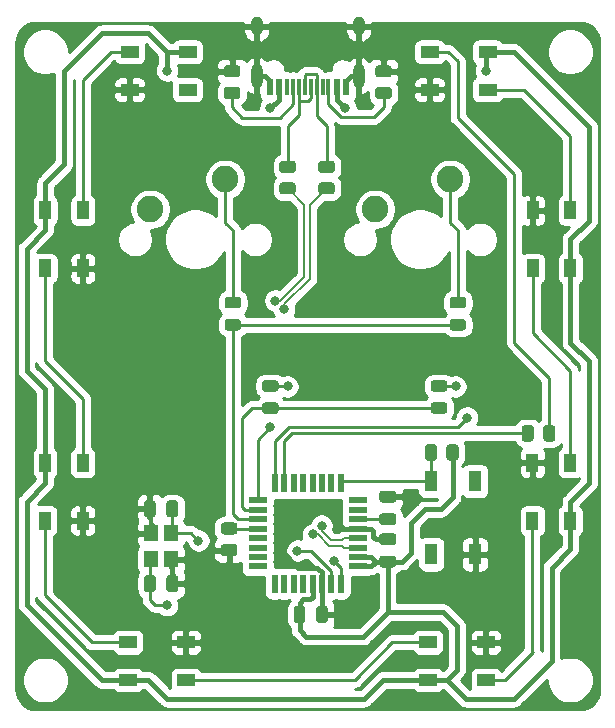
<source format=gbl>
G04 #@! TF.GenerationSoftware,KiCad,Pcbnew,(5.1.10)-1*
G04 #@! TF.CreationDate,2021-06-04T02:47:08+02:00*
G04 #@! TF.ProjectId,Keyboard,4b657962-6f61-4726-942e-6b696361645f,rev?*
G04 #@! TF.SameCoordinates,Original*
G04 #@! TF.FileFunction,Copper,L2,Bot*
G04 #@! TF.FilePolarity,Positive*
%FSLAX46Y46*%
G04 Gerber Fmt 4.6, Leading zero omitted, Abs format (unit mm)*
G04 Created by KiCad (PCBNEW (5.1.10)-1) date 2021-06-04 02:47:08*
%MOMM*%
%LPD*%
G01*
G04 APERTURE LIST*
G04 #@! TA.AperFunction,SMDPad,CuDef*
%ADD10R,0.550000X1.600000*%
G04 #@! TD*
G04 #@! TA.AperFunction,SMDPad,CuDef*
%ADD11R,1.600000X0.550000*%
G04 #@! TD*
G04 #@! TA.AperFunction,ComponentPad*
%ADD12C,2.250000*%
G04 #@! TD*
G04 #@! TA.AperFunction,SMDPad,CuDef*
%ADD13R,1.200000X1.400000*%
G04 #@! TD*
G04 #@! TA.AperFunction,SMDPad,CuDef*
%ADD14R,0.600000X1.450000*%
G04 #@! TD*
G04 #@! TA.AperFunction,SMDPad,CuDef*
%ADD15R,0.300000X1.450000*%
G04 #@! TD*
G04 #@! TA.AperFunction,ComponentPad*
%ADD16O,1.000000X2.100000*%
G04 #@! TD*
G04 #@! TA.AperFunction,ComponentPad*
%ADD17O,1.000000X1.600000*%
G04 #@! TD*
G04 #@! TA.AperFunction,SMDPad,CuDef*
%ADD18R,1.100000X1.800000*%
G04 #@! TD*
G04 #@! TA.AperFunction,SMDPad,CuDef*
%ADD19R,1.000000X1.500000*%
G04 #@! TD*
G04 #@! TA.AperFunction,SMDPad,CuDef*
%ADD20R,1.500000X1.000000*%
G04 #@! TD*
G04 #@! TA.AperFunction,ViaPad*
%ADD21C,0.800000*%
G04 #@! TD*
G04 #@! TA.AperFunction,Conductor*
%ADD22C,0.254000*%
G04 #@! TD*
G04 #@! TA.AperFunction,Conductor*
%ADD23C,0.381000*%
G04 #@! TD*
G04 #@! TA.AperFunction,Conductor*
%ADD24C,0.200000*%
G04 #@! TD*
G04 #@! TA.AperFunction,Conductor*
%ADD25C,0.150000*%
G04 #@! TD*
G04 APERTURE END LIST*
D10*
X93287500Y-86292000D03*
X92487500Y-86292000D03*
X91687500Y-86292000D03*
X90887500Y-86292000D03*
X90087500Y-86292000D03*
X89287500Y-86292000D03*
X88487500Y-86292000D03*
X87687500Y-86292000D03*
D11*
X86237500Y-84842000D03*
X86237500Y-84042000D03*
X86237500Y-83242000D03*
X86237500Y-82442000D03*
X86237500Y-81642000D03*
X86237500Y-80842000D03*
X86237500Y-80042000D03*
X86237500Y-79242000D03*
D10*
X87687500Y-77792000D03*
X88487500Y-77792000D03*
X89287500Y-77792000D03*
X90087500Y-77792000D03*
X90887500Y-77792000D03*
X91687500Y-77792000D03*
X92487500Y-77792000D03*
X93287500Y-77792000D03*
D11*
X94737500Y-79242000D03*
X94737500Y-80042000D03*
X94737500Y-80842000D03*
X94737500Y-81642000D03*
X94737500Y-82442000D03*
X94737500Y-83242000D03*
X94737500Y-84042000D03*
X94737500Y-84842000D03*
D12*
X83502500Y-52070000D03*
X77152500Y-54610000D03*
D13*
X78916000Y-84232750D03*
X78916000Y-82032750D03*
X77216000Y-82032750D03*
X77216000Y-84232750D03*
D14*
X93712500Y-44207500D03*
X87262500Y-44207500D03*
X92937500Y-44207500D03*
X88037500Y-44207500D03*
D15*
X88737500Y-44207500D03*
X92237500Y-44207500D03*
X89237500Y-44207500D03*
X91737500Y-44207500D03*
X89737500Y-44207500D03*
X91237500Y-44207500D03*
X90737500Y-44207500D03*
X90237500Y-44207500D03*
D16*
X86167500Y-43292500D03*
X94807500Y-43292500D03*
D17*
X86167500Y-39112500D03*
X94807500Y-39112500D03*
G04 #@! TA.AperFunction,SMDPad,CuDef*
G36*
G01*
X97731600Y-83029600D02*
X96781600Y-83029600D01*
G75*
G02*
X96531600Y-82779600I0J250000D01*
G01*
X96531600Y-82279600D01*
G75*
G02*
X96781600Y-82029600I250000J0D01*
G01*
X97731600Y-82029600D01*
G75*
G02*
X97981600Y-82279600I0J-250000D01*
G01*
X97981600Y-82779600D01*
G75*
G02*
X97731600Y-83029600I-250000J0D01*
G01*
G37*
G04 #@! TD.AperFunction*
G04 #@! TA.AperFunction,SMDPad,CuDef*
G36*
G01*
X97731600Y-84929600D02*
X96781600Y-84929600D01*
G75*
G02*
X96531600Y-84679600I0J250000D01*
G01*
X96531600Y-84179600D01*
G75*
G02*
X96781600Y-83929600I250000J0D01*
G01*
X97731600Y-83929600D01*
G75*
G02*
X97981600Y-84179600I0J-250000D01*
G01*
X97981600Y-84679600D01*
G75*
G02*
X97731600Y-84929600I-250000J0D01*
G01*
G37*
G04 #@! TD.AperFunction*
D18*
X100948000Y-83820000D03*
X104648000Y-77620000D03*
X104648000Y-83820000D03*
X100948000Y-77620000D03*
D12*
X102552500Y-52070000D03*
X96202500Y-54610000D03*
G04 #@! TA.AperFunction,SMDPad,CuDef*
G36*
G01*
X102056250Y-70050000D02*
X101143750Y-70050000D01*
G75*
G02*
X100900000Y-69806250I0J243750D01*
G01*
X100900000Y-69318750D01*
G75*
G02*
X101143750Y-69075000I243750J0D01*
G01*
X102056250Y-69075000D01*
G75*
G02*
X102300000Y-69318750I0J-243750D01*
G01*
X102300000Y-69806250D01*
G75*
G02*
X102056250Y-70050000I-243750J0D01*
G01*
G37*
G04 #@! TD.AperFunction*
G04 #@! TA.AperFunction,SMDPad,CuDef*
G36*
G01*
X102056250Y-71925000D02*
X101143750Y-71925000D01*
G75*
G02*
X100900000Y-71681250I0J243750D01*
G01*
X100900000Y-71193750D01*
G75*
G02*
X101143750Y-70950000I243750J0D01*
G01*
X102056250Y-70950000D01*
G75*
G02*
X102300000Y-71193750I0J-243750D01*
G01*
X102300000Y-71681250D01*
G75*
G02*
X102056250Y-71925000I-243750J0D01*
G01*
G37*
G04 #@! TD.AperFunction*
G04 #@! TA.AperFunction,SMDPad,CuDef*
G36*
G01*
X103643750Y-62987500D02*
X102731250Y-62987500D01*
G75*
G02*
X102487500Y-62743750I0J243750D01*
G01*
X102487500Y-62256250D01*
G75*
G02*
X102731250Y-62012500I243750J0D01*
G01*
X103643750Y-62012500D01*
G75*
G02*
X103887500Y-62256250I0J-243750D01*
G01*
X103887500Y-62743750D01*
G75*
G02*
X103643750Y-62987500I-243750J0D01*
G01*
G37*
G04 #@! TD.AperFunction*
G04 #@! TA.AperFunction,SMDPad,CuDef*
G36*
G01*
X103643750Y-64862500D02*
X102731250Y-64862500D01*
G75*
G02*
X102487500Y-64618750I0J243750D01*
G01*
X102487500Y-64131250D01*
G75*
G02*
X102731250Y-63887500I243750J0D01*
G01*
X103643750Y-63887500D01*
G75*
G02*
X103887500Y-64131250I0J-243750D01*
G01*
X103887500Y-64618750D01*
G75*
G02*
X103643750Y-64862500I-243750J0D01*
G01*
G37*
G04 #@! TD.AperFunction*
G04 #@! TA.AperFunction,SMDPad,CuDef*
G36*
G01*
X87768750Y-70050000D02*
X86856250Y-70050000D01*
G75*
G02*
X86612500Y-69806250I0J243750D01*
G01*
X86612500Y-69318750D01*
G75*
G02*
X86856250Y-69075000I243750J0D01*
G01*
X87768750Y-69075000D01*
G75*
G02*
X88012500Y-69318750I0J-243750D01*
G01*
X88012500Y-69806250D01*
G75*
G02*
X87768750Y-70050000I-243750J0D01*
G01*
G37*
G04 #@! TD.AperFunction*
G04 #@! TA.AperFunction,SMDPad,CuDef*
G36*
G01*
X87768750Y-71925000D02*
X86856250Y-71925000D01*
G75*
G02*
X86612500Y-71681250I0J243750D01*
G01*
X86612500Y-71193750D01*
G75*
G02*
X86856250Y-70950000I243750J0D01*
G01*
X87768750Y-70950000D01*
G75*
G02*
X88012500Y-71193750I0J-243750D01*
G01*
X88012500Y-71681250D01*
G75*
G02*
X87768750Y-71925000I-243750J0D01*
G01*
G37*
G04 #@! TD.AperFunction*
G04 #@! TA.AperFunction,SMDPad,CuDef*
G36*
G01*
X84593750Y-62987500D02*
X83681250Y-62987500D01*
G75*
G02*
X83437500Y-62743750I0J243750D01*
G01*
X83437500Y-62256250D01*
G75*
G02*
X83681250Y-62012500I243750J0D01*
G01*
X84593750Y-62012500D01*
G75*
G02*
X84837500Y-62256250I0J-243750D01*
G01*
X84837500Y-62743750D01*
G75*
G02*
X84593750Y-62987500I-243750J0D01*
G01*
G37*
G04 #@! TD.AperFunction*
G04 #@! TA.AperFunction,SMDPad,CuDef*
G36*
G01*
X84593750Y-64862500D02*
X83681250Y-64862500D01*
G75*
G02*
X83437500Y-64618750I0J243750D01*
G01*
X83437500Y-64131250D01*
G75*
G02*
X83681250Y-63887500I243750J0D01*
G01*
X84593750Y-63887500D01*
G75*
G02*
X84837500Y-64131250I0J-243750D01*
G01*
X84837500Y-64618750D01*
G75*
G02*
X84593750Y-64862500I-243750J0D01*
G01*
G37*
G04 #@! TD.AperFunction*
G04 #@! TA.AperFunction,SMDPad,CuDef*
G36*
G01*
X108597000Y-74021101D02*
X108597000Y-73121099D01*
G75*
G02*
X108846999Y-72871100I249999J0D01*
G01*
X109372001Y-72871100D01*
G75*
G02*
X109622000Y-73121099I0J-249999D01*
G01*
X109622000Y-74021101D01*
G75*
G02*
X109372001Y-74271100I-249999J0D01*
G01*
X108846999Y-74271100D01*
G75*
G02*
X108597000Y-74021101I0J249999D01*
G01*
G37*
G04 #@! TD.AperFunction*
G04 #@! TA.AperFunction,SMDPad,CuDef*
G36*
G01*
X110422000Y-74021101D02*
X110422000Y-73121099D01*
G75*
G02*
X110671999Y-72871100I249999J0D01*
G01*
X111197001Y-72871100D01*
G75*
G02*
X111447000Y-73121099I0J-249999D01*
G01*
X111447000Y-74021101D01*
G75*
G02*
X111197001Y-74271100I-249999J0D01*
G01*
X110671999Y-74271100D01*
G75*
G02*
X110422000Y-74021101I0J249999D01*
G01*
G37*
G04 #@! TD.AperFunction*
D19*
X112725000Y-59600000D03*
X109525000Y-59600000D03*
X112725000Y-54700000D03*
X109525000Y-54700000D03*
D20*
X105706250Y-41275000D03*
X105706250Y-44475000D03*
X100806250Y-41275000D03*
X100806250Y-44475000D03*
X80306250Y-41275000D03*
X80306250Y-44475000D03*
X75406250Y-41275000D03*
X75406250Y-44475000D03*
D19*
X68250000Y-54700000D03*
X71450000Y-54700000D03*
X68250000Y-59600000D03*
X71450000Y-59600000D03*
X68237500Y-76062500D03*
X71437500Y-76062500D03*
X68237500Y-80962500D03*
X71437500Y-80962500D03*
D20*
X75268750Y-94456250D03*
X75268750Y-91256250D03*
X80168750Y-94456250D03*
X80168750Y-91256250D03*
X100668750Y-94456250D03*
X100668750Y-91256250D03*
X105568750Y-94456250D03*
X105568750Y-91256250D03*
D19*
X112712500Y-80962500D03*
X109512500Y-80962500D03*
X112712500Y-76062500D03*
X109512500Y-76062500D03*
G04 #@! TA.AperFunction,SMDPad,CuDef*
G36*
G01*
X92525001Y-51519500D02*
X91624999Y-51519500D01*
G75*
G02*
X91375000Y-51269501I0J249999D01*
G01*
X91375000Y-50744499D01*
G75*
G02*
X91624999Y-50494500I249999J0D01*
G01*
X92525001Y-50494500D01*
G75*
G02*
X92775000Y-50744499I0J-249999D01*
G01*
X92775000Y-51269501D01*
G75*
G02*
X92525001Y-51519500I-249999J0D01*
G01*
G37*
G04 #@! TD.AperFunction*
G04 #@! TA.AperFunction,SMDPad,CuDef*
G36*
G01*
X92525001Y-53344500D02*
X91624999Y-53344500D01*
G75*
G02*
X91375000Y-53094501I0J249999D01*
G01*
X91375000Y-52569499D01*
G75*
G02*
X91624999Y-52319500I249999J0D01*
G01*
X92525001Y-52319500D01*
G75*
G02*
X92775000Y-52569499I0J-249999D01*
G01*
X92775000Y-53094501D01*
G75*
G02*
X92525001Y-53344500I-249999J0D01*
G01*
G37*
G04 #@! TD.AperFunction*
G04 #@! TA.AperFunction,SMDPad,CuDef*
G36*
G01*
X89223001Y-51519500D02*
X88322999Y-51519500D01*
G75*
G02*
X88073000Y-51269501I0J249999D01*
G01*
X88073000Y-50744499D01*
G75*
G02*
X88322999Y-50494500I249999J0D01*
G01*
X89223001Y-50494500D01*
G75*
G02*
X89473000Y-50744499I0J-249999D01*
G01*
X89473000Y-51269501D01*
G75*
G02*
X89223001Y-51519500I-249999J0D01*
G01*
G37*
G04 #@! TD.AperFunction*
G04 #@! TA.AperFunction,SMDPad,CuDef*
G36*
G01*
X89223001Y-53344500D02*
X88322999Y-53344500D01*
G75*
G02*
X88073000Y-53094501I0J249999D01*
G01*
X88073000Y-52569499D01*
G75*
G02*
X88322999Y-52319500I249999J0D01*
G01*
X89223001Y-52319500D01*
G75*
G02*
X89473000Y-52569499I0J-249999D01*
G01*
X89473000Y-53094501D01*
G75*
G02*
X89223001Y-53344500I-249999J0D01*
G01*
G37*
G04 #@! TD.AperFunction*
G04 #@! TA.AperFunction,SMDPad,CuDef*
G36*
G01*
X83369999Y-82939200D02*
X84270001Y-82939200D01*
G75*
G02*
X84520000Y-83189199I0J-249999D01*
G01*
X84520000Y-83714201D01*
G75*
G02*
X84270001Y-83964200I-249999J0D01*
G01*
X83369999Y-83964200D01*
G75*
G02*
X83120000Y-83714201I0J249999D01*
G01*
X83120000Y-83189199D01*
G75*
G02*
X83369999Y-82939200I249999J0D01*
G01*
G37*
G04 #@! TD.AperFunction*
G04 #@! TA.AperFunction,SMDPad,CuDef*
G36*
G01*
X83369999Y-81114200D02*
X84270001Y-81114200D01*
G75*
G02*
X84520000Y-81364199I0J-249999D01*
G01*
X84520000Y-81889201D01*
G75*
G02*
X84270001Y-82139200I-249999J0D01*
G01*
X83369999Y-82139200D01*
G75*
G02*
X83120000Y-81889201I0J249999D01*
G01*
X83120000Y-81364199D01*
G75*
G02*
X83369999Y-81114200I249999J0D01*
G01*
G37*
G04 #@! TD.AperFunction*
G04 #@! TA.AperFunction,SMDPad,CuDef*
G36*
G01*
X84524001Y-43438500D02*
X83623999Y-43438500D01*
G75*
G02*
X83374000Y-43188501I0J249999D01*
G01*
X83374000Y-42663499D01*
G75*
G02*
X83623999Y-42413500I249999J0D01*
G01*
X84524001Y-42413500D01*
G75*
G02*
X84774000Y-42663499I0J-249999D01*
G01*
X84774000Y-43188501D01*
G75*
G02*
X84524001Y-43438500I-249999J0D01*
G01*
G37*
G04 #@! TD.AperFunction*
G04 #@! TA.AperFunction,SMDPad,CuDef*
G36*
G01*
X84524001Y-45263500D02*
X83623999Y-45263500D01*
G75*
G02*
X83374000Y-45013501I0J249999D01*
G01*
X83374000Y-44488499D01*
G75*
G02*
X83623999Y-44238500I249999J0D01*
G01*
X84524001Y-44238500D01*
G75*
G02*
X84774000Y-44488499I0J-249999D01*
G01*
X84774000Y-45013501D01*
G75*
G02*
X84524001Y-45263500I-249999J0D01*
G01*
G37*
G04 #@! TD.AperFunction*
G04 #@! TA.AperFunction,SMDPad,CuDef*
G36*
G01*
X97351001Y-43438500D02*
X96450999Y-43438500D01*
G75*
G02*
X96201000Y-43188501I0J249999D01*
G01*
X96201000Y-42663499D01*
G75*
G02*
X96450999Y-42413500I249999J0D01*
G01*
X97351001Y-42413500D01*
G75*
G02*
X97601000Y-42663499I0J-249999D01*
G01*
X97601000Y-43188501D01*
G75*
G02*
X97351001Y-43438500I-249999J0D01*
G01*
G37*
G04 #@! TD.AperFunction*
G04 #@! TA.AperFunction,SMDPad,CuDef*
G36*
G01*
X97351001Y-45263500D02*
X96450999Y-45263500D01*
G75*
G02*
X96201000Y-45013501I0J249999D01*
G01*
X96201000Y-44488499D01*
G75*
G02*
X96450999Y-44238500I249999J0D01*
G01*
X97351001Y-44238500D01*
G75*
G02*
X97601000Y-44488499I0J-249999D01*
G01*
X97601000Y-45013501D01*
G75*
G02*
X97351001Y-45263500I-249999J0D01*
G01*
G37*
G04 #@! TD.AperFunction*
G04 #@! TA.AperFunction,SMDPad,CuDef*
G36*
G01*
X102230500Y-75634001D02*
X102230500Y-74733999D01*
G75*
G02*
X102480499Y-74484000I249999J0D01*
G01*
X103005501Y-74484000D01*
G75*
G02*
X103255500Y-74733999I0J-249999D01*
G01*
X103255500Y-75634001D01*
G75*
G02*
X103005501Y-75884000I-249999J0D01*
G01*
X102480499Y-75884000D01*
G75*
G02*
X102230500Y-75634001I0J249999D01*
G01*
G37*
G04 #@! TD.AperFunction*
G04 #@! TA.AperFunction,SMDPad,CuDef*
G36*
G01*
X100405500Y-75634001D02*
X100405500Y-74733999D01*
G75*
G02*
X100655499Y-74484000I249999J0D01*
G01*
X101180501Y-74484000D01*
G75*
G02*
X101430500Y-74733999I0J-249999D01*
G01*
X101430500Y-75634001D01*
G75*
G02*
X101180501Y-75884000I-249999J0D01*
G01*
X100655499Y-75884000D01*
G75*
G02*
X100405500Y-75634001I0J249999D01*
G01*
G37*
G04 #@! TD.AperFunction*
G04 #@! TA.AperFunction,SMDPad,CuDef*
G36*
G01*
X91194000Y-89375000D02*
X91194000Y-88425000D01*
G75*
G02*
X91444000Y-88175000I250000J0D01*
G01*
X91944000Y-88175000D01*
G75*
G02*
X92194000Y-88425000I0J-250000D01*
G01*
X92194000Y-89375000D01*
G75*
G02*
X91944000Y-89625000I-250000J0D01*
G01*
X91444000Y-89625000D01*
G75*
G02*
X91194000Y-89375000I0J250000D01*
G01*
G37*
G04 #@! TD.AperFunction*
G04 #@! TA.AperFunction,SMDPad,CuDef*
G36*
G01*
X89294000Y-89375000D02*
X89294000Y-88425000D01*
G75*
G02*
X89544000Y-88175000I250000J0D01*
G01*
X90044000Y-88175000D01*
G75*
G02*
X90294000Y-88425000I0J-250000D01*
G01*
X90294000Y-89375000D01*
G75*
G02*
X90044000Y-89625000I-250000J0D01*
G01*
X89544000Y-89625000D01*
G75*
G02*
X89294000Y-89375000I0J250000D01*
G01*
G37*
G04 #@! TD.AperFunction*
G04 #@! TA.AperFunction,SMDPad,CuDef*
G36*
G01*
X77614400Y-79490550D02*
X77614400Y-80440550D01*
G75*
G02*
X77364400Y-80690550I-250000J0D01*
G01*
X76864400Y-80690550D01*
G75*
G02*
X76614400Y-80440550I0J250000D01*
G01*
X76614400Y-79490550D01*
G75*
G02*
X76864400Y-79240550I250000J0D01*
G01*
X77364400Y-79240550D01*
G75*
G02*
X77614400Y-79490550I0J-250000D01*
G01*
G37*
G04 #@! TD.AperFunction*
G04 #@! TA.AperFunction,SMDPad,CuDef*
G36*
G01*
X79514400Y-79490550D02*
X79514400Y-80440550D01*
G75*
G02*
X79264400Y-80690550I-250000J0D01*
G01*
X78764400Y-80690550D01*
G75*
G02*
X78514400Y-80440550I0J250000D01*
G01*
X78514400Y-79490550D01*
G75*
G02*
X78764400Y-79240550I250000J0D01*
G01*
X79264400Y-79240550D01*
G75*
G02*
X79514400Y-79490550I0J-250000D01*
G01*
G37*
G04 #@! TD.AperFunction*
G04 #@! TA.AperFunction,SMDPad,CuDef*
G36*
G01*
X78514400Y-86765150D02*
X78514400Y-85815150D01*
G75*
G02*
X78764400Y-85565150I250000J0D01*
G01*
X79264400Y-85565150D01*
G75*
G02*
X79514400Y-85815150I0J-250000D01*
G01*
X79514400Y-86765150D01*
G75*
G02*
X79264400Y-87015150I-250000J0D01*
G01*
X78764400Y-87015150D01*
G75*
G02*
X78514400Y-86765150I0J250000D01*
G01*
G37*
G04 #@! TD.AperFunction*
G04 #@! TA.AperFunction,SMDPad,CuDef*
G36*
G01*
X76614400Y-86765150D02*
X76614400Y-85815150D01*
G75*
G02*
X76864400Y-85565150I250000J0D01*
G01*
X77364400Y-85565150D01*
G75*
G02*
X77614400Y-85815150I0J-250000D01*
G01*
X77614400Y-86765150D01*
G75*
G02*
X77364400Y-87015150I-250000J0D01*
G01*
X76864400Y-87015150D01*
G75*
G02*
X76614400Y-86765150I0J250000D01*
G01*
G37*
G04 #@! TD.AperFunction*
G04 #@! TA.AperFunction,SMDPad,CuDef*
G36*
G01*
X96781600Y-80335500D02*
X97731600Y-80335500D01*
G75*
G02*
X97981600Y-80585500I0J-250000D01*
G01*
X97981600Y-81085500D01*
G75*
G02*
X97731600Y-81335500I-250000J0D01*
G01*
X96781600Y-81335500D01*
G75*
G02*
X96531600Y-81085500I0J250000D01*
G01*
X96531600Y-80585500D01*
G75*
G02*
X96781600Y-80335500I250000J0D01*
G01*
G37*
G04 #@! TD.AperFunction*
G04 #@! TA.AperFunction,SMDPad,CuDef*
G36*
G01*
X96781600Y-78435500D02*
X97731600Y-78435500D01*
G75*
G02*
X97981600Y-78685500I0J-250000D01*
G01*
X97981600Y-79185500D01*
G75*
G02*
X97731600Y-79435500I-250000J0D01*
G01*
X96781600Y-79435500D01*
G75*
G02*
X96531600Y-79185500I0J250000D01*
G01*
X96531600Y-78685500D01*
G75*
G02*
X96781600Y-78435500I250000J0D01*
G01*
G37*
G04 #@! TD.AperFunction*
D21*
X99218750Y-79375000D03*
X95250000Y-87312500D03*
X99218750Y-86518750D03*
X88106250Y-80168750D03*
X81756250Y-80168750D03*
X101600000Y-81756250D03*
X92868750Y-92868750D03*
X94456250Y-88900000D03*
X97631250Y-62706250D03*
X97631250Y-65881250D03*
X92075000Y-57150000D03*
X88900000Y-57150000D03*
X92710000Y-84416900D03*
X78587600Y-88112600D03*
X89611200Y-83489800D03*
X81229200Y-82651600D03*
X93662500Y-46037500D03*
X87312500Y-46037500D03*
X78581250Y-42862500D03*
X105568750Y-42862500D03*
X88773000Y-69596000D03*
X102997000Y-69596000D03*
X87312500Y-73025000D03*
X103981250Y-72231250D03*
X90910018Y-82127482D03*
X87735018Y-62335018D03*
X91652482Y-81385018D03*
X88477482Y-63077482D03*
D22*
X97250100Y-80842000D02*
X97256600Y-80835500D01*
X94737500Y-80842000D02*
X97250100Y-80842000D01*
D23*
X97256600Y-82529600D02*
X96245600Y-82529600D01*
X96245600Y-82529600D02*
X96037400Y-82321400D01*
X96037400Y-82321400D02*
X96037400Y-81800700D01*
X95878700Y-81642000D02*
X94737500Y-81642000D01*
X96037400Y-81800700D02*
X95878700Y-81642000D01*
X91694000Y-86298500D02*
X91687500Y-86292000D01*
X91694000Y-88900000D02*
X91694000Y-86298500D01*
X98779250Y-78935500D02*
X99218750Y-79375000D01*
X97256600Y-78935500D02*
X98779250Y-78935500D01*
X91687500Y-85314098D02*
X91304652Y-84931250D01*
X91687500Y-86292000D02*
X91687500Y-85314098D01*
X91304652Y-84931250D02*
X89693750Y-84931250D01*
X88106250Y-83343750D02*
X88106250Y-80168750D01*
X89693750Y-84931250D02*
X88106250Y-83343750D01*
X93556500Y-81642000D02*
X92868750Y-80954250D01*
X94737500Y-81642000D02*
X93556500Y-81642000D01*
X92868750Y-80954250D02*
X92860500Y-80954250D01*
X92075000Y-80168750D02*
X88106250Y-80168750D01*
X92860500Y-80954250D02*
X92075000Y-80168750D01*
X86167500Y-43292500D02*
X86853500Y-43292500D01*
X87262500Y-43701500D02*
X87262500Y-44207500D01*
X86853500Y-43292500D02*
X87262500Y-43701500D01*
X94807500Y-43292500D02*
X94121500Y-43292500D01*
X93712500Y-43701500D02*
X93712500Y-44207500D01*
X94121500Y-43292500D02*
X93712500Y-43701500D01*
D22*
X77114400Y-84334350D02*
X77216000Y-84232750D01*
X77114400Y-86290150D02*
X77114400Y-84334350D01*
X93287500Y-84994400D02*
X92710000Y-84416900D01*
X93287500Y-86292000D02*
X93287500Y-84994400D01*
X78587600Y-88112600D02*
X77558900Y-88112600D01*
X77114400Y-87668100D02*
X77114400Y-86290150D01*
X77558900Y-88112600D02*
X77114400Y-87668100D01*
X79014400Y-81934350D02*
X78916000Y-82032750D01*
X79014400Y-79965550D02*
X79014400Y-81934350D01*
X90739300Y-83489800D02*
X89611200Y-83489800D01*
X92487500Y-85238000D02*
X90739300Y-83489800D01*
X92487500Y-86292000D02*
X92487500Y-85238000D01*
X80610350Y-82032750D02*
X78916000Y-82032750D01*
X81229200Y-82651600D02*
X80610350Y-82032750D01*
D23*
X97256600Y-84429600D02*
X96253300Y-84429600D01*
X95865700Y-84042000D02*
X94737500Y-84042000D01*
X96253300Y-84429600D02*
X95865700Y-84042000D01*
X95840900Y-84842000D02*
X96253300Y-84429600D01*
X94737500Y-84842000D02*
X95840900Y-84842000D01*
X89794000Y-88900000D02*
X89794000Y-87929800D01*
X89794000Y-87929800D02*
X90093800Y-87630000D01*
X90093800Y-87630000D02*
X90665300Y-87630000D01*
X90887500Y-87407800D02*
X90887500Y-86292000D01*
X90665300Y-87630000D02*
X90887500Y-87407800D01*
X97256600Y-84429600D02*
X97256600Y-88696800D01*
X97256600Y-88696800D02*
X95173800Y-90779600D01*
X95173800Y-90779600D02*
X90347800Y-90779600D01*
X89794000Y-90225800D02*
X89794000Y-88900000D01*
X90347800Y-90779600D02*
X89794000Y-90225800D01*
X97256600Y-84429600D02*
X98475800Y-84429600D01*
X98475800Y-84429600D02*
X99225100Y-83680300D01*
X99225100Y-83680300D02*
X99225100Y-81165700D01*
X99225100Y-81165700D02*
X100393500Y-79997300D01*
X100393500Y-79997300D02*
X101739700Y-79997300D01*
X102743000Y-78994000D02*
X102743000Y-75184000D01*
X101739700Y-79997300D02*
X102743000Y-78994000D01*
X92937500Y-45312500D02*
X93662500Y-46037500D01*
X92937500Y-44207500D02*
X92937500Y-45312500D01*
X88037500Y-45312500D02*
X87312500Y-46037500D01*
X88037500Y-44207500D02*
X88037500Y-45312500D01*
X105706250Y-41275000D02*
X107950000Y-41275000D01*
X107950000Y-41275000D02*
X114300000Y-47625000D01*
X114300000Y-47625000D02*
X114300000Y-55562500D01*
X112725000Y-57137500D02*
X112725000Y-59600000D01*
X114300000Y-55562500D02*
X112725000Y-57137500D01*
X78581250Y-41275000D02*
X80306250Y-41275000D01*
X76993750Y-39687500D02*
X78581250Y-41275000D01*
X73025000Y-39687500D02*
X76993750Y-39687500D01*
X69850000Y-42862500D02*
X73025000Y-39687500D01*
X69850000Y-50800000D02*
X69850000Y-42862500D01*
X68250000Y-52400000D02*
X69850000Y-50800000D01*
X68250000Y-54700000D02*
X68250000Y-52400000D01*
X68237500Y-77762500D02*
X68237500Y-76062500D01*
X68262500Y-77787500D02*
X68237500Y-77762500D01*
X66675000Y-79375000D02*
X68262500Y-77787500D01*
X66675000Y-88106250D02*
X66675000Y-79375000D01*
X73025000Y-94456250D02*
X66675000Y-88106250D01*
X75268750Y-94456250D02*
X73025000Y-94456250D01*
X114300000Y-77787500D02*
X112712500Y-79375000D01*
X114300000Y-67468750D02*
X114300000Y-77787500D01*
X112725000Y-65893750D02*
X114300000Y-67468750D01*
X112725000Y-59600000D02*
X112725000Y-65893750D01*
X112712500Y-79375000D02*
X112712500Y-80962500D01*
X100668750Y-94456250D02*
X102266750Y-94456250D01*
X102266750Y-94456250D02*
X103124000Y-93599000D01*
X103124000Y-93599000D02*
X103124000Y-89916000D01*
X103124000Y-89916000D02*
X101904800Y-88696800D01*
X101904800Y-88696800D02*
X97256600Y-88696800D01*
X100668750Y-94456250D02*
X96837500Y-94456250D01*
X96837500Y-94456250D02*
X95250000Y-96043750D01*
X95250000Y-96043750D02*
X78581250Y-96043750D01*
X76993750Y-94456250D02*
X75268750Y-94456250D01*
X78581250Y-96043750D02*
X76993750Y-94456250D01*
X103854250Y-96043750D02*
X102266750Y-94456250D01*
X107950000Y-96043750D02*
X103854250Y-96043750D01*
X111125000Y-92868750D02*
X107950000Y-96043750D01*
X111125000Y-84931250D02*
X111125000Y-92868750D01*
X112712500Y-83343750D02*
X111125000Y-84931250D01*
X112712500Y-80962500D02*
X112712500Y-83343750D01*
X78581250Y-41275000D02*
X78581250Y-42862500D01*
X105568750Y-41412500D02*
X105706250Y-41275000D01*
X105568750Y-42862500D02*
X105568750Y-41412500D01*
X68237500Y-69825000D02*
X66675000Y-68262500D01*
X68237500Y-76062500D02*
X68237500Y-69825000D01*
X66675000Y-68262500D02*
X66675000Y-57943750D01*
X66675000Y-57943750D02*
X68262500Y-56356250D01*
X68262500Y-54712500D02*
X68250000Y-54700000D01*
X68262500Y-56356250D02*
X68262500Y-54712500D01*
D22*
X83502500Y-52070000D02*
X83502500Y-55721250D01*
X83502500Y-55721250D02*
X84137500Y-56356250D01*
X84137500Y-56356250D02*
X84137500Y-62500000D01*
X103187500Y-64375000D02*
X84137500Y-64375000D01*
X84563818Y-80842000D02*
X84137500Y-80415682D01*
X86237500Y-80842000D02*
X84563818Y-80842000D01*
X84137500Y-80415682D02*
X84137500Y-64375000D01*
X87346000Y-69596000D02*
X87312500Y-69562500D01*
X88773000Y-69596000D02*
X87346000Y-69596000D01*
X101600000Y-71437500D02*
X87312500Y-71437500D01*
X85183500Y-80042000D02*
X84931250Y-79789750D01*
X86237500Y-80042000D02*
X85183500Y-80042000D01*
X84931250Y-79789750D02*
X84931250Y-72231250D01*
X84931250Y-72231250D02*
X85725000Y-71437500D01*
X85725000Y-71437500D02*
X87312500Y-71437500D01*
X102552500Y-52070000D02*
X102552500Y-55721250D01*
X102552500Y-55721250D02*
X103187500Y-56356250D01*
X103187500Y-56356250D02*
X103187500Y-62500000D01*
X101633500Y-69596000D02*
X101600000Y-69562500D01*
X102997000Y-69596000D02*
X101633500Y-69596000D01*
X86237500Y-74100000D02*
X87312500Y-73025000D01*
X86237500Y-79242000D02*
X86237500Y-74100000D01*
X87687500Y-74237500D02*
X87687500Y-77792000D01*
X88900000Y-73025000D02*
X87687500Y-74237500D01*
X94456250Y-73025000D02*
X88900000Y-73025000D01*
X103187500Y-73025000D02*
X103981250Y-72231250D01*
X94456250Y-73025000D02*
X103187500Y-73025000D01*
X93459500Y-77620000D02*
X93287500Y-77792000D01*
X100948000Y-77620000D02*
X93459500Y-77620000D01*
X100918000Y-77590000D02*
X100948000Y-77620000D01*
X100918000Y-75184000D02*
X100918000Y-77590000D01*
X96901000Y-44751000D02*
X96901000Y-45974000D01*
X92237500Y-45688462D02*
X92237500Y-44207500D01*
X93313539Y-46764501D02*
X92237500Y-45688462D01*
X96110499Y-46764501D02*
X93313539Y-46764501D01*
X96901000Y-45974000D02*
X96110499Y-46764501D01*
X84074000Y-44751000D02*
X84074000Y-45974000D01*
X84074000Y-45974000D02*
X84931250Y-46831250D01*
X84931250Y-46831250D02*
X88106250Y-46831250D01*
X89237500Y-45700000D02*
X89237500Y-44207500D01*
X88106250Y-46831250D02*
X89237500Y-45700000D01*
X83835300Y-81642000D02*
X83820000Y-81626700D01*
X86237500Y-81642000D02*
X83835300Y-81642000D01*
X88773000Y-51007000D02*
X88773000Y-47561500D01*
X88773000Y-47561500D02*
X89737500Y-46597000D01*
X90518102Y-45390500D02*
X89737500Y-45390500D01*
X90737500Y-45171102D02*
X90518102Y-45390500D01*
X90737500Y-44207500D02*
X90737500Y-45171102D01*
X89737500Y-45390500D02*
X89737500Y-44207500D01*
X89737500Y-46597000D02*
X89737500Y-45390500D01*
D24*
X91334283Y-82127482D02*
X90910018Y-82127482D01*
X93362499Y-83067000D02*
X92273801Y-83067000D01*
X94737500Y-83242000D02*
X93537499Y-83242000D01*
X93537499Y-83242000D02*
X93362499Y-83067000D01*
X92273801Y-83067000D02*
X91334283Y-82127482D01*
X88159283Y-62335018D02*
X87735018Y-62335018D01*
X90199000Y-60295301D02*
X88159283Y-62335018D01*
X90199000Y-54258000D02*
X90199000Y-60295301D01*
X88773000Y-52832000D02*
X90199000Y-54258000D01*
D22*
X92075000Y-51007000D02*
X92075000Y-47561500D01*
X91237500Y-46724000D02*
X91237500Y-44207500D01*
X92075000Y-47561500D02*
X91237500Y-46724000D01*
X90237500Y-43243898D02*
X90237500Y-44207500D01*
X91164499Y-43155499D02*
X90325899Y-43155499D01*
X91237500Y-43228500D02*
X91164499Y-43155499D01*
X90325899Y-43155499D02*
X90237500Y-43243898D01*
X91237500Y-44207500D02*
X91237500Y-43228500D01*
D24*
X91652482Y-81809283D02*
X91652482Y-81385018D01*
X92460199Y-82617000D02*
X91652482Y-81809283D01*
X93362499Y-82617000D02*
X92460199Y-82617000D01*
X93537499Y-82442000D02*
X93362499Y-82617000D01*
X94737500Y-82442000D02*
X93537499Y-82442000D01*
X90649000Y-60481699D02*
X88477482Y-62653217D01*
X88477482Y-62653217D02*
X88477482Y-63077482D01*
X90649000Y-54258000D02*
X90649000Y-60481699D01*
X92075000Y-52832000D02*
X90649000Y-54258000D01*
D22*
X89147650Y-73571100D02*
X109109500Y-73571100D01*
X88487500Y-74231250D02*
X89147650Y-73571100D01*
X88487500Y-77792000D02*
X88487500Y-74231250D01*
X105568750Y-94456250D02*
X107156250Y-94456250D01*
X107156250Y-94456250D02*
X109537500Y-92075000D01*
X109512500Y-92050000D02*
X109512500Y-80962500D01*
X109537500Y-92075000D02*
X109512500Y-92050000D01*
X100668750Y-91256250D02*
X97656250Y-91256250D01*
X94456250Y-94456250D02*
X80168750Y-94456250D01*
X97656250Y-91256250D02*
X94456250Y-94456250D01*
X75268750Y-91256250D02*
X72206250Y-91256250D01*
X68237500Y-87287500D02*
X68237500Y-80962500D01*
X72206250Y-91256250D02*
X68237500Y-87287500D01*
X71437500Y-76062500D02*
X71437500Y-70643750D01*
X68250000Y-67456250D02*
X68250000Y-59600000D01*
X71437500Y-70643750D02*
X68250000Y-67456250D01*
X75406250Y-41275000D02*
X73818750Y-41275000D01*
X73818750Y-41275000D02*
X71437500Y-43656250D01*
X71450000Y-43668750D02*
X71450000Y-54700000D01*
X71437500Y-43656250D02*
X71450000Y-43668750D01*
X112725000Y-54700000D02*
X112725000Y-48431250D01*
X108768750Y-44475000D02*
X105706250Y-44475000D01*
X112725000Y-48431250D02*
X108768750Y-44475000D01*
X109525000Y-59600000D02*
X109525000Y-65075000D01*
X112712500Y-68262500D02*
X112712500Y-76062500D01*
X109525000Y-65075000D02*
X112712500Y-68262500D01*
X110934500Y-73571100D02*
X110934500Y-68865750D01*
X110934500Y-68865750D02*
X107950000Y-65881250D01*
X107950000Y-65881250D02*
X107950000Y-51593750D01*
X107950000Y-51593750D02*
X103187500Y-46831250D01*
X103187500Y-46831250D02*
X103187500Y-42068750D01*
X102393750Y-41275000D02*
X100806250Y-41275000D01*
X103187500Y-42068750D02*
X102393750Y-41275000D01*
X85032500Y-38985500D02*
X86040500Y-38985500D01*
X86040500Y-38965500D01*
X86294500Y-38965500D01*
X86294500Y-38985500D01*
X87302500Y-38985500D01*
X87302500Y-38810000D01*
X93672500Y-38810000D01*
X93672500Y-38985500D01*
X94680500Y-38985500D01*
X94680500Y-38965500D01*
X94934500Y-38965500D01*
X94934500Y-38985500D01*
X95942500Y-38985500D01*
X95942500Y-38810000D01*
X113471529Y-38810000D01*
X113830201Y-38845168D01*
X114141819Y-38939252D01*
X114429220Y-39092065D01*
X114681468Y-39297793D01*
X114888956Y-39548603D01*
X115043775Y-39834935D01*
X115140029Y-40145879D01*
X115177501Y-40502401D01*
X115177500Y-95215279D01*
X115142332Y-95573951D01*
X115048249Y-95885568D01*
X114895434Y-96172972D01*
X114689703Y-96425222D01*
X114438897Y-96632706D01*
X114152566Y-96787525D01*
X113841617Y-96883780D01*
X113485109Y-96921250D01*
X67503471Y-96921250D01*
X67144799Y-96886082D01*
X66833182Y-96791999D01*
X66545778Y-96639184D01*
X66293528Y-96433453D01*
X66086044Y-96182647D01*
X65931225Y-95896316D01*
X65834970Y-95585367D01*
X65797500Y-95228859D01*
X65797500Y-94260745D01*
X66277500Y-94260745D01*
X66277500Y-94651755D01*
X66353782Y-95035253D01*
X66503415Y-95396500D01*
X66720649Y-95721614D01*
X66997136Y-95998101D01*
X67322250Y-96215335D01*
X67683497Y-96364968D01*
X68066995Y-96441250D01*
X68458005Y-96441250D01*
X68841503Y-96364968D01*
X69202750Y-96215335D01*
X69527864Y-95998101D01*
X69804351Y-95721614D01*
X70021585Y-95396500D01*
X70171218Y-95035253D01*
X70247500Y-94651755D01*
X70247500Y-94260745D01*
X70171218Y-93877247D01*
X70021585Y-93516000D01*
X69804351Y-93190886D01*
X69527864Y-92914399D01*
X69202750Y-92697165D01*
X68841503Y-92547532D01*
X68458005Y-92471250D01*
X68066995Y-92471250D01*
X67683497Y-92547532D01*
X67322250Y-92697165D01*
X66997136Y-92914399D01*
X66720649Y-93190886D01*
X66503415Y-93516000D01*
X66353782Y-93877247D01*
X66277500Y-94260745D01*
X65797500Y-94260745D01*
X65797500Y-57943750D01*
X65845506Y-57943750D01*
X65849501Y-57984310D01*
X65849500Y-68221950D01*
X65845506Y-68262500D01*
X65849500Y-68303050D01*
X65849500Y-68303052D01*
X65861444Y-68424325D01*
X65885629Y-68504053D01*
X65908647Y-68579933D01*
X65985301Y-68723342D01*
X66019214Y-68764665D01*
X66088459Y-68849041D01*
X66119966Y-68874898D01*
X67412001Y-70166935D01*
X67412000Y-74766465D01*
X67383006Y-74781963D01*
X67286315Y-74861315D01*
X67206963Y-74958006D01*
X67147998Y-75068320D01*
X67111688Y-75188018D01*
X67099428Y-75312500D01*
X67099428Y-76812500D01*
X67111688Y-76936982D01*
X67147998Y-77056680D01*
X67206963Y-77166994D01*
X67286315Y-77263685D01*
X67383006Y-77343037D01*
X67412000Y-77358535D01*
X67412000Y-77470567D01*
X66119961Y-78762607D01*
X66088460Y-78788459D01*
X66062609Y-78819959D01*
X65985301Y-78914158D01*
X65908647Y-79057567D01*
X65861445Y-79213174D01*
X65845506Y-79375000D01*
X65849501Y-79415560D01*
X65849500Y-88065699D01*
X65845506Y-88106250D01*
X65849500Y-88146800D01*
X65849500Y-88146802D01*
X65861444Y-88268075D01*
X65877104Y-88319699D01*
X65908647Y-88423683D01*
X65985301Y-88567092D01*
X66014652Y-88602856D01*
X66088459Y-88692791D01*
X66119966Y-88718648D01*
X72412607Y-95011290D01*
X72438459Y-95042791D01*
X72487839Y-95083316D01*
X72564157Y-95145949D01*
X72678792Y-95207223D01*
X72707566Y-95222603D01*
X72863174Y-95269806D01*
X72984447Y-95281750D01*
X72984449Y-95281750D01*
X73024999Y-95285744D01*
X73065550Y-95281750D01*
X73972715Y-95281750D01*
X73988213Y-95310744D01*
X74067565Y-95407435D01*
X74164256Y-95486787D01*
X74274570Y-95545752D01*
X74394268Y-95582062D01*
X74518750Y-95594322D01*
X76018750Y-95594322D01*
X76143232Y-95582062D01*
X76262930Y-95545752D01*
X76373244Y-95486787D01*
X76469935Y-95407435D01*
X76549287Y-95310744D01*
X76564785Y-95281750D01*
X76651818Y-95281750D01*
X77968856Y-96598789D01*
X77994709Y-96630291D01*
X78051723Y-96677081D01*
X78120407Y-96733449D01*
X78244286Y-96799664D01*
X78263816Y-96810103D01*
X78419424Y-96857306D01*
X78540697Y-96869250D01*
X78540699Y-96869250D01*
X78581249Y-96873244D01*
X78621800Y-96869250D01*
X95209450Y-96869250D01*
X95250000Y-96873244D01*
X95290550Y-96869250D01*
X95290553Y-96869250D01*
X95411826Y-96857306D01*
X95567434Y-96810103D01*
X95710842Y-96733449D01*
X95836541Y-96630291D01*
X95862398Y-96598784D01*
X97179433Y-95281750D01*
X99372715Y-95281750D01*
X99388213Y-95310744D01*
X99467565Y-95407435D01*
X99564256Y-95486787D01*
X99674570Y-95545752D01*
X99794268Y-95582062D01*
X99918750Y-95594322D01*
X101418750Y-95594322D01*
X101543232Y-95582062D01*
X101662930Y-95545752D01*
X101773244Y-95486787D01*
X101869935Y-95407435D01*
X101949287Y-95310744D01*
X101950863Y-95307795D01*
X103241856Y-96598789D01*
X103267709Y-96630291D01*
X103324723Y-96677081D01*
X103393407Y-96733449D01*
X103517286Y-96799664D01*
X103536816Y-96810103D01*
X103692424Y-96857306D01*
X103813697Y-96869250D01*
X103813699Y-96869250D01*
X103854249Y-96873244D01*
X103894800Y-96869250D01*
X107909450Y-96869250D01*
X107950000Y-96873244D01*
X107990550Y-96869250D01*
X107990553Y-96869250D01*
X108111826Y-96857306D01*
X108267434Y-96810103D01*
X108410842Y-96733449D01*
X108536541Y-96630291D01*
X108562398Y-96598784D01*
X110727500Y-94433683D01*
X110727500Y-94651755D01*
X110803782Y-95035253D01*
X110953415Y-95396500D01*
X111170649Y-95721614D01*
X111447136Y-95998101D01*
X111772250Y-96215335D01*
X112133497Y-96364968D01*
X112516995Y-96441250D01*
X112908005Y-96441250D01*
X113291503Y-96364968D01*
X113652750Y-96215335D01*
X113977864Y-95998101D01*
X114254351Y-95721614D01*
X114471585Y-95396500D01*
X114621218Y-95035253D01*
X114697500Y-94651755D01*
X114697500Y-94260745D01*
X114621218Y-93877247D01*
X114471585Y-93516000D01*
X114254351Y-93190886D01*
X113977864Y-92914399D01*
X113652750Y-92697165D01*
X113291503Y-92547532D01*
X112908005Y-92471250D01*
X112516995Y-92471250D01*
X112133497Y-92547532D01*
X111950500Y-92623332D01*
X111950500Y-85273182D01*
X113267539Y-83956144D01*
X113299041Y-83930291D01*
X113359939Y-83856086D01*
X113402199Y-83804593D01*
X113478853Y-83661184D01*
X113484515Y-83642518D01*
X113526056Y-83505576D01*
X113538000Y-83384303D01*
X113538000Y-83384301D01*
X113541994Y-83343751D01*
X113538000Y-83303200D01*
X113538000Y-82258535D01*
X113566994Y-82243037D01*
X113663685Y-82163685D01*
X113743037Y-82066994D01*
X113802002Y-81956680D01*
X113838312Y-81836982D01*
X113850572Y-81712500D01*
X113850572Y-80212500D01*
X113838312Y-80088018D01*
X113802002Y-79968320D01*
X113743037Y-79858006D01*
X113663685Y-79761315D01*
X113570276Y-79684656D01*
X114855039Y-78399894D01*
X114886541Y-78374041D01*
X114949437Y-78297402D01*
X114989699Y-78248343D01*
X115066353Y-78104934D01*
X115102942Y-77984315D01*
X115113556Y-77949326D01*
X115125500Y-77828053D01*
X115125500Y-77828051D01*
X115129494Y-77787501D01*
X115125500Y-77746950D01*
X115125500Y-67509292D01*
X115129493Y-67468749D01*
X115125500Y-67428206D01*
X115125500Y-67428197D01*
X115113556Y-67306924D01*
X115066353Y-67151316D01*
X114989699Y-67007908D01*
X114886541Y-66882209D01*
X114855041Y-66856358D01*
X113550500Y-65551818D01*
X113550500Y-60896035D01*
X113579494Y-60880537D01*
X113676185Y-60801185D01*
X113755537Y-60704494D01*
X113814502Y-60594180D01*
X113850812Y-60474482D01*
X113863072Y-60350000D01*
X113863072Y-58850000D01*
X113850812Y-58725518D01*
X113814502Y-58605820D01*
X113755537Y-58495506D01*
X113676185Y-58398815D01*
X113579494Y-58319463D01*
X113550500Y-58303965D01*
X113550500Y-57479432D01*
X114855039Y-56174894D01*
X114886541Y-56149041D01*
X114989699Y-56023342D01*
X115066353Y-55879934D01*
X115113556Y-55724326D01*
X115125500Y-55603053D01*
X115125500Y-55603044D01*
X115129493Y-55562501D01*
X115125500Y-55521958D01*
X115125500Y-47665550D01*
X115129494Y-47624999D01*
X115123240Y-47561500D01*
X115113556Y-47463174D01*
X115066353Y-47307566D01*
X115039133Y-47256641D01*
X114989699Y-47164157D01*
X114939177Y-47102596D01*
X114886541Y-47038459D01*
X114855041Y-47012608D01*
X108921928Y-41079495D01*
X110727500Y-41079495D01*
X110727500Y-41470505D01*
X110803782Y-41854003D01*
X110953415Y-42215250D01*
X111170649Y-42540364D01*
X111447136Y-42816851D01*
X111772250Y-43034085D01*
X112133497Y-43183718D01*
X112516995Y-43260000D01*
X112908005Y-43260000D01*
X113291503Y-43183718D01*
X113652750Y-43034085D01*
X113977864Y-42816851D01*
X114254351Y-42540364D01*
X114471585Y-42215250D01*
X114621218Y-41854003D01*
X114697500Y-41470505D01*
X114697500Y-41079495D01*
X114621218Y-40695997D01*
X114471585Y-40334750D01*
X114254351Y-40009636D01*
X113977864Y-39733149D01*
X113652750Y-39515915D01*
X113291503Y-39366282D01*
X112908005Y-39290000D01*
X112516995Y-39290000D01*
X112133497Y-39366282D01*
X111772250Y-39515915D01*
X111447136Y-39733149D01*
X111170649Y-40009636D01*
X110953415Y-40334750D01*
X110803782Y-40695997D01*
X110727500Y-41079495D01*
X108921928Y-41079495D01*
X108562398Y-40719966D01*
X108536541Y-40688459D01*
X108410842Y-40585301D01*
X108267434Y-40508647D01*
X108111826Y-40461444D01*
X107990553Y-40449500D01*
X107990550Y-40449500D01*
X107950000Y-40445506D01*
X107909450Y-40449500D01*
X107002285Y-40449500D01*
X106986787Y-40420506D01*
X106907435Y-40323815D01*
X106810744Y-40244463D01*
X106700430Y-40185498D01*
X106580732Y-40149188D01*
X106456250Y-40136928D01*
X104956250Y-40136928D01*
X104831768Y-40149188D01*
X104712070Y-40185498D01*
X104601756Y-40244463D01*
X104505065Y-40323815D01*
X104425713Y-40420506D01*
X104366748Y-40530820D01*
X104330438Y-40650518D01*
X104318178Y-40775000D01*
X104318178Y-41775000D01*
X104330438Y-41899482D01*
X104366748Y-42019180D01*
X104425713Y-42129494D01*
X104505065Y-42226185D01*
X104601756Y-42305537D01*
X104671285Y-42342701D01*
X104651545Y-42372244D01*
X104573524Y-42560602D01*
X104533750Y-42760561D01*
X104533750Y-42964439D01*
X104573524Y-43164398D01*
X104651545Y-43352756D01*
X104683593Y-43400719D01*
X104601756Y-43444463D01*
X104505065Y-43523815D01*
X104425713Y-43620506D01*
X104366748Y-43730820D01*
X104330438Y-43850518D01*
X104318178Y-43975000D01*
X104318178Y-44975000D01*
X104330438Y-45099482D01*
X104366748Y-45219180D01*
X104425713Y-45329494D01*
X104505065Y-45426185D01*
X104601756Y-45505537D01*
X104712070Y-45564502D01*
X104831768Y-45600812D01*
X104956250Y-45613072D01*
X106456250Y-45613072D01*
X106580732Y-45600812D01*
X106700430Y-45564502D01*
X106810744Y-45505537D01*
X106907435Y-45426185D01*
X106986787Y-45329494D01*
X107036227Y-45237000D01*
X108453120Y-45237000D01*
X111963001Y-48746882D01*
X111963000Y-53370023D01*
X111870506Y-53419463D01*
X111773815Y-53498815D01*
X111694463Y-53595506D01*
X111635498Y-53705820D01*
X111599188Y-53825518D01*
X111586928Y-53950000D01*
X111586928Y-55450000D01*
X111599188Y-55574482D01*
X111635498Y-55694180D01*
X111694463Y-55804494D01*
X111773815Y-55901185D01*
X111870506Y-55980537D01*
X111980820Y-56039502D01*
X112100518Y-56075812D01*
X112225000Y-56088072D01*
X112606996Y-56088072D01*
X112169966Y-56525102D01*
X112138459Y-56550959D01*
X112069214Y-56635335D01*
X112035301Y-56676658D01*
X111979186Y-56781642D01*
X111958647Y-56820067D01*
X111911444Y-56975675D01*
X111899500Y-57096947D01*
X111895506Y-57137500D01*
X111899500Y-57178051D01*
X111899500Y-58303965D01*
X111870506Y-58319463D01*
X111773815Y-58398815D01*
X111694463Y-58495506D01*
X111635498Y-58605820D01*
X111599188Y-58725518D01*
X111586928Y-58850000D01*
X111586928Y-60350000D01*
X111599188Y-60474482D01*
X111635498Y-60594180D01*
X111694463Y-60704494D01*
X111773815Y-60801185D01*
X111870506Y-60880537D01*
X111899500Y-60896035D01*
X111899501Y-65853190D01*
X111895506Y-65893750D01*
X111911445Y-66055576D01*
X111958647Y-66211183D01*
X112035301Y-66354592D01*
X112096863Y-66429604D01*
X112138460Y-66480291D01*
X112169961Y-66506143D01*
X113474500Y-67810683D01*
X113474500Y-68225074D01*
X113472742Y-68207224D01*
X113463474Y-68113122D01*
X113419902Y-67969485D01*
X113372949Y-67881642D01*
X113349145Y-67837107D01*
X113307352Y-67786183D01*
X113253922Y-67721078D01*
X113224847Y-67697217D01*
X110287000Y-64759370D01*
X110287000Y-60929977D01*
X110379494Y-60880537D01*
X110476185Y-60801185D01*
X110555537Y-60704494D01*
X110614502Y-60594180D01*
X110650812Y-60474482D01*
X110663072Y-60350000D01*
X110663072Y-58850000D01*
X110650812Y-58725518D01*
X110614502Y-58605820D01*
X110555537Y-58495506D01*
X110476185Y-58398815D01*
X110379494Y-58319463D01*
X110269180Y-58260498D01*
X110149482Y-58224188D01*
X110025000Y-58211928D01*
X109025000Y-58211928D01*
X108900518Y-58224188D01*
X108780820Y-58260498D01*
X108712000Y-58297284D01*
X108712000Y-56002716D01*
X108780820Y-56039502D01*
X108900518Y-56075812D01*
X109025000Y-56088072D01*
X109239250Y-56085000D01*
X109398000Y-55926250D01*
X109398000Y-54827000D01*
X109652000Y-54827000D01*
X109652000Y-55926250D01*
X109810750Y-56085000D01*
X110025000Y-56088072D01*
X110149482Y-56075812D01*
X110269180Y-56039502D01*
X110379494Y-55980537D01*
X110476185Y-55901185D01*
X110555537Y-55804494D01*
X110614502Y-55694180D01*
X110650812Y-55574482D01*
X110663072Y-55450000D01*
X110660000Y-54985750D01*
X110501250Y-54827000D01*
X109652000Y-54827000D01*
X109398000Y-54827000D01*
X109378000Y-54827000D01*
X109378000Y-54573000D01*
X109398000Y-54573000D01*
X109398000Y-53473750D01*
X109652000Y-53473750D01*
X109652000Y-54573000D01*
X110501250Y-54573000D01*
X110660000Y-54414250D01*
X110663072Y-53950000D01*
X110650812Y-53825518D01*
X110614502Y-53705820D01*
X110555537Y-53595506D01*
X110476185Y-53498815D01*
X110379494Y-53419463D01*
X110269180Y-53360498D01*
X110149482Y-53324188D01*
X110025000Y-53311928D01*
X109810750Y-53315000D01*
X109652000Y-53473750D01*
X109398000Y-53473750D01*
X109239250Y-53315000D01*
X109025000Y-53311928D01*
X108900518Y-53324188D01*
X108780820Y-53360498D01*
X108712000Y-53397284D01*
X108712000Y-51631172D01*
X108715686Y-51593749D01*
X108705438Y-51489699D01*
X108700974Y-51444372D01*
X108657402Y-51300735D01*
X108586645Y-51168358D01*
X108491422Y-51052328D01*
X108462352Y-51028471D01*
X103949500Y-46515620D01*
X103949500Y-42106172D01*
X103953186Y-42068749D01*
X103946320Y-41999040D01*
X103938474Y-41919372D01*
X103894902Y-41775735D01*
X103824145Y-41643358D01*
X103728922Y-41527328D01*
X103699851Y-41503470D01*
X102959034Y-40762653D01*
X102935172Y-40733578D01*
X102819142Y-40638355D01*
X102686765Y-40567598D01*
X102543128Y-40524026D01*
X102431176Y-40513000D01*
X102431173Y-40513000D01*
X102393750Y-40509314D01*
X102356327Y-40513000D01*
X102136227Y-40513000D01*
X102086787Y-40420506D01*
X102007435Y-40323815D01*
X101910744Y-40244463D01*
X101800430Y-40185498D01*
X101680732Y-40149188D01*
X101556250Y-40136928D01*
X100056250Y-40136928D01*
X99931768Y-40149188D01*
X99812070Y-40185498D01*
X99701756Y-40244463D01*
X99605065Y-40323815D01*
X99525713Y-40420506D01*
X99466748Y-40530820D01*
X99430438Y-40650518D01*
X99418178Y-40775000D01*
X99418178Y-41775000D01*
X99430438Y-41899482D01*
X99466748Y-42019180D01*
X99525713Y-42129494D01*
X99605065Y-42226185D01*
X99701756Y-42305537D01*
X99812070Y-42364502D01*
X99931768Y-42400812D01*
X100056250Y-42413072D01*
X101556250Y-42413072D01*
X101680732Y-42400812D01*
X101800430Y-42364502D01*
X101910744Y-42305537D01*
X102007435Y-42226185D01*
X102086787Y-42129494D01*
X102115986Y-42074867D01*
X102425501Y-42384382D01*
X102425500Y-46793827D01*
X102421814Y-46831250D01*
X102425500Y-46868673D01*
X102425500Y-46868675D01*
X102436526Y-46980627D01*
X102480098Y-47124264D01*
X102486429Y-47136108D01*
X102550855Y-47256642D01*
X102590051Y-47304402D01*
X102646078Y-47372672D01*
X102675154Y-47396534D01*
X107188001Y-51909382D01*
X107188000Y-65843827D01*
X107184314Y-65881250D01*
X107188000Y-65918673D01*
X107188000Y-65918675D01*
X107199026Y-66030627D01*
X107242598Y-66174264D01*
X107242599Y-66174265D01*
X107313355Y-66306642D01*
X107352707Y-66354592D01*
X107408578Y-66422672D01*
X107437654Y-66446534D01*
X110172501Y-69181382D01*
X110172500Y-72387712D01*
X110044038Y-72493138D01*
X110022000Y-72519991D01*
X109999962Y-72493138D01*
X109865387Y-72382695D01*
X109711851Y-72300628D01*
X109545255Y-72250092D01*
X109372001Y-72233028D01*
X108846999Y-72233028D01*
X108673745Y-72250092D01*
X108507149Y-72300628D01*
X108353613Y-72382695D01*
X108219038Y-72493138D01*
X108108595Y-72627713D01*
X108026528Y-72781249D01*
X108018080Y-72809100D01*
X104839927Y-72809100D01*
X104898455Y-72721506D01*
X104976476Y-72533148D01*
X105016250Y-72333189D01*
X105016250Y-72129311D01*
X104976476Y-71929352D01*
X104898455Y-71740994D01*
X104785187Y-71571476D01*
X104641024Y-71427313D01*
X104471506Y-71314045D01*
X104283148Y-71236024D01*
X104083189Y-71196250D01*
X103879311Y-71196250D01*
X103679352Y-71236024D01*
X103490994Y-71314045D01*
X103321476Y-71427313D01*
X103177313Y-71571476D01*
X103064045Y-71740994D01*
X102986024Y-71929352D01*
X102946250Y-72129311D01*
X102946250Y-72188620D01*
X102871870Y-72263000D01*
X102714090Y-72263000D01*
X102789458Y-72171164D01*
X102870947Y-72018709D01*
X102921128Y-71853285D01*
X102938072Y-71681250D01*
X102938072Y-71193750D01*
X102921128Y-71021715D01*
X102870947Y-70856291D01*
X102789458Y-70703836D01*
X102697419Y-70591687D01*
X102895061Y-70631000D01*
X103098939Y-70631000D01*
X103298898Y-70591226D01*
X103487256Y-70513205D01*
X103656774Y-70399937D01*
X103800937Y-70255774D01*
X103914205Y-70086256D01*
X103992226Y-69897898D01*
X104032000Y-69697939D01*
X104032000Y-69494061D01*
X103992226Y-69294102D01*
X103914205Y-69105744D01*
X103800937Y-68936226D01*
X103656774Y-68792063D01*
X103487256Y-68678795D01*
X103298898Y-68600774D01*
X103098939Y-68561000D01*
X102895061Y-68561000D01*
X102695102Y-68600774D01*
X102608456Y-68636664D01*
X102546164Y-68585542D01*
X102393709Y-68504053D01*
X102228285Y-68453872D01*
X102056250Y-68436928D01*
X101143750Y-68436928D01*
X100971715Y-68453872D01*
X100806291Y-68504053D01*
X100653836Y-68585542D01*
X100520208Y-68695208D01*
X100410542Y-68828836D01*
X100329053Y-68981291D01*
X100278872Y-69146715D01*
X100261928Y-69318750D01*
X100261928Y-69806250D01*
X100278872Y-69978285D01*
X100329053Y-70143709D01*
X100410542Y-70296164D01*
X100520208Y-70429792D01*
X100605756Y-70500000D01*
X100520208Y-70570208D01*
X100433797Y-70675500D01*
X88478703Y-70675500D01*
X88392292Y-70570208D01*
X88363688Y-70546733D01*
X88471102Y-70591226D01*
X88671061Y-70631000D01*
X88874939Y-70631000D01*
X89074898Y-70591226D01*
X89263256Y-70513205D01*
X89432774Y-70399937D01*
X89576937Y-70255774D01*
X89690205Y-70086256D01*
X89768226Y-69897898D01*
X89808000Y-69697939D01*
X89808000Y-69494061D01*
X89768226Y-69294102D01*
X89690205Y-69105744D01*
X89576937Y-68936226D01*
X89432774Y-68792063D01*
X89263256Y-68678795D01*
X89074898Y-68600774D01*
X88874939Y-68561000D01*
X88671061Y-68561000D01*
X88471102Y-68600774D01*
X88342256Y-68654144D01*
X88258664Y-68585542D01*
X88106209Y-68504053D01*
X87940785Y-68453872D01*
X87768750Y-68436928D01*
X86856250Y-68436928D01*
X86684215Y-68453872D01*
X86518791Y-68504053D01*
X86366336Y-68585542D01*
X86232708Y-68695208D01*
X86123042Y-68828836D01*
X86041553Y-68981291D01*
X85991372Y-69146715D01*
X85974428Y-69318750D01*
X85974428Y-69806250D01*
X85991372Y-69978285D01*
X86041553Y-70143709D01*
X86123042Y-70296164D01*
X86232708Y-70429792D01*
X86318256Y-70500000D01*
X86232708Y-70570208D01*
X86146297Y-70675500D01*
X85762422Y-70675500D01*
X85724999Y-70671814D01*
X85687576Y-70675500D01*
X85687574Y-70675500D01*
X85575622Y-70686526D01*
X85431985Y-70730098D01*
X85299608Y-70800855D01*
X85183578Y-70896078D01*
X85159720Y-70925149D01*
X84899500Y-71185369D01*
X84899500Y-65443066D01*
X84931209Y-65433447D01*
X85083664Y-65351958D01*
X85217292Y-65242292D01*
X85303703Y-65137000D01*
X102021297Y-65137000D01*
X102107708Y-65242292D01*
X102241336Y-65351958D01*
X102393791Y-65433447D01*
X102559215Y-65483628D01*
X102731250Y-65500572D01*
X103643750Y-65500572D01*
X103815785Y-65483628D01*
X103981209Y-65433447D01*
X104133664Y-65351958D01*
X104267292Y-65242292D01*
X104376958Y-65108664D01*
X104458447Y-64956209D01*
X104508628Y-64790785D01*
X104525572Y-64618750D01*
X104525572Y-64131250D01*
X104508628Y-63959215D01*
X104458447Y-63793791D01*
X104376958Y-63641336D01*
X104267292Y-63507708D01*
X104181744Y-63437500D01*
X104267292Y-63367292D01*
X104376958Y-63233664D01*
X104458447Y-63081209D01*
X104508628Y-62915785D01*
X104525572Y-62743750D01*
X104525572Y-62256250D01*
X104508628Y-62084215D01*
X104458447Y-61918791D01*
X104376958Y-61766336D01*
X104267292Y-61632708D01*
X104133664Y-61523042D01*
X103981209Y-61441553D01*
X103949500Y-61431934D01*
X103949500Y-58142462D01*
X104129931Y-58322893D01*
X104377247Y-58488144D01*
X104652049Y-58601971D01*
X104943778Y-58660000D01*
X105241222Y-58660000D01*
X105532951Y-58601971D01*
X105807753Y-58488144D01*
X106055069Y-58322893D01*
X106265393Y-58112569D01*
X106430644Y-57865253D01*
X106544471Y-57590451D01*
X106602500Y-57298722D01*
X106602500Y-57001278D01*
X106544471Y-56709549D01*
X106430644Y-56434747D01*
X106265393Y-56187431D01*
X106055069Y-55977107D01*
X105807753Y-55811856D01*
X105532951Y-55698029D01*
X105241222Y-55640000D01*
X104943778Y-55640000D01*
X104652049Y-55698029D01*
X104377247Y-55811856D01*
X104129931Y-55977107D01*
X103929558Y-56177480D01*
X103894902Y-56063235D01*
X103824146Y-55930859D01*
X103824145Y-55930857D01*
X103782353Y-55879934D01*
X103728922Y-55814828D01*
X103699847Y-55790967D01*
X103314500Y-55405620D01*
X103314500Y-53659380D01*
X103386173Y-53629692D01*
X103674435Y-53437081D01*
X103919581Y-53191935D01*
X104112192Y-52903673D01*
X104244864Y-52583373D01*
X104312500Y-52243345D01*
X104312500Y-51896655D01*
X104244864Y-51556627D01*
X104112192Y-51236327D01*
X103919581Y-50948065D01*
X103674435Y-50702919D01*
X103386173Y-50510308D01*
X103065873Y-50377636D01*
X102725845Y-50310000D01*
X102379155Y-50310000D01*
X102039127Y-50377636D01*
X101718827Y-50510308D01*
X101430565Y-50702919D01*
X101185419Y-50948065D01*
X100992808Y-51236327D01*
X100860136Y-51556627D01*
X100792500Y-51896655D01*
X100792500Y-52243345D01*
X100860136Y-52583373D01*
X100992808Y-52903673D01*
X101185419Y-53191935D01*
X101430565Y-53437081D01*
X101718827Y-53629692D01*
X101790500Y-53659380D01*
X101790501Y-55210175D01*
X101688326Y-55108000D01*
X101257751Y-54820299D01*
X100779322Y-54622127D01*
X100271424Y-54521100D01*
X99753576Y-54521100D01*
X99245678Y-54622127D01*
X98767249Y-54820299D01*
X98336674Y-55108000D01*
X97970500Y-55474174D01*
X97682799Y-55904749D01*
X97484627Y-56383178D01*
X97383600Y-56891076D01*
X97383600Y-57408924D01*
X97484627Y-57916822D01*
X97682799Y-58395251D01*
X97970500Y-58825826D01*
X98336674Y-59192000D01*
X98767249Y-59479701D01*
X99245678Y-59677873D01*
X99753576Y-59778900D01*
X100271424Y-59778900D01*
X100779322Y-59677873D01*
X101257751Y-59479701D01*
X101688326Y-59192000D01*
X102054500Y-58825826D01*
X102342201Y-58395251D01*
X102425500Y-58194149D01*
X102425501Y-61431934D01*
X102393791Y-61441553D01*
X102241336Y-61523042D01*
X102107708Y-61632708D01*
X101998042Y-61766336D01*
X101916553Y-61918791D01*
X101866372Y-62084215D01*
X101849428Y-62256250D01*
X101849428Y-62743750D01*
X101866372Y-62915785D01*
X101916553Y-63081209D01*
X101998042Y-63233664D01*
X102107708Y-63367292D01*
X102193256Y-63437500D01*
X102107708Y-63507708D01*
X102021297Y-63613000D01*
X89364444Y-63613000D01*
X89394687Y-63567738D01*
X89472708Y-63379380D01*
X89512482Y-63179421D01*
X89512482Y-62975543D01*
X89472708Y-62775584D01*
X89449819Y-62720326D01*
X91143193Y-61026953D01*
X91171238Y-61003937D01*
X91263087Y-60892019D01*
X91331337Y-60764332D01*
X91373365Y-60625784D01*
X91384000Y-60517804D01*
X91384000Y-60517795D01*
X91387555Y-60481700D01*
X91384000Y-60445605D01*
X91384000Y-57001278D01*
X93422500Y-57001278D01*
X93422500Y-57298722D01*
X93480529Y-57590451D01*
X93594356Y-57865253D01*
X93759607Y-58112569D01*
X93969931Y-58322893D01*
X94217247Y-58488144D01*
X94492049Y-58601971D01*
X94783778Y-58660000D01*
X95081222Y-58660000D01*
X95372951Y-58601971D01*
X95647753Y-58488144D01*
X95895069Y-58322893D01*
X96105393Y-58112569D01*
X96270644Y-57865253D01*
X96384471Y-57590451D01*
X96442500Y-57298722D01*
X96442500Y-57001278D01*
X96384471Y-56709549D01*
X96270644Y-56434747D01*
X96227382Y-56370000D01*
X96375845Y-56370000D01*
X96715873Y-56302364D01*
X97036173Y-56169692D01*
X97324435Y-55977081D01*
X97569581Y-55731935D01*
X97762192Y-55443673D01*
X97894864Y-55123373D01*
X97962500Y-54783345D01*
X97962500Y-54436655D01*
X97894864Y-54096627D01*
X97762192Y-53776327D01*
X97569581Y-53488065D01*
X97324435Y-53242919D01*
X97036173Y-53050308D01*
X96715873Y-52917636D01*
X96375845Y-52850000D01*
X96029155Y-52850000D01*
X95689127Y-52917636D01*
X95368827Y-53050308D01*
X95080565Y-53242919D01*
X94835419Y-53488065D01*
X94642808Y-53776327D01*
X94510136Y-54096627D01*
X94442500Y-54436655D01*
X94442500Y-54783345D01*
X94510136Y-55123373D01*
X94642808Y-55443673D01*
X94775138Y-55641719D01*
X94492049Y-55698029D01*
X94217247Y-55811856D01*
X93969931Y-55977107D01*
X93759607Y-56187431D01*
X93594356Y-56434747D01*
X93480529Y-56709549D01*
X93422500Y-57001278D01*
X91384000Y-57001278D01*
X91384000Y-54562446D01*
X91963875Y-53982572D01*
X92525001Y-53982572D01*
X92698255Y-53965508D01*
X92864851Y-53914972D01*
X93018387Y-53832905D01*
X93152962Y-53722462D01*
X93263405Y-53587887D01*
X93345472Y-53434351D01*
X93396008Y-53267755D01*
X93413072Y-53094501D01*
X93413072Y-52569499D01*
X93396008Y-52396245D01*
X93345472Y-52229649D01*
X93263405Y-52076113D01*
X93152962Y-51941538D01*
X93126109Y-51919500D01*
X93152962Y-51897462D01*
X93263405Y-51762887D01*
X93345472Y-51609351D01*
X93396008Y-51442755D01*
X93413072Y-51269501D01*
X93413072Y-50744499D01*
X93396008Y-50571245D01*
X93345472Y-50404649D01*
X93263405Y-50251113D01*
X93152962Y-50116538D01*
X93018387Y-50006095D01*
X92864851Y-49924028D01*
X92837000Y-49915580D01*
X92837000Y-47598923D01*
X92840686Y-47561500D01*
X92832164Y-47474974D01*
X92825974Y-47412122D01*
X92800932Y-47329571D01*
X92801187Y-47329780D01*
X92888146Y-47401146D01*
X92944752Y-47431402D01*
X93020524Y-47471903D01*
X93164161Y-47515475D01*
X93276113Y-47526501D01*
X93276116Y-47526501D01*
X93313539Y-47530187D01*
X93350962Y-47526501D01*
X96073076Y-47526501D01*
X96110499Y-47530187D01*
X96147922Y-47526501D01*
X96147925Y-47526501D01*
X96259877Y-47515475D01*
X96403514Y-47471903D01*
X96535891Y-47401146D01*
X96651921Y-47305923D01*
X96675783Y-47276848D01*
X97413351Y-46539280D01*
X97442422Y-46515422D01*
X97537645Y-46399392D01*
X97608402Y-46267015D01*
X97651974Y-46123378D01*
X97663000Y-46011426D01*
X97663000Y-46011424D01*
X97666686Y-45974001D01*
X97663000Y-45936578D01*
X97663000Y-45842420D01*
X97690851Y-45833972D01*
X97844387Y-45751905D01*
X97978962Y-45641462D01*
X98089405Y-45506887D01*
X98171472Y-45353351D01*
X98222008Y-45186755D01*
X98239072Y-45013501D01*
X98239072Y-44975000D01*
X99418178Y-44975000D01*
X99430438Y-45099482D01*
X99466748Y-45219180D01*
X99525713Y-45329494D01*
X99605065Y-45426185D01*
X99701756Y-45505537D01*
X99812070Y-45564502D01*
X99931768Y-45600812D01*
X100056250Y-45613072D01*
X100520500Y-45610000D01*
X100679250Y-45451250D01*
X100679250Y-44602000D01*
X100933250Y-44602000D01*
X100933250Y-45451250D01*
X101092000Y-45610000D01*
X101556250Y-45613072D01*
X101680732Y-45600812D01*
X101800430Y-45564502D01*
X101910744Y-45505537D01*
X102007435Y-45426185D01*
X102086787Y-45329494D01*
X102145752Y-45219180D01*
X102182062Y-45099482D01*
X102194322Y-44975000D01*
X102191250Y-44760750D01*
X102032500Y-44602000D01*
X100933250Y-44602000D01*
X100679250Y-44602000D01*
X99580000Y-44602000D01*
X99421250Y-44760750D01*
X99418178Y-44975000D01*
X98239072Y-44975000D01*
X98239072Y-44488499D01*
X98222008Y-44315245D01*
X98171472Y-44148649D01*
X98089405Y-43995113D01*
X98072899Y-43975000D01*
X99418178Y-43975000D01*
X99421250Y-44189250D01*
X99580000Y-44348000D01*
X100679250Y-44348000D01*
X100679250Y-43498750D01*
X100933250Y-43498750D01*
X100933250Y-44348000D01*
X102032500Y-44348000D01*
X102191250Y-44189250D01*
X102194322Y-43975000D01*
X102182062Y-43850518D01*
X102145752Y-43730820D01*
X102086787Y-43620506D01*
X102007435Y-43523815D01*
X101910744Y-43444463D01*
X101800430Y-43385498D01*
X101680732Y-43349188D01*
X101556250Y-43336928D01*
X101092000Y-43340000D01*
X100933250Y-43498750D01*
X100679250Y-43498750D01*
X100520500Y-43340000D01*
X100056250Y-43336928D01*
X99931768Y-43349188D01*
X99812070Y-43385498D01*
X99701756Y-43444463D01*
X99605065Y-43523815D01*
X99525713Y-43620506D01*
X99466748Y-43730820D01*
X99430438Y-43850518D01*
X99418178Y-43975000D01*
X98072899Y-43975000D01*
X98022724Y-43913863D01*
X98052185Y-43889685D01*
X98131537Y-43792994D01*
X98190502Y-43682680D01*
X98226812Y-43562982D01*
X98239072Y-43438500D01*
X98236000Y-43211750D01*
X98077250Y-43053000D01*
X97028000Y-43053000D01*
X97028000Y-43073000D01*
X96774000Y-43073000D01*
X96774000Y-43053000D01*
X96754000Y-43053000D01*
X96754000Y-42799000D01*
X96774000Y-42799000D01*
X96774000Y-41937250D01*
X97028000Y-41937250D01*
X97028000Y-42799000D01*
X98077250Y-42799000D01*
X98236000Y-42640250D01*
X98239072Y-42413500D01*
X98226812Y-42289018D01*
X98190502Y-42169320D01*
X98131537Y-42059006D01*
X98052185Y-41962315D01*
X97955494Y-41882963D01*
X97845180Y-41823998D01*
X97725482Y-41787688D01*
X97601000Y-41775428D01*
X97186750Y-41778500D01*
X97028000Y-41937250D01*
X96774000Y-41937250D01*
X96615250Y-41778500D01*
X96201000Y-41775428D01*
X96076518Y-41787688D01*
X95956820Y-41823998D01*
X95846506Y-41882963D01*
X95749815Y-41962315D01*
X95695718Y-42028232D01*
X95680661Y-42006331D01*
X95520264Y-41850131D01*
X95332476Y-41728224D01*
X95109374Y-41648381D01*
X94934500Y-41774546D01*
X94934500Y-43165500D01*
X94954500Y-43165500D01*
X94954500Y-43419500D01*
X94934500Y-43419500D01*
X94934500Y-44810454D01*
X95109374Y-44936619D01*
X95332476Y-44856776D01*
X95520264Y-44734869D01*
X95562928Y-44693321D01*
X95562928Y-45013501D01*
X95579992Y-45186755D01*
X95630528Y-45353351D01*
X95712595Y-45506887D01*
X95823038Y-45641462D01*
X95957613Y-45751905D01*
X96014863Y-45782506D01*
X95794869Y-46002501D01*
X94697500Y-46002501D01*
X94697500Y-45935561D01*
X94657726Y-45735602D01*
X94579705Y-45547244D01*
X94467397Y-45379162D01*
X94543037Y-45286994D01*
X94602002Y-45176680D01*
X94638312Y-45056982D01*
X94650572Y-44932500D01*
X94649873Y-44832550D01*
X94680500Y-44810454D01*
X94680500Y-43419500D01*
X94660500Y-43419500D01*
X94660500Y-43165500D01*
X94680500Y-43165500D01*
X94680500Y-41774546D01*
X94505626Y-41648381D01*
X94282524Y-41728224D01*
X94094736Y-41850131D01*
X93950384Y-41990706D01*
X93832231Y-41911759D01*
X93657522Y-41839392D01*
X93472052Y-41802500D01*
X93282948Y-41802500D01*
X93097478Y-41839392D01*
X92922769Y-41911759D01*
X92765536Y-42016819D01*
X92631819Y-42150536D01*
X92526759Y-42307769D01*
X92454392Y-42482478D01*
X92417500Y-42667948D01*
X92417500Y-42847383D01*
X92387500Y-42844428D01*
X92087500Y-42844428D01*
X91987500Y-42854277D01*
X91896716Y-42845336D01*
X91874145Y-42803108D01*
X91778922Y-42687078D01*
X91749846Y-42663216D01*
X91729783Y-42643153D01*
X91705921Y-42614077D01*
X91589891Y-42518854D01*
X91457514Y-42448097D01*
X91313877Y-42404525D01*
X91201925Y-42393499D01*
X91201922Y-42393499D01*
X91164499Y-42389813D01*
X91127076Y-42393499D01*
X90363321Y-42393499D01*
X90325898Y-42389813D01*
X90288475Y-42393499D01*
X90288473Y-42393499D01*
X90176521Y-42404525D01*
X90032884Y-42448097D01*
X89900507Y-42518854D01*
X89784477Y-42614077D01*
X89760615Y-42643153D01*
X89725154Y-42678614D01*
X89696078Y-42702476D01*
X89640483Y-42770220D01*
X89600855Y-42818506D01*
X89587000Y-42844428D01*
X89586972Y-42844480D01*
X89487500Y-42854277D01*
X89387500Y-42844428D01*
X89087500Y-42844428D01*
X88987500Y-42854277D01*
X88887500Y-42844428D01*
X88587500Y-42844428D01*
X88557500Y-42847383D01*
X88557500Y-42667948D01*
X88520608Y-42482478D01*
X88448241Y-42307769D01*
X88343181Y-42150536D01*
X88209464Y-42016819D01*
X88052231Y-41911759D01*
X87877522Y-41839392D01*
X87692052Y-41802500D01*
X87502948Y-41802500D01*
X87317478Y-41839392D01*
X87142769Y-41911759D01*
X87024616Y-41990706D01*
X86880264Y-41850131D01*
X86692476Y-41728224D01*
X86469374Y-41648381D01*
X86294500Y-41774546D01*
X86294500Y-43165500D01*
X86314500Y-43165500D01*
X86314500Y-43419500D01*
X86294500Y-43419500D01*
X86294500Y-44810454D01*
X86325127Y-44832550D01*
X86324428Y-44932500D01*
X86336688Y-45056982D01*
X86372998Y-45176680D01*
X86431963Y-45286994D01*
X86507603Y-45379162D01*
X86395295Y-45547244D01*
X86317274Y-45735602D01*
X86277500Y-45935561D01*
X86277500Y-46069250D01*
X85246880Y-46069250D01*
X84960136Y-45782506D01*
X85017387Y-45751905D01*
X85151962Y-45641462D01*
X85262405Y-45506887D01*
X85344472Y-45353351D01*
X85395008Y-45186755D01*
X85412072Y-45013501D01*
X85412072Y-44693321D01*
X85454736Y-44734869D01*
X85642524Y-44856776D01*
X85865626Y-44936619D01*
X86040500Y-44810454D01*
X86040500Y-43419500D01*
X86020500Y-43419500D01*
X86020500Y-43165500D01*
X86040500Y-43165500D01*
X86040500Y-41774546D01*
X85865626Y-41648381D01*
X85642524Y-41728224D01*
X85454736Y-41850131D01*
X85294339Y-42006331D01*
X85279282Y-42028232D01*
X85225185Y-41962315D01*
X85128494Y-41882963D01*
X85018180Y-41823998D01*
X84898482Y-41787688D01*
X84774000Y-41775428D01*
X84359750Y-41778500D01*
X84201000Y-41937250D01*
X84201000Y-42799000D01*
X84221000Y-42799000D01*
X84221000Y-43053000D01*
X84201000Y-43053000D01*
X84201000Y-43073000D01*
X83947000Y-43073000D01*
X83947000Y-43053000D01*
X82897750Y-43053000D01*
X82739000Y-43211750D01*
X82735928Y-43438500D01*
X82748188Y-43562982D01*
X82784498Y-43682680D01*
X82843463Y-43792994D01*
X82922815Y-43889685D01*
X82952276Y-43913863D01*
X82885595Y-43995113D01*
X82803528Y-44148649D01*
X82752992Y-44315245D01*
X82735928Y-44488499D01*
X82735928Y-45013501D01*
X82752992Y-45186755D01*
X82803528Y-45353351D01*
X82885595Y-45506887D01*
X82996038Y-45641462D01*
X83130613Y-45751905D01*
X83284149Y-45833972D01*
X83312001Y-45842421D01*
X83312001Y-45936567D01*
X83308314Y-45974000D01*
X83323027Y-46123378D01*
X83366599Y-46267015D01*
X83437355Y-46399392D01*
X83491762Y-46465686D01*
X83532579Y-46515422D01*
X83561649Y-46539279D01*
X84365966Y-47343596D01*
X84389828Y-47372672D01*
X84461391Y-47431402D01*
X84505857Y-47467895D01*
X84546626Y-47489686D01*
X84638235Y-47538652D01*
X84781872Y-47582224D01*
X84893824Y-47593250D01*
X84893827Y-47593250D01*
X84931250Y-47596936D01*
X84968673Y-47593250D01*
X88010441Y-47593250D01*
X88011001Y-47598933D01*
X88011000Y-49915579D01*
X87983149Y-49924028D01*
X87829613Y-50006095D01*
X87695038Y-50116538D01*
X87584595Y-50251113D01*
X87502528Y-50404649D01*
X87451992Y-50571245D01*
X87434928Y-50744499D01*
X87434928Y-51269501D01*
X87451992Y-51442755D01*
X87502528Y-51609351D01*
X87584595Y-51762887D01*
X87695038Y-51897462D01*
X87721891Y-51919500D01*
X87695038Y-51941538D01*
X87584595Y-52076113D01*
X87502528Y-52229649D01*
X87451992Y-52396245D01*
X87434928Y-52569499D01*
X87434928Y-53094501D01*
X87451992Y-53267755D01*
X87502528Y-53434351D01*
X87584595Y-53587887D01*
X87695038Y-53722462D01*
X87829613Y-53832905D01*
X87983149Y-53914972D01*
X88149745Y-53965508D01*
X88322999Y-53982572D01*
X88884126Y-53982572D01*
X89464000Y-54562447D01*
X89464001Y-59990853D01*
X88092174Y-61362681D01*
X88036916Y-61339792D01*
X87836957Y-61300018D01*
X87633079Y-61300018D01*
X87433120Y-61339792D01*
X87244762Y-61417813D01*
X87075244Y-61531081D01*
X86931081Y-61675244D01*
X86817813Y-61844762D01*
X86739792Y-62033120D01*
X86700018Y-62233079D01*
X86700018Y-62436957D01*
X86739792Y-62636916D01*
X86817813Y-62825274D01*
X86931081Y-62994792D01*
X87075244Y-63138955D01*
X87244762Y-63252223D01*
X87433120Y-63330244D01*
X87474104Y-63338396D01*
X87482256Y-63379380D01*
X87560277Y-63567738D01*
X87590520Y-63613000D01*
X85303703Y-63613000D01*
X85217292Y-63507708D01*
X85131744Y-63437500D01*
X85217292Y-63367292D01*
X85326958Y-63233664D01*
X85408447Y-63081209D01*
X85458628Y-62915785D01*
X85475572Y-62743750D01*
X85475572Y-62256250D01*
X85458628Y-62084215D01*
X85408447Y-61918791D01*
X85326958Y-61766336D01*
X85217292Y-61632708D01*
X85083664Y-61523042D01*
X84931209Y-61441553D01*
X84899500Y-61431934D01*
X84899500Y-58142462D01*
X85079931Y-58322893D01*
X85327247Y-58488144D01*
X85602049Y-58601971D01*
X85893778Y-58660000D01*
X86191222Y-58660000D01*
X86482951Y-58601971D01*
X86757753Y-58488144D01*
X87005069Y-58322893D01*
X87215393Y-58112569D01*
X87380644Y-57865253D01*
X87494471Y-57590451D01*
X87552500Y-57298722D01*
X87552500Y-57001278D01*
X87494471Y-56709549D01*
X87380644Y-56434747D01*
X87215393Y-56187431D01*
X87005069Y-55977107D01*
X86757753Y-55811856D01*
X86482951Y-55698029D01*
X86191222Y-55640000D01*
X85893778Y-55640000D01*
X85602049Y-55698029D01*
X85327247Y-55811856D01*
X85079931Y-55977107D01*
X84879558Y-56177480D01*
X84844902Y-56063235D01*
X84774146Y-55930859D01*
X84774145Y-55930857D01*
X84732353Y-55879934D01*
X84678922Y-55814828D01*
X84649847Y-55790967D01*
X84264500Y-55405620D01*
X84264500Y-53659380D01*
X84336173Y-53629692D01*
X84624435Y-53437081D01*
X84869581Y-53191935D01*
X85062192Y-52903673D01*
X85194864Y-52583373D01*
X85262500Y-52243345D01*
X85262500Y-51896655D01*
X85194864Y-51556627D01*
X85062192Y-51236327D01*
X84869581Y-50948065D01*
X84624435Y-50702919D01*
X84336173Y-50510308D01*
X84015873Y-50377636D01*
X83675845Y-50310000D01*
X83329155Y-50310000D01*
X82989127Y-50377636D01*
X82668827Y-50510308D01*
X82380565Y-50702919D01*
X82135419Y-50948065D01*
X81942808Y-51236327D01*
X81810136Y-51556627D01*
X81742500Y-51896655D01*
X81742500Y-52243345D01*
X81810136Y-52583373D01*
X81942808Y-52903673D01*
X82135419Y-53191935D01*
X82380565Y-53437081D01*
X82668827Y-53629692D01*
X82740500Y-53659380D01*
X82740501Y-55210175D01*
X82638326Y-55108000D01*
X82207751Y-54820299D01*
X81729322Y-54622127D01*
X81221424Y-54521100D01*
X80703576Y-54521100D01*
X80195678Y-54622127D01*
X79717249Y-54820299D01*
X79286674Y-55108000D01*
X78920500Y-55474174D01*
X78632799Y-55904749D01*
X78434627Y-56383178D01*
X78333600Y-56891076D01*
X78333600Y-57408924D01*
X78434627Y-57916822D01*
X78632799Y-58395251D01*
X78920500Y-58825826D01*
X79286674Y-59192000D01*
X79717249Y-59479701D01*
X80195678Y-59677873D01*
X80703576Y-59778900D01*
X81221424Y-59778900D01*
X81729322Y-59677873D01*
X82207751Y-59479701D01*
X82638326Y-59192000D01*
X83004500Y-58825826D01*
X83292201Y-58395251D01*
X83375500Y-58194149D01*
X83375501Y-61431934D01*
X83343791Y-61441553D01*
X83191336Y-61523042D01*
X83057708Y-61632708D01*
X82948042Y-61766336D01*
X82866553Y-61918791D01*
X82816372Y-62084215D01*
X82799428Y-62256250D01*
X82799428Y-62743750D01*
X82816372Y-62915785D01*
X82866553Y-63081209D01*
X82948042Y-63233664D01*
X83057708Y-63367292D01*
X83143256Y-63437500D01*
X83057708Y-63507708D01*
X82948042Y-63641336D01*
X82866553Y-63793791D01*
X82816372Y-63959215D01*
X82799428Y-64131250D01*
X82799428Y-64618750D01*
X82816372Y-64790785D01*
X82866553Y-64956209D01*
X82948042Y-65108664D01*
X83057708Y-65242292D01*
X83191336Y-65351958D01*
X83343791Y-65433447D01*
X83375501Y-65443066D01*
X83375500Y-80378259D01*
X83371814Y-80415682D01*
X83375500Y-80453105D01*
X83375500Y-80453107D01*
X83377767Y-80476128D01*
X83369999Y-80476128D01*
X83196745Y-80493192D01*
X83030149Y-80543728D01*
X82876613Y-80625795D01*
X82742038Y-80736238D01*
X82631595Y-80870813D01*
X82549528Y-81024349D01*
X82498992Y-81190945D01*
X82481928Y-81364199D01*
X82481928Y-81889201D01*
X82498992Y-82062455D01*
X82549528Y-82229051D01*
X82631595Y-82382587D01*
X82698276Y-82463837D01*
X82668815Y-82488015D01*
X82589463Y-82584706D01*
X82530498Y-82695020D01*
X82494188Y-82814718D01*
X82481928Y-82939200D01*
X82485000Y-83165950D01*
X82643750Y-83324700D01*
X83693000Y-83324700D01*
X83693000Y-83304700D01*
X83947000Y-83304700D01*
X83947000Y-83324700D01*
X83967000Y-83324700D01*
X83967000Y-83578700D01*
X83947000Y-83578700D01*
X83947000Y-84440450D01*
X84105750Y-84599200D01*
X84520000Y-84602272D01*
X84644482Y-84590012D01*
X84764180Y-84553702D01*
X84802769Y-84533075D01*
X84799428Y-84567000D01*
X84799428Y-85117000D01*
X84811688Y-85241482D01*
X84847998Y-85361180D01*
X84906963Y-85471494D01*
X84986315Y-85568185D01*
X85083006Y-85647537D01*
X85193320Y-85706502D01*
X85313018Y-85742812D01*
X85437500Y-85755072D01*
X86774428Y-85755072D01*
X86774428Y-87092000D01*
X86786688Y-87216482D01*
X86822998Y-87336180D01*
X86881963Y-87446494D01*
X86961315Y-87543185D01*
X87058006Y-87622537D01*
X87168320Y-87681502D01*
X87288018Y-87717812D01*
X87412500Y-87730072D01*
X87962500Y-87730072D01*
X88086982Y-87717812D01*
X88087500Y-87717655D01*
X88088018Y-87717812D01*
X88212500Y-87730072D01*
X88762500Y-87730072D01*
X88886982Y-87717812D01*
X88887500Y-87717655D01*
X88888018Y-87717812D01*
X88992539Y-87728106D01*
X88990055Y-87736294D01*
X88916038Y-87797038D01*
X88805595Y-87931614D01*
X88723528Y-88085150D01*
X88672992Y-88251746D01*
X88655928Y-88425000D01*
X88655928Y-89375000D01*
X88672992Y-89548254D01*
X88723528Y-89714850D01*
X88805595Y-89868386D01*
X88916038Y-90002962D01*
X88968500Y-90046016D01*
X88968500Y-90185249D01*
X88964506Y-90225800D01*
X88968500Y-90266350D01*
X88968500Y-90266352D01*
X88980444Y-90387625D01*
X89003056Y-90462166D01*
X89027647Y-90543233D01*
X89104301Y-90686642D01*
X89107854Y-90690971D01*
X89207459Y-90812341D01*
X89238966Y-90838198D01*
X89735402Y-91334634D01*
X89761259Y-91366141D01*
X89849254Y-91438356D01*
X89886956Y-91469298D01*
X89886958Y-91469299D01*
X90030366Y-91545953D01*
X90185974Y-91593156D01*
X90307247Y-91605100D01*
X90307256Y-91605100D01*
X90347799Y-91609093D01*
X90388342Y-91605100D01*
X95133250Y-91605100D01*
X95173800Y-91609094D01*
X95214350Y-91605100D01*
X95214353Y-91605100D01*
X95335626Y-91593156D01*
X95491234Y-91545953D01*
X95634642Y-91469299D01*
X95760341Y-91366141D01*
X95786198Y-91334634D01*
X97598533Y-89522300D01*
X101562868Y-89522300D01*
X102298501Y-90257934D01*
X102298500Y-93257066D01*
X101950863Y-93604704D01*
X101949287Y-93601756D01*
X101869935Y-93505065D01*
X101773244Y-93425713D01*
X101662930Y-93366748D01*
X101543232Y-93330438D01*
X101418750Y-93318178D01*
X99918750Y-93318178D01*
X99794268Y-93330438D01*
X99674570Y-93366748D01*
X99564256Y-93425713D01*
X99467565Y-93505065D01*
X99388213Y-93601756D01*
X99372715Y-93630750D01*
X96878050Y-93630750D01*
X96837499Y-93626756D01*
X96796949Y-93630750D01*
X96796947Y-93630750D01*
X96675674Y-93642694D01*
X96520066Y-93689897D01*
X96376657Y-93766551D01*
X96315096Y-93817073D01*
X96250959Y-93869709D01*
X96225109Y-93901208D01*
X94908068Y-95218250D01*
X94493676Y-95218250D01*
X94605628Y-95207224D01*
X94749265Y-95163652D01*
X94881642Y-95092895D01*
X94997672Y-94997672D01*
X95021534Y-94968596D01*
X97971881Y-92018250D01*
X99338773Y-92018250D01*
X99388213Y-92110744D01*
X99467565Y-92207435D01*
X99564256Y-92286787D01*
X99674570Y-92345752D01*
X99794268Y-92382062D01*
X99918750Y-92394322D01*
X101418750Y-92394322D01*
X101543232Y-92382062D01*
X101662930Y-92345752D01*
X101773244Y-92286787D01*
X101869935Y-92207435D01*
X101949287Y-92110744D01*
X102008252Y-92000430D01*
X102044562Y-91880732D01*
X102056822Y-91756250D01*
X102056822Y-90756250D01*
X102044562Y-90631768D01*
X102008252Y-90512070D01*
X101949287Y-90401756D01*
X101869935Y-90305065D01*
X101773244Y-90225713D01*
X101662930Y-90166748D01*
X101543232Y-90130438D01*
X101418750Y-90118178D01*
X99918750Y-90118178D01*
X99794268Y-90130438D01*
X99674570Y-90166748D01*
X99564256Y-90225713D01*
X99467565Y-90305065D01*
X99388213Y-90401756D01*
X99338773Y-90494250D01*
X97693672Y-90494250D01*
X97656249Y-90490564D01*
X97618826Y-90494250D01*
X97618824Y-90494250D01*
X97506872Y-90505276D01*
X97363235Y-90548848D01*
X97230858Y-90619605D01*
X97114828Y-90714828D01*
X97090971Y-90743898D01*
X94140620Y-93694250D01*
X81498727Y-93694250D01*
X81449287Y-93601756D01*
X81369935Y-93505065D01*
X81273244Y-93425713D01*
X81162930Y-93366748D01*
X81043232Y-93330438D01*
X80918750Y-93318178D01*
X79418750Y-93318178D01*
X79294268Y-93330438D01*
X79174570Y-93366748D01*
X79064256Y-93425713D01*
X78967565Y-93505065D01*
X78888213Y-93601756D01*
X78829248Y-93712070D01*
X78792938Y-93831768D01*
X78780678Y-93956250D01*
X78780678Y-94956250D01*
X78792938Y-95080732D01*
X78796105Y-95091172D01*
X77606148Y-93901216D01*
X77580291Y-93869709D01*
X77454592Y-93766551D01*
X77311184Y-93689897D01*
X77155576Y-93642694D01*
X77034303Y-93630750D01*
X77034300Y-93630750D01*
X76993750Y-93626756D01*
X76953200Y-93630750D01*
X76564785Y-93630750D01*
X76549287Y-93601756D01*
X76469935Y-93505065D01*
X76373244Y-93425713D01*
X76262930Y-93366748D01*
X76143232Y-93330438D01*
X76018750Y-93318178D01*
X74518750Y-93318178D01*
X74394268Y-93330438D01*
X74274570Y-93366748D01*
X74164256Y-93425713D01*
X74067565Y-93505065D01*
X73988213Y-93601756D01*
X73972715Y-93630750D01*
X73366933Y-93630750D01*
X67500500Y-87764318D01*
X67500500Y-87482943D01*
X67530098Y-87580514D01*
X67540647Y-87600249D01*
X67600855Y-87712892D01*
X67640483Y-87761178D01*
X67696078Y-87828922D01*
X67725154Y-87852784D01*
X71640971Y-91768602D01*
X71664828Y-91797672D01*
X71780858Y-91892895D01*
X71913235Y-91963652D01*
X72056872Y-92007224D01*
X72168824Y-92018250D01*
X72168826Y-92018250D01*
X72206249Y-92021936D01*
X72243672Y-92018250D01*
X73938773Y-92018250D01*
X73988213Y-92110744D01*
X74067565Y-92207435D01*
X74164256Y-92286787D01*
X74274570Y-92345752D01*
X74394268Y-92382062D01*
X74518750Y-92394322D01*
X76018750Y-92394322D01*
X76143232Y-92382062D01*
X76262930Y-92345752D01*
X76373244Y-92286787D01*
X76469935Y-92207435D01*
X76549287Y-92110744D01*
X76608252Y-92000430D01*
X76644562Y-91880732D01*
X76656822Y-91756250D01*
X78780678Y-91756250D01*
X78792938Y-91880732D01*
X78829248Y-92000430D01*
X78888213Y-92110744D01*
X78967565Y-92207435D01*
X79064256Y-92286787D01*
X79174570Y-92345752D01*
X79294268Y-92382062D01*
X79418750Y-92394322D01*
X79883000Y-92391250D01*
X80041750Y-92232500D01*
X80041750Y-91383250D01*
X80295750Y-91383250D01*
X80295750Y-92232500D01*
X80454500Y-92391250D01*
X80918750Y-92394322D01*
X81043232Y-92382062D01*
X81162930Y-92345752D01*
X81273244Y-92286787D01*
X81369935Y-92207435D01*
X81449287Y-92110744D01*
X81508252Y-92000430D01*
X81544562Y-91880732D01*
X81556822Y-91756250D01*
X81553750Y-91542000D01*
X81395000Y-91383250D01*
X80295750Y-91383250D01*
X80041750Y-91383250D01*
X78942500Y-91383250D01*
X78783750Y-91542000D01*
X78780678Y-91756250D01*
X76656822Y-91756250D01*
X76656822Y-90756250D01*
X78780678Y-90756250D01*
X78783750Y-90970500D01*
X78942500Y-91129250D01*
X80041750Y-91129250D01*
X80041750Y-90280000D01*
X80295750Y-90280000D01*
X80295750Y-91129250D01*
X81395000Y-91129250D01*
X81553750Y-90970500D01*
X81556822Y-90756250D01*
X81544562Y-90631768D01*
X81508252Y-90512070D01*
X81449287Y-90401756D01*
X81369935Y-90305065D01*
X81273244Y-90225713D01*
X81162930Y-90166748D01*
X81043232Y-90130438D01*
X80918750Y-90118178D01*
X80454500Y-90121250D01*
X80295750Y-90280000D01*
X80041750Y-90280000D01*
X79883000Y-90121250D01*
X79418750Y-90118178D01*
X79294268Y-90130438D01*
X79174570Y-90166748D01*
X79064256Y-90225713D01*
X78967565Y-90305065D01*
X78888213Y-90401756D01*
X78829248Y-90512070D01*
X78792938Y-90631768D01*
X78780678Y-90756250D01*
X76656822Y-90756250D01*
X76644562Y-90631768D01*
X76608252Y-90512070D01*
X76549287Y-90401756D01*
X76469935Y-90305065D01*
X76373244Y-90225713D01*
X76262930Y-90166748D01*
X76143232Y-90130438D01*
X76018750Y-90118178D01*
X74518750Y-90118178D01*
X74394268Y-90130438D01*
X74274570Y-90166748D01*
X74164256Y-90225713D01*
X74067565Y-90305065D01*
X73988213Y-90401756D01*
X73938773Y-90494250D01*
X72521881Y-90494250D01*
X68999500Y-86971870D01*
X68999500Y-85815150D01*
X75976328Y-85815150D01*
X75976328Y-86765150D01*
X75993392Y-86938404D01*
X76043928Y-87105000D01*
X76125995Y-87258536D01*
X76236438Y-87393112D01*
X76352400Y-87488279D01*
X76352400Y-87630676D01*
X76348714Y-87668100D01*
X76352400Y-87705523D01*
X76352400Y-87705525D01*
X76363426Y-87817477D01*
X76406998Y-87961114D01*
X76439935Y-88022735D01*
X76477755Y-88093492D01*
X76493437Y-88112600D01*
X76572978Y-88209522D01*
X76602054Y-88233384D01*
X76993616Y-88624946D01*
X77017478Y-88654022D01*
X77069605Y-88696801D01*
X77133507Y-88749245D01*
X77152308Y-88759294D01*
X77265885Y-88820002D01*
X77409522Y-88863574D01*
X77521474Y-88874600D01*
X77521477Y-88874600D01*
X77558900Y-88878286D01*
X77596323Y-88874600D01*
X77885889Y-88874600D01*
X77927826Y-88916537D01*
X78097344Y-89029805D01*
X78285702Y-89107826D01*
X78485661Y-89147600D01*
X78689539Y-89147600D01*
X78889498Y-89107826D01*
X79077856Y-89029805D01*
X79247374Y-88916537D01*
X79391537Y-88772374D01*
X79504805Y-88602856D01*
X79582826Y-88414498D01*
X79622600Y-88214539D01*
X79622600Y-88010661D01*
X79582826Y-87810702D01*
X79517470Y-87652920D01*
X79638882Y-87640962D01*
X79758580Y-87604652D01*
X79868894Y-87545687D01*
X79965585Y-87466335D01*
X80044937Y-87369644D01*
X80103902Y-87259330D01*
X80140212Y-87139632D01*
X80152472Y-87015150D01*
X80149400Y-86575900D01*
X79990650Y-86417150D01*
X79141400Y-86417150D01*
X79141400Y-86437150D01*
X78887400Y-86437150D01*
X78887400Y-86417150D01*
X78867400Y-86417150D01*
X78867400Y-86163150D01*
X78887400Y-86163150D01*
X78887400Y-85088900D01*
X78789000Y-84990500D01*
X78789000Y-84359750D01*
X79043000Y-84359750D01*
X79043000Y-85409000D01*
X79141400Y-85507400D01*
X79141400Y-86163150D01*
X79990650Y-86163150D01*
X80149400Y-86004400D01*
X80152472Y-85565150D01*
X80140212Y-85440668D01*
X80103902Y-85320970D01*
X80066206Y-85250447D01*
X80105502Y-85176930D01*
X80141812Y-85057232D01*
X80154072Y-84932750D01*
X80151000Y-84518500D01*
X79992250Y-84359750D01*
X79043000Y-84359750D01*
X78789000Y-84359750D01*
X78769000Y-84359750D01*
X78769000Y-84105750D01*
X78789000Y-84105750D01*
X78789000Y-84085750D01*
X79043000Y-84085750D01*
X79043000Y-84105750D01*
X79992250Y-84105750D01*
X80133800Y-83964200D01*
X82481928Y-83964200D01*
X82494188Y-84088682D01*
X82530498Y-84208380D01*
X82589463Y-84318694D01*
X82668815Y-84415385D01*
X82765506Y-84494737D01*
X82875820Y-84553702D01*
X82995518Y-84590012D01*
X83120000Y-84602272D01*
X83534250Y-84599200D01*
X83693000Y-84440450D01*
X83693000Y-83578700D01*
X82643750Y-83578700D01*
X82485000Y-83737450D01*
X82481928Y-83964200D01*
X80133800Y-83964200D01*
X80151000Y-83947000D01*
X80154072Y-83532750D01*
X80141812Y-83408268D01*
X80105502Y-83288570D01*
X80046537Y-83178256D01*
X80009191Y-83132750D01*
X80046537Y-83087244D01*
X80105502Y-82976930D01*
X80141812Y-82857232D01*
X80147966Y-82794750D01*
X80202397Y-82794750D01*
X80233974Y-82953498D01*
X80311995Y-83141856D01*
X80425263Y-83311374D01*
X80569426Y-83455537D01*
X80738944Y-83568805D01*
X80927302Y-83646826D01*
X81127261Y-83686600D01*
X81331139Y-83686600D01*
X81531098Y-83646826D01*
X81719456Y-83568805D01*
X81888974Y-83455537D01*
X82033137Y-83311374D01*
X82146405Y-83141856D01*
X82224426Y-82953498D01*
X82264200Y-82753539D01*
X82264200Y-82549661D01*
X82224426Y-82349702D01*
X82146405Y-82161344D01*
X82033137Y-81991826D01*
X81888974Y-81847663D01*
X81719456Y-81734395D01*
X81531098Y-81656374D01*
X81331139Y-81616600D01*
X81271830Y-81616600D01*
X81175633Y-81520403D01*
X81151772Y-81491328D01*
X81035742Y-81396105D01*
X80903365Y-81325348D01*
X80759728Y-81281776D01*
X80647776Y-81270750D01*
X80647773Y-81270750D01*
X80610350Y-81267064D01*
X80572927Y-81270750D01*
X80147966Y-81270750D01*
X80141812Y-81208268D01*
X80105502Y-81088570D01*
X80046537Y-80978256D01*
X80005708Y-80928505D01*
X80084872Y-80780400D01*
X80135408Y-80613804D01*
X80152472Y-80440550D01*
X80152472Y-79490550D01*
X80135408Y-79317296D01*
X80084872Y-79150700D01*
X80002805Y-78997164D01*
X79892362Y-78862588D01*
X79757786Y-78752145D01*
X79604250Y-78670078D01*
X79437654Y-78619542D01*
X79264400Y-78602478D01*
X78764400Y-78602478D01*
X78591146Y-78619542D01*
X78424550Y-78670078D01*
X78271014Y-78752145D01*
X78136438Y-78862588D01*
X78131058Y-78869144D01*
X78065585Y-78789365D01*
X77968894Y-78710013D01*
X77858580Y-78651048D01*
X77738882Y-78614738D01*
X77614400Y-78602478D01*
X77400150Y-78605550D01*
X77241400Y-78764300D01*
X77241400Y-79838550D01*
X77261400Y-79838550D01*
X77261400Y-80092550D01*
X77241400Y-80092550D01*
X77241400Y-81166800D01*
X77343000Y-81268400D01*
X77343000Y-81905750D01*
X77363000Y-81905750D01*
X77363000Y-82159750D01*
X77343000Y-82159750D01*
X77343000Y-82179750D01*
X77089000Y-82179750D01*
X77089000Y-82159750D01*
X76139750Y-82159750D01*
X75981000Y-82318500D01*
X75977928Y-82732750D01*
X75990188Y-82857232D01*
X76026498Y-82976930D01*
X76085463Y-83087244D01*
X76122809Y-83132750D01*
X76085463Y-83178256D01*
X76026498Y-83288570D01*
X75990188Y-83408268D01*
X75977928Y-83532750D01*
X75977928Y-84932750D01*
X75990188Y-85057232D01*
X76026498Y-85176930D01*
X76085463Y-85287244D01*
X76121182Y-85330768D01*
X76043928Y-85475300D01*
X75993392Y-85641896D01*
X75976328Y-85815150D01*
X68999500Y-85815150D01*
X68999500Y-82292477D01*
X69091994Y-82243037D01*
X69188685Y-82163685D01*
X69268037Y-82066994D01*
X69327002Y-81956680D01*
X69363312Y-81836982D01*
X69375572Y-81712500D01*
X70299428Y-81712500D01*
X70311688Y-81836982D01*
X70347998Y-81956680D01*
X70406963Y-82066994D01*
X70486315Y-82163685D01*
X70583006Y-82243037D01*
X70693320Y-82302002D01*
X70813018Y-82338312D01*
X70937500Y-82350572D01*
X71151750Y-82347500D01*
X71310500Y-82188750D01*
X71310500Y-81089500D01*
X71564500Y-81089500D01*
X71564500Y-82188750D01*
X71723250Y-82347500D01*
X71937500Y-82350572D01*
X72061982Y-82338312D01*
X72181680Y-82302002D01*
X72291994Y-82243037D01*
X72388685Y-82163685D01*
X72468037Y-82066994D01*
X72527002Y-81956680D01*
X72563312Y-81836982D01*
X72575572Y-81712500D01*
X72572500Y-81248250D01*
X72413750Y-81089500D01*
X71564500Y-81089500D01*
X71310500Y-81089500D01*
X70461250Y-81089500D01*
X70302500Y-81248250D01*
X70299428Y-81712500D01*
X69375572Y-81712500D01*
X69375572Y-80212500D01*
X70299428Y-80212500D01*
X70302500Y-80676750D01*
X70461250Y-80835500D01*
X71310500Y-80835500D01*
X71310500Y-79736250D01*
X71564500Y-79736250D01*
X71564500Y-80835500D01*
X72413750Y-80835500D01*
X72558700Y-80690550D01*
X75976328Y-80690550D01*
X75988588Y-80815032D01*
X76024898Y-80934730D01*
X76066813Y-81013147D01*
X76026498Y-81088570D01*
X75990188Y-81208268D01*
X75977928Y-81332750D01*
X75981000Y-81747000D01*
X76139750Y-81905750D01*
X77089000Y-81905750D01*
X77089000Y-80856500D01*
X76987400Y-80754900D01*
X76987400Y-80092550D01*
X76138150Y-80092550D01*
X75979400Y-80251300D01*
X75976328Y-80690550D01*
X72558700Y-80690550D01*
X72572500Y-80676750D01*
X72575572Y-80212500D01*
X72563312Y-80088018D01*
X72527002Y-79968320D01*
X72468037Y-79858006D01*
X72388685Y-79761315D01*
X72291994Y-79681963D01*
X72181680Y-79622998D01*
X72061982Y-79586688D01*
X71937500Y-79574428D01*
X71723250Y-79577500D01*
X71564500Y-79736250D01*
X71310500Y-79736250D01*
X71151750Y-79577500D01*
X70937500Y-79574428D01*
X70813018Y-79586688D01*
X70693320Y-79622998D01*
X70583006Y-79681963D01*
X70486315Y-79761315D01*
X70406963Y-79858006D01*
X70347998Y-79968320D01*
X70311688Y-80088018D01*
X70299428Y-80212500D01*
X69375572Y-80212500D01*
X69363312Y-80088018D01*
X69327002Y-79968320D01*
X69268037Y-79858006D01*
X69188685Y-79761315D01*
X69091994Y-79681963D01*
X68981680Y-79622998D01*
X68861982Y-79586688D01*
X68737500Y-79574428D01*
X67737500Y-79574428D01*
X67632681Y-79584751D01*
X67976882Y-79240550D01*
X75976328Y-79240550D01*
X75979400Y-79679800D01*
X76138150Y-79838550D01*
X76987400Y-79838550D01*
X76987400Y-78764300D01*
X76828650Y-78605550D01*
X76614400Y-78602478D01*
X76489918Y-78614738D01*
X76370220Y-78651048D01*
X76259906Y-78710013D01*
X76163215Y-78789365D01*
X76083863Y-78886056D01*
X76024898Y-78996370D01*
X75988588Y-79116068D01*
X75976328Y-79240550D01*
X67976882Y-79240550D01*
X68817548Y-78399885D01*
X68849040Y-78374040D01*
X68874884Y-78342549D01*
X68874891Y-78342542D01*
X68952199Y-78248343D01*
X69028853Y-78104934D01*
X69076055Y-77949327D01*
X69091994Y-77787501D01*
X69076055Y-77625674D01*
X69063000Y-77582637D01*
X69063000Y-77358535D01*
X69091994Y-77343037D01*
X69188685Y-77263685D01*
X69268037Y-77166994D01*
X69327002Y-77056680D01*
X69363312Y-76936982D01*
X69375572Y-76812500D01*
X69375572Y-75312500D01*
X69363312Y-75188018D01*
X69327002Y-75068320D01*
X69268037Y-74958006D01*
X69188685Y-74861315D01*
X69091994Y-74781963D01*
X69063000Y-74766465D01*
X69063000Y-69865550D01*
X69066994Y-69825000D01*
X69059152Y-69745378D01*
X69051056Y-69663174D01*
X69003853Y-69507566D01*
X68996634Y-69494061D01*
X68927199Y-69364157D01*
X68849892Y-69269958D01*
X68849889Y-69269955D01*
X68824041Y-69238459D01*
X68792545Y-69212611D01*
X67500500Y-67920568D01*
X67500500Y-67610486D01*
X67542598Y-67749264D01*
X67562332Y-67786183D01*
X67613355Y-67881642D01*
X67652707Y-67929592D01*
X67708578Y-67997672D01*
X67737654Y-68021534D01*
X70675501Y-70959381D01*
X70675500Y-74732523D01*
X70583006Y-74781963D01*
X70486315Y-74861315D01*
X70406963Y-74958006D01*
X70347998Y-75068320D01*
X70311688Y-75188018D01*
X70299428Y-75312500D01*
X70299428Y-76812500D01*
X70311688Y-76936982D01*
X70347998Y-77056680D01*
X70406963Y-77166994D01*
X70486315Y-77263685D01*
X70583006Y-77343037D01*
X70693320Y-77402002D01*
X70813018Y-77438312D01*
X70937500Y-77450572D01*
X71937500Y-77450572D01*
X72061982Y-77438312D01*
X72181680Y-77402002D01*
X72291994Y-77343037D01*
X72388685Y-77263685D01*
X72468037Y-77166994D01*
X72527002Y-77056680D01*
X72563312Y-76936982D01*
X72575572Y-76812500D01*
X72575572Y-75312500D01*
X72563312Y-75188018D01*
X72527002Y-75068320D01*
X72468037Y-74958006D01*
X72388685Y-74861315D01*
X72291994Y-74781963D01*
X72199500Y-74732523D01*
X72199500Y-70681173D01*
X72203186Y-70643750D01*
X72199500Y-70606324D01*
X72188474Y-70494372D01*
X72144902Y-70350735D01*
X72110216Y-70285842D01*
X72074145Y-70218357D01*
X72039357Y-70175969D01*
X71978922Y-70102328D01*
X71949846Y-70078466D01*
X69012000Y-67140620D01*
X69012000Y-60929977D01*
X69104494Y-60880537D01*
X69201185Y-60801185D01*
X69280537Y-60704494D01*
X69339502Y-60594180D01*
X69375812Y-60474482D01*
X69388072Y-60350000D01*
X70311928Y-60350000D01*
X70324188Y-60474482D01*
X70360498Y-60594180D01*
X70419463Y-60704494D01*
X70498815Y-60801185D01*
X70595506Y-60880537D01*
X70705820Y-60939502D01*
X70825518Y-60975812D01*
X70950000Y-60988072D01*
X71164250Y-60985000D01*
X71323000Y-60826250D01*
X71323000Y-59727000D01*
X71577000Y-59727000D01*
X71577000Y-60826250D01*
X71735750Y-60985000D01*
X71950000Y-60988072D01*
X72074482Y-60975812D01*
X72194180Y-60939502D01*
X72304494Y-60880537D01*
X72401185Y-60801185D01*
X72480537Y-60704494D01*
X72539502Y-60594180D01*
X72575812Y-60474482D01*
X72588072Y-60350000D01*
X72585000Y-59885750D01*
X72426250Y-59727000D01*
X71577000Y-59727000D01*
X71323000Y-59727000D01*
X70473750Y-59727000D01*
X70315000Y-59885750D01*
X70311928Y-60350000D01*
X69388072Y-60350000D01*
X69388072Y-58850000D01*
X70311928Y-58850000D01*
X70315000Y-59314250D01*
X70473750Y-59473000D01*
X71323000Y-59473000D01*
X71323000Y-58373750D01*
X71577000Y-58373750D01*
X71577000Y-59473000D01*
X72426250Y-59473000D01*
X72585000Y-59314250D01*
X72588072Y-58850000D01*
X72575812Y-58725518D01*
X72539502Y-58605820D01*
X72480537Y-58495506D01*
X72401185Y-58398815D01*
X72304494Y-58319463D01*
X72194180Y-58260498D01*
X72074482Y-58224188D01*
X71950000Y-58211928D01*
X71735750Y-58215000D01*
X71577000Y-58373750D01*
X71323000Y-58373750D01*
X71164250Y-58215000D01*
X70950000Y-58211928D01*
X70825518Y-58224188D01*
X70705820Y-58260498D01*
X70595506Y-58319463D01*
X70498815Y-58398815D01*
X70419463Y-58495506D01*
X70360498Y-58605820D01*
X70324188Y-58725518D01*
X70311928Y-58850000D01*
X69388072Y-58850000D01*
X69375812Y-58725518D01*
X69339502Y-58605820D01*
X69280537Y-58495506D01*
X69201185Y-58398815D01*
X69104494Y-58319463D01*
X68994180Y-58260498D01*
X68874482Y-58224188D01*
X68750000Y-58211928D01*
X67750000Y-58211928D01*
X67625518Y-58224188D01*
X67534334Y-58251848D01*
X68784904Y-57001278D01*
X74372500Y-57001278D01*
X74372500Y-57298722D01*
X74430529Y-57590451D01*
X74544356Y-57865253D01*
X74709607Y-58112569D01*
X74919931Y-58322893D01*
X75167247Y-58488144D01*
X75442049Y-58601971D01*
X75733778Y-58660000D01*
X76031222Y-58660000D01*
X76322951Y-58601971D01*
X76597753Y-58488144D01*
X76845069Y-58322893D01*
X77055393Y-58112569D01*
X77220644Y-57865253D01*
X77334471Y-57590451D01*
X77392500Y-57298722D01*
X77392500Y-57001278D01*
X77334471Y-56709549D01*
X77220644Y-56434747D01*
X77177382Y-56370000D01*
X77325845Y-56370000D01*
X77665873Y-56302364D01*
X77986173Y-56169692D01*
X78274435Y-55977081D01*
X78519581Y-55731935D01*
X78712192Y-55443673D01*
X78844864Y-55123373D01*
X78912500Y-54783345D01*
X78912500Y-54436655D01*
X78844864Y-54096627D01*
X78712192Y-53776327D01*
X78519581Y-53488065D01*
X78274435Y-53242919D01*
X77986173Y-53050308D01*
X77665873Y-52917636D01*
X77325845Y-52850000D01*
X76979155Y-52850000D01*
X76639127Y-52917636D01*
X76318827Y-53050308D01*
X76030565Y-53242919D01*
X75785419Y-53488065D01*
X75592808Y-53776327D01*
X75460136Y-54096627D01*
X75392500Y-54436655D01*
X75392500Y-54783345D01*
X75460136Y-55123373D01*
X75592808Y-55443673D01*
X75725138Y-55641719D01*
X75442049Y-55698029D01*
X75167247Y-55811856D01*
X74919931Y-55977107D01*
X74709607Y-56187431D01*
X74544356Y-56434747D01*
X74430529Y-56709549D01*
X74372500Y-57001278D01*
X68784904Y-57001278D01*
X68817541Y-56968642D01*
X68849041Y-56942791D01*
X68901677Y-56878654D01*
X68952199Y-56817093D01*
X69028853Y-56673684D01*
X69036260Y-56649266D01*
X69076056Y-56518076D01*
X69088000Y-56396803D01*
X69088000Y-56396801D01*
X69091994Y-56356251D01*
X69088000Y-56315700D01*
X69088000Y-55989353D01*
X69104494Y-55980537D01*
X69201185Y-55901185D01*
X69280537Y-55804494D01*
X69339502Y-55694180D01*
X69375812Y-55574482D01*
X69388072Y-55450000D01*
X69388072Y-53950000D01*
X69375812Y-53825518D01*
X69339502Y-53705820D01*
X69280537Y-53595506D01*
X69201185Y-53498815D01*
X69104494Y-53419463D01*
X69075500Y-53403965D01*
X69075500Y-52741932D01*
X70405046Y-51412388D01*
X70436541Y-51386541D01*
X70462389Y-51355045D01*
X70462392Y-51355042D01*
X70539699Y-51260843D01*
X70616353Y-51117434D01*
X70627284Y-51081398D01*
X70663556Y-50961826D01*
X70675500Y-50840553D01*
X70675500Y-50840551D01*
X70679494Y-50800000D01*
X70675500Y-50759450D01*
X70675500Y-43693673D01*
X70686527Y-43805628D01*
X70688000Y-43810484D01*
X70688001Y-53370023D01*
X70595506Y-53419463D01*
X70498815Y-53498815D01*
X70419463Y-53595506D01*
X70360498Y-53705820D01*
X70324188Y-53825518D01*
X70311928Y-53950000D01*
X70311928Y-55450000D01*
X70324188Y-55574482D01*
X70360498Y-55694180D01*
X70419463Y-55804494D01*
X70498815Y-55901185D01*
X70595506Y-55980537D01*
X70705820Y-56039502D01*
X70825518Y-56075812D01*
X70950000Y-56088072D01*
X71950000Y-56088072D01*
X72074482Y-56075812D01*
X72194180Y-56039502D01*
X72304494Y-55980537D01*
X72401185Y-55901185D01*
X72480537Y-55804494D01*
X72539502Y-55694180D01*
X72575812Y-55574482D01*
X72588072Y-55450000D01*
X72588072Y-53950000D01*
X72575812Y-53825518D01*
X72539502Y-53705820D01*
X72480537Y-53595506D01*
X72401185Y-53498815D01*
X72304494Y-53419463D01*
X72212000Y-53370023D01*
X72212000Y-44975000D01*
X74018178Y-44975000D01*
X74030438Y-45099482D01*
X74066748Y-45219180D01*
X74125713Y-45329494D01*
X74205065Y-45426185D01*
X74301756Y-45505537D01*
X74412070Y-45564502D01*
X74531768Y-45600812D01*
X74656250Y-45613072D01*
X75120500Y-45610000D01*
X75279250Y-45451250D01*
X75279250Y-44602000D01*
X75533250Y-44602000D01*
X75533250Y-45451250D01*
X75692000Y-45610000D01*
X76156250Y-45613072D01*
X76280732Y-45600812D01*
X76400430Y-45564502D01*
X76510744Y-45505537D01*
X76607435Y-45426185D01*
X76686787Y-45329494D01*
X76745752Y-45219180D01*
X76782062Y-45099482D01*
X76794322Y-44975000D01*
X76791250Y-44760750D01*
X76632500Y-44602000D01*
X75533250Y-44602000D01*
X75279250Y-44602000D01*
X74180000Y-44602000D01*
X74021250Y-44760750D01*
X74018178Y-44975000D01*
X72212000Y-44975000D01*
X72212000Y-43975000D01*
X74018178Y-43975000D01*
X74021250Y-44189250D01*
X74180000Y-44348000D01*
X75279250Y-44348000D01*
X75279250Y-43498750D01*
X75533250Y-43498750D01*
X75533250Y-44348000D01*
X76632500Y-44348000D01*
X76791250Y-44189250D01*
X76794322Y-43975000D01*
X76782062Y-43850518D01*
X76745752Y-43730820D01*
X76686787Y-43620506D01*
X76607435Y-43523815D01*
X76510744Y-43444463D01*
X76400430Y-43385498D01*
X76280732Y-43349188D01*
X76156250Y-43336928D01*
X75692000Y-43340000D01*
X75533250Y-43498750D01*
X75279250Y-43498750D01*
X75120500Y-43340000D01*
X74656250Y-43336928D01*
X74531768Y-43349188D01*
X74412070Y-43385498D01*
X74301756Y-43444463D01*
X74205065Y-43523815D01*
X74125713Y-43620506D01*
X74066748Y-43730820D01*
X74030438Y-43850518D01*
X74018178Y-43975000D01*
X72212000Y-43975000D01*
X72212000Y-43959380D01*
X74096514Y-42074867D01*
X74125713Y-42129494D01*
X74205065Y-42226185D01*
X74301756Y-42305537D01*
X74412070Y-42364502D01*
X74531768Y-42400812D01*
X74656250Y-42413072D01*
X76156250Y-42413072D01*
X76280732Y-42400812D01*
X76400430Y-42364502D01*
X76510744Y-42305537D01*
X76607435Y-42226185D01*
X76686787Y-42129494D01*
X76745752Y-42019180D01*
X76782062Y-41899482D01*
X76794322Y-41775000D01*
X76794322Y-40775000D01*
X76782062Y-40650518D01*
X76778895Y-40640077D01*
X77755750Y-41616933D01*
X77755751Y-42234996D01*
X77664045Y-42372244D01*
X77586024Y-42560602D01*
X77546250Y-42760561D01*
X77546250Y-42964439D01*
X77586024Y-43164398D01*
X77664045Y-43352756D01*
X77777313Y-43522274D01*
X77921476Y-43666437D01*
X78090994Y-43779705D01*
X78279352Y-43857726D01*
X78479311Y-43897500D01*
X78683189Y-43897500D01*
X78883148Y-43857726D01*
X78934733Y-43836359D01*
X78930438Y-43850518D01*
X78918178Y-43975000D01*
X78918178Y-44975000D01*
X78930438Y-45099482D01*
X78966748Y-45219180D01*
X79025713Y-45329494D01*
X79105065Y-45426185D01*
X79201756Y-45505537D01*
X79312070Y-45564502D01*
X79431768Y-45600812D01*
X79556250Y-45613072D01*
X81056250Y-45613072D01*
X81180732Y-45600812D01*
X81300430Y-45564502D01*
X81410744Y-45505537D01*
X81507435Y-45426185D01*
X81586787Y-45329494D01*
X81645752Y-45219180D01*
X81682062Y-45099482D01*
X81694322Y-44975000D01*
X81694322Y-43975000D01*
X81682062Y-43850518D01*
X81645752Y-43730820D01*
X81586787Y-43620506D01*
X81507435Y-43523815D01*
X81410744Y-43444463D01*
X81300430Y-43385498D01*
X81180732Y-43349188D01*
X81056250Y-43336928D01*
X79556250Y-43336928D01*
X79502832Y-43342189D01*
X79576476Y-43164398D01*
X79616250Y-42964439D01*
X79616250Y-42760561D01*
X79576476Y-42560602D01*
X79515545Y-42413500D01*
X82735928Y-42413500D01*
X82739000Y-42640250D01*
X82897750Y-42799000D01*
X83947000Y-42799000D01*
X83947000Y-41937250D01*
X83788250Y-41778500D01*
X83374000Y-41775428D01*
X83249518Y-41787688D01*
X83129820Y-41823998D01*
X83019506Y-41882963D01*
X82922815Y-41962315D01*
X82843463Y-42059006D01*
X82784498Y-42169320D01*
X82748188Y-42289018D01*
X82735928Y-42413500D01*
X79515545Y-42413500D01*
X79513628Y-42408874D01*
X79556250Y-42413072D01*
X81056250Y-42413072D01*
X81180732Y-42400812D01*
X81300430Y-42364502D01*
X81410744Y-42305537D01*
X81507435Y-42226185D01*
X81586787Y-42129494D01*
X81645752Y-42019180D01*
X81682062Y-41899482D01*
X81694322Y-41775000D01*
X81694322Y-40775000D01*
X81682062Y-40650518D01*
X81645752Y-40530820D01*
X81586787Y-40420506D01*
X81507435Y-40323815D01*
X81410744Y-40244463D01*
X81300430Y-40185498D01*
X81180732Y-40149188D01*
X81056250Y-40136928D01*
X79556250Y-40136928D01*
X79431768Y-40149188D01*
X79312070Y-40185498D01*
X79201756Y-40244463D01*
X79105065Y-40323815D01*
X79025713Y-40420506D01*
X79010215Y-40449500D01*
X78923183Y-40449500D01*
X77713183Y-39239500D01*
X85032500Y-39239500D01*
X85032500Y-39539500D01*
X85079085Y-39758487D01*
X85167497Y-39964178D01*
X85294339Y-40148669D01*
X85454736Y-40304869D01*
X85642524Y-40426776D01*
X85865626Y-40506619D01*
X86040500Y-40380454D01*
X86040500Y-39239500D01*
X86294500Y-39239500D01*
X86294500Y-40380454D01*
X86469374Y-40506619D01*
X86692476Y-40426776D01*
X86880264Y-40304869D01*
X87040661Y-40148669D01*
X87167503Y-39964178D01*
X87255915Y-39758487D01*
X87302500Y-39539500D01*
X87302500Y-39239500D01*
X93672500Y-39239500D01*
X93672500Y-39539500D01*
X93719085Y-39758487D01*
X93807497Y-39964178D01*
X93934339Y-40148669D01*
X94094736Y-40304869D01*
X94282524Y-40426776D01*
X94505626Y-40506619D01*
X94680500Y-40380454D01*
X94680500Y-39239500D01*
X94934500Y-39239500D01*
X94934500Y-40380454D01*
X95109374Y-40506619D01*
X95332476Y-40426776D01*
X95520264Y-40304869D01*
X95680661Y-40148669D01*
X95807503Y-39964178D01*
X95895915Y-39758487D01*
X95942500Y-39539500D01*
X95942500Y-39239500D01*
X94934500Y-39239500D01*
X94680500Y-39239500D01*
X93672500Y-39239500D01*
X87302500Y-39239500D01*
X86294500Y-39239500D01*
X86040500Y-39239500D01*
X85032500Y-39239500D01*
X77713183Y-39239500D01*
X77606148Y-39132466D01*
X77580291Y-39100959D01*
X77454592Y-38997801D01*
X77311184Y-38921147D01*
X77155576Y-38873944D01*
X77034303Y-38862000D01*
X77034300Y-38862000D01*
X76993750Y-38858006D01*
X76953200Y-38862000D01*
X73065550Y-38862000D01*
X73024999Y-38858006D01*
X72984449Y-38862000D01*
X72984447Y-38862000D01*
X72863174Y-38873944D01*
X72755627Y-38906568D01*
X72707566Y-38921147D01*
X72564157Y-38997801D01*
X72510609Y-39041747D01*
X72438459Y-39100959D01*
X72412606Y-39132461D01*
X70247500Y-41297568D01*
X70247500Y-41079495D01*
X70171218Y-40695997D01*
X70021585Y-40334750D01*
X69804351Y-40009636D01*
X69527864Y-39733149D01*
X69202750Y-39515915D01*
X68841503Y-39366282D01*
X68458005Y-39290000D01*
X68066995Y-39290000D01*
X67683497Y-39366282D01*
X67322250Y-39515915D01*
X66997136Y-39733149D01*
X66720649Y-40009636D01*
X66503415Y-40334750D01*
X66353782Y-40695997D01*
X66277500Y-41079495D01*
X66277500Y-41470505D01*
X66353782Y-41854003D01*
X66503415Y-42215250D01*
X66720649Y-42540364D01*
X66997136Y-42816851D01*
X67322250Y-43034085D01*
X67683497Y-43183718D01*
X68066995Y-43260000D01*
X68458005Y-43260000D01*
X68841503Y-43183718D01*
X69024501Y-43107918D01*
X69024500Y-50458066D01*
X67694961Y-51787607D01*
X67663460Y-51813459D01*
X67637609Y-51844959D01*
X67560301Y-51939158D01*
X67483647Y-52082567D01*
X67436445Y-52238174D01*
X67420506Y-52400000D01*
X67424501Y-52440560D01*
X67424501Y-53403965D01*
X67395506Y-53419463D01*
X67298815Y-53498815D01*
X67219463Y-53595506D01*
X67160498Y-53705820D01*
X67124188Y-53825518D01*
X67111928Y-53950000D01*
X67111928Y-55450000D01*
X67124188Y-55574482D01*
X67160498Y-55694180D01*
X67219463Y-55804494D01*
X67298815Y-55901185D01*
X67395506Y-55980537D01*
X67437000Y-56002716D01*
X67437000Y-56014317D01*
X66119961Y-57331357D01*
X66088460Y-57357209D01*
X66062609Y-57388709D01*
X65985301Y-57482908D01*
X65908647Y-57626317D01*
X65861445Y-57781924D01*
X65845506Y-57943750D01*
X65797500Y-57943750D01*
X65797500Y-40515971D01*
X65832668Y-40157299D01*
X65926752Y-39845681D01*
X66079565Y-39558280D01*
X66285293Y-39306032D01*
X66536103Y-39098544D01*
X66822435Y-38943725D01*
X67133379Y-38847471D01*
X67489891Y-38810000D01*
X85032500Y-38810000D01*
X85032500Y-38985500D01*
G04 #@! TA.AperFunction,Conductor*
D25*
G36*
X85032500Y-38985500D02*
G01*
X86040500Y-38985500D01*
X86040500Y-38965500D01*
X86294500Y-38965500D01*
X86294500Y-38985500D01*
X87302500Y-38985500D01*
X87302500Y-38810000D01*
X93672500Y-38810000D01*
X93672500Y-38985500D01*
X94680500Y-38985500D01*
X94680500Y-38965500D01*
X94934500Y-38965500D01*
X94934500Y-38985500D01*
X95942500Y-38985500D01*
X95942500Y-38810000D01*
X113471529Y-38810000D01*
X113830201Y-38845168D01*
X114141819Y-38939252D01*
X114429220Y-39092065D01*
X114681468Y-39297793D01*
X114888956Y-39548603D01*
X115043775Y-39834935D01*
X115140029Y-40145879D01*
X115177501Y-40502401D01*
X115177500Y-95215279D01*
X115142332Y-95573951D01*
X115048249Y-95885568D01*
X114895434Y-96172972D01*
X114689703Y-96425222D01*
X114438897Y-96632706D01*
X114152566Y-96787525D01*
X113841617Y-96883780D01*
X113485109Y-96921250D01*
X67503471Y-96921250D01*
X67144799Y-96886082D01*
X66833182Y-96791999D01*
X66545778Y-96639184D01*
X66293528Y-96433453D01*
X66086044Y-96182647D01*
X65931225Y-95896316D01*
X65834970Y-95585367D01*
X65797500Y-95228859D01*
X65797500Y-94260745D01*
X66277500Y-94260745D01*
X66277500Y-94651755D01*
X66353782Y-95035253D01*
X66503415Y-95396500D01*
X66720649Y-95721614D01*
X66997136Y-95998101D01*
X67322250Y-96215335D01*
X67683497Y-96364968D01*
X68066995Y-96441250D01*
X68458005Y-96441250D01*
X68841503Y-96364968D01*
X69202750Y-96215335D01*
X69527864Y-95998101D01*
X69804351Y-95721614D01*
X70021585Y-95396500D01*
X70171218Y-95035253D01*
X70247500Y-94651755D01*
X70247500Y-94260745D01*
X70171218Y-93877247D01*
X70021585Y-93516000D01*
X69804351Y-93190886D01*
X69527864Y-92914399D01*
X69202750Y-92697165D01*
X68841503Y-92547532D01*
X68458005Y-92471250D01*
X68066995Y-92471250D01*
X67683497Y-92547532D01*
X67322250Y-92697165D01*
X66997136Y-92914399D01*
X66720649Y-93190886D01*
X66503415Y-93516000D01*
X66353782Y-93877247D01*
X66277500Y-94260745D01*
X65797500Y-94260745D01*
X65797500Y-57943750D01*
X65845506Y-57943750D01*
X65849501Y-57984310D01*
X65849500Y-68221950D01*
X65845506Y-68262500D01*
X65849500Y-68303050D01*
X65849500Y-68303052D01*
X65861444Y-68424325D01*
X65885629Y-68504053D01*
X65908647Y-68579933D01*
X65985301Y-68723342D01*
X66019214Y-68764665D01*
X66088459Y-68849041D01*
X66119966Y-68874898D01*
X67412001Y-70166935D01*
X67412000Y-74766465D01*
X67383006Y-74781963D01*
X67286315Y-74861315D01*
X67206963Y-74958006D01*
X67147998Y-75068320D01*
X67111688Y-75188018D01*
X67099428Y-75312500D01*
X67099428Y-76812500D01*
X67111688Y-76936982D01*
X67147998Y-77056680D01*
X67206963Y-77166994D01*
X67286315Y-77263685D01*
X67383006Y-77343037D01*
X67412000Y-77358535D01*
X67412000Y-77470567D01*
X66119961Y-78762607D01*
X66088460Y-78788459D01*
X66062609Y-78819959D01*
X65985301Y-78914158D01*
X65908647Y-79057567D01*
X65861445Y-79213174D01*
X65845506Y-79375000D01*
X65849501Y-79415560D01*
X65849500Y-88065699D01*
X65845506Y-88106250D01*
X65849500Y-88146800D01*
X65849500Y-88146802D01*
X65861444Y-88268075D01*
X65877104Y-88319699D01*
X65908647Y-88423683D01*
X65985301Y-88567092D01*
X66014652Y-88602856D01*
X66088459Y-88692791D01*
X66119966Y-88718648D01*
X72412607Y-95011290D01*
X72438459Y-95042791D01*
X72487839Y-95083316D01*
X72564157Y-95145949D01*
X72678792Y-95207223D01*
X72707566Y-95222603D01*
X72863174Y-95269806D01*
X72984447Y-95281750D01*
X72984449Y-95281750D01*
X73024999Y-95285744D01*
X73065550Y-95281750D01*
X73972715Y-95281750D01*
X73988213Y-95310744D01*
X74067565Y-95407435D01*
X74164256Y-95486787D01*
X74274570Y-95545752D01*
X74394268Y-95582062D01*
X74518750Y-95594322D01*
X76018750Y-95594322D01*
X76143232Y-95582062D01*
X76262930Y-95545752D01*
X76373244Y-95486787D01*
X76469935Y-95407435D01*
X76549287Y-95310744D01*
X76564785Y-95281750D01*
X76651818Y-95281750D01*
X77968856Y-96598789D01*
X77994709Y-96630291D01*
X78051723Y-96677081D01*
X78120407Y-96733449D01*
X78244286Y-96799664D01*
X78263816Y-96810103D01*
X78419424Y-96857306D01*
X78540697Y-96869250D01*
X78540699Y-96869250D01*
X78581249Y-96873244D01*
X78621800Y-96869250D01*
X95209450Y-96869250D01*
X95250000Y-96873244D01*
X95290550Y-96869250D01*
X95290553Y-96869250D01*
X95411826Y-96857306D01*
X95567434Y-96810103D01*
X95710842Y-96733449D01*
X95836541Y-96630291D01*
X95862398Y-96598784D01*
X97179433Y-95281750D01*
X99372715Y-95281750D01*
X99388213Y-95310744D01*
X99467565Y-95407435D01*
X99564256Y-95486787D01*
X99674570Y-95545752D01*
X99794268Y-95582062D01*
X99918750Y-95594322D01*
X101418750Y-95594322D01*
X101543232Y-95582062D01*
X101662930Y-95545752D01*
X101773244Y-95486787D01*
X101869935Y-95407435D01*
X101949287Y-95310744D01*
X101950863Y-95307795D01*
X103241856Y-96598789D01*
X103267709Y-96630291D01*
X103324723Y-96677081D01*
X103393407Y-96733449D01*
X103517286Y-96799664D01*
X103536816Y-96810103D01*
X103692424Y-96857306D01*
X103813697Y-96869250D01*
X103813699Y-96869250D01*
X103854249Y-96873244D01*
X103894800Y-96869250D01*
X107909450Y-96869250D01*
X107950000Y-96873244D01*
X107990550Y-96869250D01*
X107990553Y-96869250D01*
X108111826Y-96857306D01*
X108267434Y-96810103D01*
X108410842Y-96733449D01*
X108536541Y-96630291D01*
X108562398Y-96598784D01*
X110727500Y-94433683D01*
X110727500Y-94651755D01*
X110803782Y-95035253D01*
X110953415Y-95396500D01*
X111170649Y-95721614D01*
X111447136Y-95998101D01*
X111772250Y-96215335D01*
X112133497Y-96364968D01*
X112516995Y-96441250D01*
X112908005Y-96441250D01*
X113291503Y-96364968D01*
X113652750Y-96215335D01*
X113977864Y-95998101D01*
X114254351Y-95721614D01*
X114471585Y-95396500D01*
X114621218Y-95035253D01*
X114697500Y-94651755D01*
X114697500Y-94260745D01*
X114621218Y-93877247D01*
X114471585Y-93516000D01*
X114254351Y-93190886D01*
X113977864Y-92914399D01*
X113652750Y-92697165D01*
X113291503Y-92547532D01*
X112908005Y-92471250D01*
X112516995Y-92471250D01*
X112133497Y-92547532D01*
X111950500Y-92623332D01*
X111950500Y-85273182D01*
X113267539Y-83956144D01*
X113299041Y-83930291D01*
X113359939Y-83856086D01*
X113402199Y-83804593D01*
X113478853Y-83661184D01*
X113484515Y-83642518D01*
X113526056Y-83505576D01*
X113538000Y-83384303D01*
X113538000Y-83384301D01*
X113541994Y-83343751D01*
X113538000Y-83303200D01*
X113538000Y-82258535D01*
X113566994Y-82243037D01*
X113663685Y-82163685D01*
X113743037Y-82066994D01*
X113802002Y-81956680D01*
X113838312Y-81836982D01*
X113850572Y-81712500D01*
X113850572Y-80212500D01*
X113838312Y-80088018D01*
X113802002Y-79968320D01*
X113743037Y-79858006D01*
X113663685Y-79761315D01*
X113570276Y-79684656D01*
X114855039Y-78399894D01*
X114886541Y-78374041D01*
X114949437Y-78297402D01*
X114989699Y-78248343D01*
X115066353Y-78104934D01*
X115102942Y-77984315D01*
X115113556Y-77949326D01*
X115125500Y-77828053D01*
X115125500Y-77828051D01*
X115129494Y-77787501D01*
X115125500Y-77746950D01*
X115125500Y-67509292D01*
X115129493Y-67468749D01*
X115125500Y-67428206D01*
X115125500Y-67428197D01*
X115113556Y-67306924D01*
X115066353Y-67151316D01*
X114989699Y-67007908D01*
X114886541Y-66882209D01*
X114855041Y-66856358D01*
X113550500Y-65551818D01*
X113550500Y-60896035D01*
X113579494Y-60880537D01*
X113676185Y-60801185D01*
X113755537Y-60704494D01*
X113814502Y-60594180D01*
X113850812Y-60474482D01*
X113863072Y-60350000D01*
X113863072Y-58850000D01*
X113850812Y-58725518D01*
X113814502Y-58605820D01*
X113755537Y-58495506D01*
X113676185Y-58398815D01*
X113579494Y-58319463D01*
X113550500Y-58303965D01*
X113550500Y-57479432D01*
X114855039Y-56174894D01*
X114886541Y-56149041D01*
X114989699Y-56023342D01*
X115066353Y-55879934D01*
X115113556Y-55724326D01*
X115125500Y-55603053D01*
X115125500Y-55603044D01*
X115129493Y-55562501D01*
X115125500Y-55521958D01*
X115125500Y-47665550D01*
X115129494Y-47624999D01*
X115123240Y-47561500D01*
X115113556Y-47463174D01*
X115066353Y-47307566D01*
X115039133Y-47256641D01*
X114989699Y-47164157D01*
X114939177Y-47102596D01*
X114886541Y-47038459D01*
X114855041Y-47012608D01*
X108921928Y-41079495D01*
X110727500Y-41079495D01*
X110727500Y-41470505D01*
X110803782Y-41854003D01*
X110953415Y-42215250D01*
X111170649Y-42540364D01*
X111447136Y-42816851D01*
X111772250Y-43034085D01*
X112133497Y-43183718D01*
X112516995Y-43260000D01*
X112908005Y-43260000D01*
X113291503Y-43183718D01*
X113652750Y-43034085D01*
X113977864Y-42816851D01*
X114254351Y-42540364D01*
X114471585Y-42215250D01*
X114621218Y-41854003D01*
X114697500Y-41470505D01*
X114697500Y-41079495D01*
X114621218Y-40695997D01*
X114471585Y-40334750D01*
X114254351Y-40009636D01*
X113977864Y-39733149D01*
X113652750Y-39515915D01*
X113291503Y-39366282D01*
X112908005Y-39290000D01*
X112516995Y-39290000D01*
X112133497Y-39366282D01*
X111772250Y-39515915D01*
X111447136Y-39733149D01*
X111170649Y-40009636D01*
X110953415Y-40334750D01*
X110803782Y-40695997D01*
X110727500Y-41079495D01*
X108921928Y-41079495D01*
X108562398Y-40719966D01*
X108536541Y-40688459D01*
X108410842Y-40585301D01*
X108267434Y-40508647D01*
X108111826Y-40461444D01*
X107990553Y-40449500D01*
X107990550Y-40449500D01*
X107950000Y-40445506D01*
X107909450Y-40449500D01*
X107002285Y-40449500D01*
X106986787Y-40420506D01*
X106907435Y-40323815D01*
X106810744Y-40244463D01*
X106700430Y-40185498D01*
X106580732Y-40149188D01*
X106456250Y-40136928D01*
X104956250Y-40136928D01*
X104831768Y-40149188D01*
X104712070Y-40185498D01*
X104601756Y-40244463D01*
X104505065Y-40323815D01*
X104425713Y-40420506D01*
X104366748Y-40530820D01*
X104330438Y-40650518D01*
X104318178Y-40775000D01*
X104318178Y-41775000D01*
X104330438Y-41899482D01*
X104366748Y-42019180D01*
X104425713Y-42129494D01*
X104505065Y-42226185D01*
X104601756Y-42305537D01*
X104671285Y-42342701D01*
X104651545Y-42372244D01*
X104573524Y-42560602D01*
X104533750Y-42760561D01*
X104533750Y-42964439D01*
X104573524Y-43164398D01*
X104651545Y-43352756D01*
X104683593Y-43400719D01*
X104601756Y-43444463D01*
X104505065Y-43523815D01*
X104425713Y-43620506D01*
X104366748Y-43730820D01*
X104330438Y-43850518D01*
X104318178Y-43975000D01*
X104318178Y-44975000D01*
X104330438Y-45099482D01*
X104366748Y-45219180D01*
X104425713Y-45329494D01*
X104505065Y-45426185D01*
X104601756Y-45505537D01*
X104712070Y-45564502D01*
X104831768Y-45600812D01*
X104956250Y-45613072D01*
X106456250Y-45613072D01*
X106580732Y-45600812D01*
X106700430Y-45564502D01*
X106810744Y-45505537D01*
X106907435Y-45426185D01*
X106986787Y-45329494D01*
X107036227Y-45237000D01*
X108453120Y-45237000D01*
X111963001Y-48746882D01*
X111963000Y-53370023D01*
X111870506Y-53419463D01*
X111773815Y-53498815D01*
X111694463Y-53595506D01*
X111635498Y-53705820D01*
X111599188Y-53825518D01*
X111586928Y-53950000D01*
X111586928Y-55450000D01*
X111599188Y-55574482D01*
X111635498Y-55694180D01*
X111694463Y-55804494D01*
X111773815Y-55901185D01*
X111870506Y-55980537D01*
X111980820Y-56039502D01*
X112100518Y-56075812D01*
X112225000Y-56088072D01*
X112606996Y-56088072D01*
X112169966Y-56525102D01*
X112138459Y-56550959D01*
X112069214Y-56635335D01*
X112035301Y-56676658D01*
X111979186Y-56781642D01*
X111958647Y-56820067D01*
X111911444Y-56975675D01*
X111899500Y-57096947D01*
X111895506Y-57137500D01*
X111899500Y-57178051D01*
X111899500Y-58303965D01*
X111870506Y-58319463D01*
X111773815Y-58398815D01*
X111694463Y-58495506D01*
X111635498Y-58605820D01*
X111599188Y-58725518D01*
X111586928Y-58850000D01*
X111586928Y-60350000D01*
X111599188Y-60474482D01*
X111635498Y-60594180D01*
X111694463Y-60704494D01*
X111773815Y-60801185D01*
X111870506Y-60880537D01*
X111899500Y-60896035D01*
X111899501Y-65853190D01*
X111895506Y-65893750D01*
X111911445Y-66055576D01*
X111958647Y-66211183D01*
X112035301Y-66354592D01*
X112096863Y-66429604D01*
X112138460Y-66480291D01*
X112169961Y-66506143D01*
X113474500Y-67810683D01*
X113474500Y-68225074D01*
X113472742Y-68207224D01*
X113463474Y-68113122D01*
X113419902Y-67969485D01*
X113372949Y-67881642D01*
X113349145Y-67837107D01*
X113307352Y-67786183D01*
X113253922Y-67721078D01*
X113224847Y-67697217D01*
X110287000Y-64759370D01*
X110287000Y-60929977D01*
X110379494Y-60880537D01*
X110476185Y-60801185D01*
X110555537Y-60704494D01*
X110614502Y-60594180D01*
X110650812Y-60474482D01*
X110663072Y-60350000D01*
X110663072Y-58850000D01*
X110650812Y-58725518D01*
X110614502Y-58605820D01*
X110555537Y-58495506D01*
X110476185Y-58398815D01*
X110379494Y-58319463D01*
X110269180Y-58260498D01*
X110149482Y-58224188D01*
X110025000Y-58211928D01*
X109025000Y-58211928D01*
X108900518Y-58224188D01*
X108780820Y-58260498D01*
X108712000Y-58297284D01*
X108712000Y-56002716D01*
X108780820Y-56039502D01*
X108900518Y-56075812D01*
X109025000Y-56088072D01*
X109239250Y-56085000D01*
X109398000Y-55926250D01*
X109398000Y-54827000D01*
X109652000Y-54827000D01*
X109652000Y-55926250D01*
X109810750Y-56085000D01*
X110025000Y-56088072D01*
X110149482Y-56075812D01*
X110269180Y-56039502D01*
X110379494Y-55980537D01*
X110476185Y-55901185D01*
X110555537Y-55804494D01*
X110614502Y-55694180D01*
X110650812Y-55574482D01*
X110663072Y-55450000D01*
X110660000Y-54985750D01*
X110501250Y-54827000D01*
X109652000Y-54827000D01*
X109398000Y-54827000D01*
X109378000Y-54827000D01*
X109378000Y-54573000D01*
X109398000Y-54573000D01*
X109398000Y-53473750D01*
X109652000Y-53473750D01*
X109652000Y-54573000D01*
X110501250Y-54573000D01*
X110660000Y-54414250D01*
X110663072Y-53950000D01*
X110650812Y-53825518D01*
X110614502Y-53705820D01*
X110555537Y-53595506D01*
X110476185Y-53498815D01*
X110379494Y-53419463D01*
X110269180Y-53360498D01*
X110149482Y-53324188D01*
X110025000Y-53311928D01*
X109810750Y-53315000D01*
X109652000Y-53473750D01*
X109398000Y-53473750D01*
X109239250Y-53315000D01*
X109025000Y-53311928D01*
X108900518Y-53324188D01*
X108780820Y-53360498D01*
X108712000Y-53397284D01*
X108712000Y-51631172D01*
X108715686Y-51593749D01*
X108705438Y-51489699D01*
X108700974Y-51444372D01*
X108657402Y-51300735D01*
X108586645Y-51168358D01*
X108491422Y-51052328D01*
X108462352Y-51028471D01*
X103949500Y-46515620D01*
X103949500Y-42106172D01*
X103953186Y-42068749D01*
X103946320Y-41999040D01*
X103938474Y-41919372D01*
X103894902Y-41775735D01*
X103824145Y-41643358D01*
X103728922Y-41527328D01*
X103699851Y-41503470D01*
X102959034Y-40762653D01*
X102935172Y-40733578D01*
X102819142Y-40638355D01*
X102686765Y-40567598D01*
X102543128Y-40524026D01*
X102431176Y-40513000D01*
X102431173Y-40513000D01*
X102393750Y-40509314D01*
X102356327Y-40513000D01*
X102136227Y-40513000D01*
X102086787Y-40420506D01*
X102007435Y-40323815D01*
X101910744Y-40244463D01*
X101800430Y-40185498D01*
X101680732Y-40149188D01*
X101556250Y-40136928D01*
X100056250Y-40136928D01*
X99931768Y-40149188D01*
X99812070Y-40185498D01*
X99701756Y-40244463D01*
X99605065Y-40323815D01*
X99525713Y-40420506D01*
X99466748Y-40530820D01*
X99430438Y-40650518D01*
X99418178Y-40775000D01*
X99418178Y-41775000D01*
X99430438Y-41899482D01*
X99466748Y-42019180D01*
X99525713Y-42129494D01*
X99605065Y-42226185D01*
X99701756Y-42305537D01*
X99812070Y-42364502D01*
X99931768Y-42400812D01*
X100056250Y-42413072D01*
X101556250Y-42413072D01*
X101680732Y-42400812D01*
X101800430Y-42364502D01*
X101910744Y-42305537D01*
X102007435Y-42226185D01*
X102086787Y-42129494D01*
X102115986Y-42074867D01*
X102425501Y-42384382D01*
X102425500Y-46793827D01*
X102421814Y-46831250D01*
X102425500Y-46868673D01*
X102425500Y-46868675D01*
X102436526Y-46980627D01*
X102480098Y-47124264D01*
X102486429Y-47136108D01*
X102550855Y-47256642D01*
X102590051Y-47304402D01*
X102646078Y-47372672D01*
X102675154Y-47396534D01*
X107188001Y-51909382D01*
X107188000Y-65843827D01*
X107184314Y-65881250D01*
X107188000Y-65918673D01*
X107188000Y-65918675D01*
X107199026Y-66030627D01*
X107242598Y-66174264D01*
X107242599Y-66174265D01*
X107313355Y-66306642D01*
X107352707Y-66354592D01*
X107408578Y-66422672D01*
X107437654Y-66446534D01*
X110172501Y-69181382D01*
X110172500Y-72387712D01*
X110044038Y-72493138D01*
X110022000Y-72519991D01*
X109999962Y-72493138D01*
X109865387Y-72382695D01*
X109711851Y-72300628D01*
X109545255Y-72250092D01*
X109372001Y-72233028D01*
X108846999Y-72233028D01*
X108673745Y-72250092D01*
X108507149Y-72300628D01*
X108353613Y-72382695D01*
X108219038Y-72493138D01*
X108108595Y-72627713D01*
X108026528Y-72781249D01*
X108018080Y-72809100D01*
X104839927Y-72809100D01*
X104898455Y-72721506D01*
X104976476Y-72533148D01*
X105016250Y-72333189D01*
X105016250Y-72129311D01*
X104976476Y-71929352D01*
X104898455Y-71740994D01*
X104785187Y-71571476D01*
X104641024Y-71427313D01*
X104471506Y-71314045D01*
X104283148Y-71236024D01*
X104083189Y-71196250D01*
X103879311Y-71196250D01*
X103679352Y-71236024D01*
X103490994Y-71314045D01*
X103321476Y-71427313D01*
X103177313Y-71571476D01*
X103064045Y-71740994D01*
X102986024Y-71929352D01*
X102946250Y-72129311D01*
X102946250Y-72188620D01*
X102871870Y-72263000D01*
X102714090Y-72263000D01*
X102789458Y-72171164D01*
X102870947Y-72018709D01*
X102921128Y-71853285D01*
X102938072Y-71681250D01*
X102938072Y-71193750D01*
X102921128Y-71021715D01*
X102870947Y-70856291D01*
X102789458Y-70703836D01*
X102697419Y-70591687D01*
X102895061Y-70631000D01*
X103098939Y-70631000D01*
X103298898Y-70591226D01*
X103487256Y-70513205D01*
X103656774Y-70399937D01*
X103800937Y-70255774D01*
X103914205Y-70086256D01*
X103992226Y-69897898D01*
X104032000Y-69697939D01*
X104032000Y-69494061D01*
X103992226Y-69294102D01*
X103914205Y-69105744D01*
X103800937Y-68936226D01*
X103656774Y-68792063D01*
X103487256Y-68678795D01*
X103298898Y-68600774D01*
X103098939Y-68561000D01*
X102895061Y-68561000D01*
X102695102Y-68600774D01*
X102608456Y-68636664D01*
X102546164Y-68585542D01*
X102393709Y-68504053D01*
X102228285Y-68453872D01*
X102056250Y-68436928D01*
X101143750Y-68436928D01*
X100971715Y-68453872D01*
X100806291Y-68504053D01*
X100653836Y-68585542D01*
X100520208Y-68695208D01*
X100410542Y-68828836D01*
X100329053Y-68981291D01*
X100278872Y-69146715D01*
X100261928Y-69318750D01*
X100261928Y-69806250D01*
X100278872Y-69978285D01*
X100329053Y-70143709D01*
X100410542Y-70296164D01*
X100520208Y-70429792D01*
X100605756Y-70500000D01*
X100520208Y-70570208D01*
X100433797Y-70675500D01*
X88478703Y-70675500D01*
X88392292Y-70570208D01*
X88363688Y-70546733D01*
X88471102Y-70591226D01*
X88671061Y-70631000D01*
X88874939Y-70631000D01*
X89074898Y-70591226D01*
X89263256Y-70513205D01*
X89432774Y-70399937D01*
X89576937Y-70255774D01*
X89690205Y-70086256D01*
X89768226Y-69897898D01*
X89808000Y-69697939D01*
X89808000Y-69494061D01*
X89768226Y-69294102D01*
X89690205Y-69105744D01*
X89576937Y-68936226D01*
X89432774Y-68792063D01*
X89263256Y-68678795D01*
X89074898Y-68600774D01*
X88874939Y-68561000D01*
X88671061Y-68561000D01*
X88471102Y-68600774D01*
X88342256Y-68654144D01*
X88258664Y-68585542D01*
X88106209Y-68504053D01*
X87940785Y-68453872D01*
X87768750Y-68436928D01*
X86856250Y-68436928D01*
X86684215Y-68453872D01*
X86518791Y-68504053D01*
X86366336Y-68585542D01*
X86232708Y-68695208D01*
X86123042Y-68828836D01*
X86041553Y-68981291D01*
X85991372Y-69146715D01*
X85974428Y-69318750D01*
X85974428Y-69806250D01*
X85991372Y-69978285D01*
X86041553Y-70143709D01*
X86123042Y-70296164D01*
X86232708Y-70429792D01*
X86318256Y-70500000D01*
X86232708Y-70570208D01*
X86146297Y-70675500D01*
X85762422Y-70675500D01*
X85724999Y-70671814D01*
X85687576Y-70675500D01*
X85687574Y-70675500D01*
X85575622Y-70686526D01*
X85431985Y-70730098D01*
X85299608Y-70800855D01*
X85183578Y-70896078D01*
X85159720Y-70925149D01*
X84899500Y-71185369D01*
X84899500Y-65443066D01*
X84931209Y-65433447D01*
X85083664Y-65351958D01*
X85217292Y-65242292D01*
X85303703Y-65137000D01*
X102021297Y-65137000D01*
X102107708Y-65242292D01*
X102241336Y-65351958D01*
X102393791Y-65433447D01*
X102559215Y-65483628D01*
X102731250Y-65500572D01*
X103643750Y-65500572D01*
X103815785Y-65483628D01*
X103981209Y-65433447D01*
X104133664Y-65351958D01*
X104267292Y-65242292D01*
X104376958Y-65108664D01*
X104458447Y-64956209D01*
X104508628Y-64790785D01*
X104525572Y-64618750D01*
X104525572Y-64131250D01*
X104508628Y-63959215D01*
X104458447Y-63793791D01*
X104376958Y-63641336D01*
X104267292Y-63507708D01*
X104181744Y-63437500D01*
X104267292Y-63367292D01*
X104376958Y-63233664D01*
X104458447Y-63081209D01*
X104508628Y-62915785D01*
X104525572Y-62743750D01*
X104525572Y-62256250D01*
X104508628Y-62084215D01*
X104458447Y-61918791D01*
X104376958Y-61766336D01*
X104267292Y-61632708D01*
X104133664Y-61523042D01*
X103981209Y-61441553D01*
X103949500Y-61431934D01*
X103949500Y-58142462D01*
X104129931Y-58322893D01*
X104377247Y-58488144D01*
X104652049Y-58601971D01*
X104943778Y-58660000D01*
X105241222Y-58660000D01*
X105532951Y-58601971D01*
X105807753Y-58488144D01*
X106055069Y-58322893D01*
X106265393Y-58112569D01*
X106430644Y-57865253D01*
X106544471Y-57590451D01*
X106602500Y-57298722D01*
X106602500Y-57001278D01*
X106544471Y-56709549D01*
X106430644Y-56434747D01*
X106265393Y-56187431D01*
X106055069Y-55977107D01*
X105807753Y-55811856D01*
X105532951Y-55698029D01*
X105241222Y-55640000D01*
X104943778Y-55640000D01*
X104652049Y-55698029D01*
X104377247Y-55811856D01*
X104129931Y-55977107D01*
X103929558Y-56177480D01*
X103894902Y-56063235D01*
X103824146Y-55930859D01*
X103824145Y-55930857D01*
X103782353Y-55879934D01*
X103728922Y-55814828D01*
X103699847Y-55790967D01*
X103314500Y-55405620D01*
X103314500Y-53659380D01*
X103386173Y-53629692D01*
X103674435Y-53437081D01*
X103919581Y-53191935D01*
X104112192Y-52903673D01*
X104244864Y-52583373D01*
X104312500Y-52243345D01*
X104312500Y-51896655D01*
X104244864Y-51556627D01*
X104112192Y-51236327D01*
X103919581Y-50948065D01*
X103674435Y-50702919D01*
X103386173Y-50510308D01*
X103065873Y-50377636D01*
X102725845Y-50310000D01*
X102379155Y-50310000D01*
X102039127Y-50377636D01*
X101718827Y-50510308D01*
X101430565Y-50702919D01*
X101185419Y-50948065D01*
X100992808Y-51236327D01*
X100860136Y-51556627D01*
X100792500Y-51896655D01*
X100792500Y-52243345D01*
X100860136Y-52583373D01*
X100992808Y-52903673D01*
X101185419Y-53191935D01*
X101430565Y-53437081D01*
X101718827Y-53629692D01*
X101790500Y-53659380D01*
X101790501Y-55210175D01*
X101688326Y-55108000D01*
X101257751Y-54820299D01*
X100779322Y-54622127D01*
X100271424Y-54521100D01*
X99753576Y-54521100D01*
X99245678Y-54622127D01*
X98767249Y-54820299D01*
X98336674Y-55108000D01*
X97970500Y-55474174D01*
X97682799Y-55904749D01*
X97484627Y-56383178D01*
X97383600Y-56891076D01*
X97383600Y-57408924D01*
X97484627Y-57916822D01*
X97682799Y-58395251D01*
X97970500Y-58825826D01*
X98336674Y-59192000D01*
X98767249Y-59479701D01*
X99245678Y-59677873D01*
X99753576Y-59778900D01*
X100271424Y-59778900D01*
X100779322Y-59677873D01*
X101257751Y-59479701D01*
X101688326Y-59192000D01*
X102054500Y-58825826D01*
X102342201Y-58395251D01*
X102425500Y-58194149D01*
X102425501Y-61431934D01*
X102393791Y-61441553D01*
X102241336Y-61523042D01*
X102107708Y-61632708D01*
X101998042Y-61766336D01*
X101916553Y-61918791D01*
X101866372Y-62084215D01*
X101849428Y-62256250D01*
X101849428Y-62743750D01*
X101866372Y-62915785D01*
X101916553Y-63081209D01*
X101998042Y-63233664D01*
X102107708Y-63367292D01*
X102193256Y-63437500D01*
X102107708Y-63507708D01*
X102021297Y-63613000D01*
X89364444Y-63613000D01*
X89394687Y-63567738D01*
X89472708Y-63379380D01*
X89512482Y-63179421D01*
X89512482Y-62975543D01*
X89472708Y-62775584D01*
X89449819Y-62720326D01*
X91143193Y-61026953D01*
X91171238Y-61003937D01*
X91263087Y-60892019D01*
X91331337Y-60764332D01*
X91373365Y-60625784D01*
X91384000Y-60517804D01*
X91384000Y-60517795D01*
X91387555Y-60481700D01*
X91384000Y-60445605D01*
X91384000Y-57001278D01*
X93422500Y-57001278D01*
X93422500Y-57298722D01*
X93480529Y-57590451D01*
X93594356Y-57865253D01*
X93759607Y-58112569D01*
X93969931Y-58322893D01*
X94217247Y-58488144D01*
X94492049Y-58601971D01*
X94783778Y-58660000D01*
X95081222Y-58660000D01*
X95372951Y-58601971D01*
X95647753Y-58488144D01*
X95895069Y-58322893D01*
X96105393Y-58112569D01*
X96270644Y-57865253D01*
X96384471Y-57590451D01*
X96442500Y-57298722D01*
X96442500Y-57001278D01*
X96384471Y-56709549D01*
X96270644Y-56434747D01*
X96227382Y-56370000D01*
X96375845Y-56370000D01*
X96715873Y-56302364D01*
X97036173Y-56169692D01*
X97324435Y-55977081D01*
X97569581Y-55731935D01*
X97762192Y-55443673D01*
X97894864Y-55123373D01*
X97962500Y-54783345D01*
X97962500Y-54436655D01*
X97894864Y-54096627D01*
X97762192Y-53776327D01*
X97569581Y-53488065D01*
X97324435Y-53242919D01*
X97036173Y-53050308D01*
X96715873Y-52917636D01*
X96375845Y-52850000D01*
X96029155Y-52850000D01*
X95689127Y-52917636D01*
X95368827Y-53050308D01*
X95080565Y-53242919D01*
X94835419Y-53488065D01*
X94642808Y-53776327D01*
X94510136Y-54096627D01*
X94442500Y-54436655D01*
X94442500Y-54783345D01*
X94510136Y-55123373D01*
X94642808Y-55443673D01*
X94775138Y-55641719D01*
X94492049Y-55698029D01*
X94217247Y-55811856D01*
X93969931Y-55977107D01*
X93759607Y-56187431D01*
X93594356Y-56434747D01*
X93480529Y-56709549D01*
X93422500Y-57001278D01*
X91384000Y-57001278D01*
X91384000Y-54562446D01*
X91963875Y-53982572D01*
X92525001Y-53982572D01*
X92698255Y-53965508D01*
X92864851Y-53914972D01*
X93018387Y-53832905D01*
X93152962Y-53722462D01*
X93263405Y-53587887D01*
X93345472Y-53434351D01*
X93396008Y-53267755D01*
X93413072Y-53094501D01*
X93413072Y-52569499D01*
X93396008Y-52396245D01*
X93345472Y-52229649D01*
X93263405Y-52076113D01*
X93152962Y-51941538D01*
X93126109Y-51919500D01*
X93152962Y-51897462D01*
X93263405Y-51762887D01*
X93345472Y-51609351D01*
X93396008Y-51442755D01*
X93413072Y-51269501D01*
X93413072Y-50744499D01*
X93396008Y-50571245D01*
X93345472Y-50404649D01*
X93263405Y-50251113D01*
X93152962Y-50116538D01*
X93018387Y-50006095D01*
X92864851Y-49924028D01*
X92837000Y-49915580D01*
X92837000Y-47598923D01*
X92840686Y-47561500D01*
X92832164Y-47474974D01*
X92825974Y-47412122D01*
X92800932Y-47329571D01*
X92801187Y-47329780D01*
X92888146Y-47401146D01*
X92944752Y-47431402D01*
X93020524Y-47471903D01*
X93164161Y-47515475D01*
X93276113Y-47526501D01*
X93276116Y-47526501D01*
X93313539Y-47530187D01*
X93350962Y-47526501D01*
X96073076Y-47526501D01*
X96110499Y-47530187D01*
X96147922Y-47526501D01*
X96147925Y-47526501D01*
X96259877Y-47515475D01*
X96403514Y-47471903D01*
X96535891Y-47401146D01*
X96651921Y-47305923D01*
X96675783Y-47276848D01*
X97413351Y-46539280D01*
X97442422Y-46515422D01*
X97537645Y-46399392D01*
X97608402Y-46267015D01*
X97651974Y-46123378D01*
X97663000Y-46011426D01*
X97663000Y-46011424D01*
X97666686Y-45974001D01*
X97663000Y-45936578D01*
X97663000Y-45842420D01*
X97690851Y-45833972D01*
X97844387Y-45751905D01*
X97978962Y-45641462D01*
X98089405Y-45506887D01*
X98171472Y-45353351D01*
X98222008Y-45186755D01*
X98239072Y-45013501D01*
X98239072Y-44975000D01*
X99418178Y-44975000D01*
X99430438Y-45099482D01*
X99466748Y-45219180D01*
X99525713Y-45329494D01*
X99605065Y-45426185D01*
X99701756Y-45505537D01*
X99812070Y-45564502D01*
X99931768Y-45600812D01*
X100056250Y-45613072D01*
X100520500Y-45610000D01*
X100679250Y-45451250D01*
X100679250Y-44602000D01*
X100933250Y-44602000D01*
X100933250Y-45451250D01*
X101092000Y-45610000D01*
X101556250Y-45613072D01*
X101680732Y-45600812D01*
X101800430Y-45564502D01*
X101910744Y-45505537D01*
X102007435Y-45426185D01*
X102086787Y-45329494D01*
X102145752Y-45219180D01*
X102182062Y-45099482D01*
X102194322Y-44975000D01*
X102191250Y-44760750D01*
X102032500Y-44602000D01*
X100933250Y-44602000D01*
X100679250Y-44602000D01*
X99580000Y-44602000D01*
X99421250Y-44760750D01*
X99418178Y-44975000D01*
X98239072Y-44975000D01*
X98239072Y-44488499D01*
X98222008Y-44315245D01*
X98171472Y-44148649D01*
X98089405Y-43995113D01*
X98072899Y-43975000D01*
X99418178Y-43975000D01*
X99421250Y-44189250D01*
X99580000Y-44348000D01*
X100679250Y-44348000D01*
X100679250Y-43498750D01*
X100933250Y-43498750D01*
X100933250Y-44348000D01*
X102032500Y-44348000D01*
X102191250Y-44189250D01*
X102194322Y-43975000D01*
X102182062Y-43850518D01*
X102145752Y-43730820D01*
X102086787Y-43620506D01*
X102007435Y-43523815D01*
X101910744Y-43444463D01*
X101800430Y-43385498D01*
X101680732Y-43349188D01*
X101556250Y-43336928D01*
X101092000Y-43340000D01*
X100933250Y-43498750D01*
X100679250Y-43498750D01*
X100520500Y-43340000D01*
X100056250Y-43336928D01*
X99931768Y-43349188D01*
X99812070Y-43385498D01*
X99701756Y-43444463D01*
X99605065Y-43523815D01*
X99525713Y-43620506D01*
X99466748Y-43730820D01*
X99430438Y-43850518D01*
X99418178Y-43975000D01*
X98072899Y-43975000D01*
X98022724Y-43913863D01*
X98052185Y-43889685D01*
X98131537Y-43792994D01*
X98190502Y-43682680D01*
X98226812Y-43562982D01*
X98239072Y-43438500D01*
X98236000Y-43211750D01*
X98077250Y-43053000D01*
X97028000Y-43053000D01*
X97028000Y-43073000D01*
X96774000Y-43073000D01*
X96774000Y-43053000D01*
X96754000Y-43053000D01*
X96754000Y-42799000D01*
X96774000Y-42799000D01*
X96774000Y-41937250D01*
X97028000Y-41937250D01*
X97028000Y-42799000D01*
X98077250Y-42799000D01*
X98236000Y-42640250D01*
X98239072Y-42413500D01*
X98226812Y-42289018D01*
X98190502Y-42169320D01*
X98131537Y-42059006D01*
X98052185Y-41962315D01*
X97955494Y-41882963D01*
X97845180Y-41823998D01*
X97725482Y-41787688D01*
X97601000Y-41775428D01*
X97186750Y-41778500D01*
X97028000Y-41937250D01*
X96774000Y-41937250D01*
X96615250Y-41778500D01*
X96201000Y-41775428D01*
X96076518Y-41787688D01*
X95956820Y-41823998D01*
X95846506Y-41882963D01*
X95749815Y-41962315D01*
X95695718Y-42028232D01*
X95680661Y-42006331D01*
X95520264Y-41850131D01*
X95332476Y-41728224D01*
X95109374Y-41648381D01*
X94934500Y-41774546D01*
X94934500Y-43165500D01*
X94954500Y-43165500D01*
X94954500Y-43419500D01*
X94934500Y-43419500D01*
X94934500Y-44810454D01*
X95109374Y-44936619D01*
X95332476Y-44856776D01*
X95520264Y-44734869D01*
X95562928Y-44693321D01*
X95562928Y-45013501D01*
X95579992Y-45186755D01*
X95630528Y-45353351D01*
X95712595Y-45506887D01*
X95823038Y-45641462D01*
X95957613Y-45751905D01*
X96014863Y-45782506D01*
X95794869Y-46002501D01*
X94697500Y-46002501D01*
X94697500Y-45935561D01*
X94657726Y-45735602D01*
X94579705Y-45547244D01*
X94467397Y-45379162D01*
X94543037Y-45286994D01*
X94602002Y-45176680D01*
X94638312Y-45056982D01*
X94650572Y-44932500D01*
X94649873Y-44832550D01*
X94680500Y-44810454D01*
X94680500Y-43419500D01*
X94660500Y-43419500D01*
X94660500Y-43165500D01*
X94680500Y-43165500D01*
X94680500Y-41774546D01*
X94505626Y-41648381D01*
X94282524Y-41728224D01*
X94094736Y-41850131D01*
X93950384Y-41990706D01*
X93832231Y-41911759D01*
X93657522Y-41839392D01*
X93472052Y-41802500D01*
X93282948Y-41802500D01*
X93097478Y-41839392D01*
X92922769Y-41911759D01*
X92765536Y-42016819D01*
X92631819Y-42150536D01*
X92526759Y-42307769D01*
X92454392Y-42482478D01*
X92417500Y-42667948D01*
X92417500Y-42847383D01*
X92387500Y-42844428D01*
X92087500Y-42844428D01*
X91987500Y-42854277D01*
X91896716Y-42845336D01*
X91874145Y-42803108D01*
X91778922Y-42687078D01*
X91749846Y-42663216D01*
X91729783Y-42643153D01*
X91705921Y-42614077D01*
X91589891Y-42518854D01*
X91457514Y-42448097D01*
X91313877Y-42404525D01*
X91201925Y-42393499D01*
X91201922Y-42393499D01*
X91164499Y-42389813D01*
X91127076Y-42393499D01*
X90363321Y-42393499D01*
X90325898Y-42389813D01*
X90288475Y-42393499D01*
X90288473Y-42393499D01*
X90176521Y-42404525D01*
X90032884Y-42448097D01*
X89900507Y-42518854D01*
X89784477Y-42614077D01*
X89760615Y-42643153D01*
X89725154Y-42678614D01*
X89696078Y-42702476D01*
X89640483Y-42770220D01*
X89600855Y-42818506D01*
X89587000Y-42844428D01*
X89586972Y-42844480D01*
X89487500Y-42854277D01*
X89387500Y-42844428D01*
X89087500Y-42844428D01*
X88987500Y-42854277D01*
X88887500Y-42844428D01*
X88587500Y-42844428D01*
X88557500Y-42847383D01*
X88557500Y-42667948D01*
X88520608Y-42482478D01*
X88448241Y-42307769D01*
X88343181Y-42150536D01*
X88209464Y-42016819D01*
X88052231Y-41911759D01*
X87877522Y-41839392D01*
X87692052Y-41802500D01*
X87502948Y-41802500D01*
X87317478Y-41839392D01*
X87142769Y-41911759D01*
X87024616Y-41990706D01*
X86880264Y-41850131D01*
X86692476Y-41728224D01*
X86469374Y-41648381D01*
X86294500Y-41774546D01*
X86294500Y-43165500D01*
X86314500Y-43165500D01*
X86314500Y-43419500D01*
X86294500Y-43419500D01*
X86294500Y-44810454D01*
X86325127Y-44832550D01*
X86324428Y-44932500D01*
X86336688Y-45056982D01*
X86372998Y-45176680D01*
X86431963Y-45286994D01*
X86507603Y-45379162D01*
X86395295Y-45547244D01*
X86317274Y-45735602D01*
X86277500Y-45935561D01*
X86277500Y-46069250D01*
X85246880Y-46069250D01*
X84960136Y-45782506D01*
X85017387Y-45751905D01*
X85151962Y-45641462D01*
X85262405Y-45506887D01*
X85344472Y-45353351D01*
X85395008Y-45186755D01*
X85412072Y-45013501D01*
X85412072Y-44693321D01*
X85454736Y-44734869D01*
X85642524Y-44856776D01*
X85865626Y-44936619D01*
X86040500Y-44810454D01*
X86040500Y-43419500D01*
X86020500Y-43419500D01*
X86020500Y-43165500D01*
X86040500Y-43165500D01*
X86040500Y-41774546D01*
X85865626Y-41648381D01*
X85642524Y-41728224D01*
X85454736Y-41850131D01*
X85294339Y-42006331D01*
X85279282Y-42028232D01*
X85225185Y-41962315D01*
X85128494Y-41882963D01*
X85018180Y-41823998D01*
X84898482Y-41787688D01*
X84774000Y-41775428D01*
X84359750Y-41778500D01*
X84201000Y-41937250D01*
X84201000Y-42799000D01*
X84221000Y-42799000D01*
X84221000Y-43053000D01*
X84201000Y-43053000D01*
X84201000Y-43073000D01*
X83947000Y-43073000D01*
X83947000Y-43053000D01*
X82897750Y-43053000D01*
X82739000Y-43211750D01*
X82735928Y-43438500D01*
X82748188Y-43562982D01*
X82784498Y-43682680D01*
X82843463Y-43792994D01*
X82922815Y-43889685D01*
X82952276Y-43913863D01*
X82885595Y-43995113D01*
X82803528Y-44148649D01*
X82752992Y-44315245D01*
X82735928Y-44488499D01*
X82735928Y-45013501D01*
X82752992Y-45186755D01*
X82803528Y-45353351D01*
X82885595Y-45506887D01*
X82996038Y-45641462D01*
X83130613Y-45751905D01*
X83284149Y-45833972D01*
X83312001Y-45842421D01*
X83312001Y-45936567D01*
X83308314Y-45974000D01*
X83323027Y-46123378D01*
X83366599Y-46267015D01*
X83437355Y-46399392D01*
X83491762Y-46465686D01*
X83532579Y-46515422D01*
X83561649Y-46539279D01*
X84365966Y-47343596D01*
X84389828Y-47372672D01*
X84461391Y-47431402D01*
X84505857Y-47467895D01*
X84546626Y-47489686D01*
X84638235Y-47538652D01*
X84781872Y-47582224D01*
X84893824Y-47593250D01*
X84893827Y-47593250D01*
X84931250Y-47596936D01*
X84968673Y-47593250D01*
X88010441Y-47593250D01*
X88011001Y-47598933D01*
X88011000Y-49915579D01*
X87983149Y-49924028D01*
X87829613Y-50006095D01*
X87695038Y-50116538D01*
X87584595Y-50251113D01*
X87502528Y-50404649D01*
X87451992Y-50571245D01*
X87434928Y-50744499D01*
X87434928Y-51269501D01*
X87451992Y-51442755D01*
X87502528Y-51609351D01*
X87584595Y-51762887D01*
X87695038Y-51897462D01*
X87721891Y-51919500D01*
X87695038Y-51941538D01*
X87584595Y-52076113D01*
X87502528Y-52229649D01*
X87451992Y-52396245D01*
X87434928Y-52569499D01*
X87434928Y-53094501D01*
X87451992Y-53267755D01*
X87502528Y-53434351D01*
X87584595Y-53587887D01*
X87695038Y-53722462D01*
X87829613Y-53832905D01*
X87983149Y-53914972D01*
X88149745Y-53965508D01*
X88322999Y-53982572D01*
X88884126Y-53982572D01*
X89464000Y-54562447D01*
X89464001Y-59990853D01*
X88092174Y-61362681D01*
X88036916Y-61339792D01*
X87836957Y-61300018D01*
X87633079Y-61300018D01*
X87433120Y-61339792D01*
X87244762Y-61417813D01*
X87075244Y-61531081D01*
X86931081Y-61675244D01*
X86817813Y-61844762D01*
X86739792Y-62033120D01*
X86700018Y-62233079D01*
X86700018Y-62436957D01*
X86739792Y-62636916D01*
X86817813Y-62825274D01*
X86931081Y-62994792D01*
X87075244Y-63138955D01*
X87244762Y-63252223D01*
X87433120Y-63330244D01*
X87474104Y-63338396D01*
X87482256Y-63379380D01*
X87560277Y-63567738D01*
X87590520Y-63613000D01*
X85303703Y-63613000D01*
X85217292Y-63507708D01*
X85131744Y-63437500D01*
X85217292Y-63367292D01*
X85326958Y-63233664D01*
X85408447Y-63081209D01*
X85458628Y-62915785D01*
X85475572Y-62743750D01*
X85475572Y-62256250D01*
X85458628Y-62084215D01*
X85408447Y-61918791D01*
X85326958Y-61766336D01*
X85217292Y-61632708D01*
X85083664Y-61523042D01*
X84931209Y-61441553D01*
X84899500Y-61431934D01*
X84899500Y-58142462D01*
X85079931Y-58322893D01*
X85327247Y-58488144D01*
X85602049Y-58601971D01*
X85893778Y-58660000D01*
X86191222Y-58660000D01*
X86482951Y-58601971D01*
X86757753Y-58488144D01*
X87005069Y-58322893D01*
X87215393Y-58112569D01*
X87380644Y-57865253D01*
X87494471Y-57590451D01*
X87552500Y-57298722D01*
X87552500Y-57001278D01*
X87494471Y-56709549D01*
X87380644Y-56434747D01*
X87215393Y-56187431D01*
X87005069Y-55977107D01*
X86757753Y-55811856D01*
X86482951Y-55698029D01*
X86191222Y-55640000D01*
X85893778Y-55640000D01*
X85602049Y-55698029D01*
X85327247Y-55811856D01*
X85079931Y-55977107D01*
X84879558Y-56177480D01*
X84844902Y-56063235D01*
X84774146Y-55930859D01*
X84774145Y-55930857D01*
X84732353Y-55879934D01*
X84678922Y-55814828D01*
X84649847Y-55790967D01*
X84264500Y-55405620D01*
X84264500Y-53659380D01*
X84336173Y-53629692D01*
X84624435Y-53437081D01*
X84869581Y-53191935D01*
X85062192Y-52903673D01*
X85194864Y-52583373D01*
X85262500Y-52243345D01*
X85262500Y-51896655D01*
X85194864Y-51556627D01*
X85062192Y-51236327D01*
X84869581Y-50948065D01*
X84624435Y-50702919D01*
X84336173Y-50510308D01*
X84015873Y-50377636D01*
X83675845Y-50310000D01*
X83329155Y-50310000D01*
X82989127Y-50377636D01*
X82668827Y-50510308D01*
X82380565Y-50702919D01*
X82135419Y-50948065D01*
X81942808Y-51236327D01*
X81810136Y-51556627D01*
X81742500Y-51896655D01*
X81742500Y-52243345D01*
X81810136Y-52583373D01*
X81942808Y-52903673D01*
X82135419Y-53191935D01*
X82380565Y-53437081D01*
X82668827Y-53629692D01*
X82740500Y-53659380D01*
X82740501Y-55210175D01*
X82638326Y-55108000D01*
X82207751Y-54820299D01*
X81729322Y-54622127D01*
X81221424Y-54521100D01*
X80703576Y-54521100D01*
X80195678Y-54622127D01*
X79717249Y-54820299D01*
X79286674Y-55108000D01*
X78920500Y-55474174D01*
X78632799Y-55904749D01*
X78434627Y-56383178D01*
X78333600Y-56891076D01*
X78333600Y-57408924D01*
X78434627Y-57916822D01*
X78632799Y-58395251D01*
X78920500Y-58825826D01*
X79286674Y-59192000D01*
X79717249Y-59479701D01*
X80195678Y-59677873D01*
X80703576Y-59778900D01*
X81221424Y-59778900D01*
X81729322Y-59677873D01*
X82207751Y-59479701D01*
X82638326Y-59192000D01*
X83004500Y-58825826D01*
X83292201Y-58395251D01*
X83375500Y-58194149D01*
X83375501Y-61431934D01*
X83343791Y-61441553D01*
X83191336Y-61523042D01*
X83057708Y-61632708D01*
X82948042Y-61766336D01*
X82866553Y-61918791D01*
X82816372Y-62084215D01*
X82799428Y-62256250D01*
X82799428Y-62743750D01*
X82816372Y-62915785D01*
X82866553Y-63081209D01*
X82948042Y-63233664D01*
X83057708Y-63367292D01*
X83143256Y-63437500D01*
X83057708Y-63507708D01*
X82948042Y-63641336D01*
X82866553Y-63793791D01*
X82816372Y-63959215D01*
X82799428Y-64131250D01*
X82799428Y-64618750D01*
X82816372Y-64790785D01*
X82866553Y-64956209D01*
X82948042Y-65108664D01*
X83057708Y-65242292D01*
X83191336Y-65351958D01*
X83343791Y-65433447D01*
X83375501Y-65443066D01*
X83375500Y-80378259D01*
X83371814Y-80415682D01*
X83375500Y-80453105D01*
X83375500Y-80453107D01*
X83377767Y-80476128D01*
X83369999Y-80476128D01*
X83196745Y-80493192D01*
X83030149Y-80543728D01*
X82876613Y-80625795D01*
X82742038Y-80736238D01*
X82631595Y-80870813D01*
X82549528Y-81024349D01*
X82498992Y-81190945D01*
X82481928Y-81364199D01*
X82481928Y-81889201D01*
X82498992Y-82062455D01*
X82549528Y-82229051D01*
X82631595Y-82382587D01*
X82698276Y-82463837D01*
X82668815Y-82488015D01*
X82589463Y-82584706D01*
X82530498Y-82695020D01*
X82494188Y-82814718D01*
X82481928Y-82939200D01*
X82485000Y-83165950D01*
X82643750Y-83324700D01*
X83693000Y-83324700D01*
X83693000Y-83304700D01*
X83947000Y-83304700D01*
X83947000Y-83324700D01*
X83967000Y-83324700D01*
X83967000Y-83578700D01*
X83947000Y-83578700D01*
X83947000Y-84440450D01*
X84105750Y-84599200D01*
X84520000Y-84602272D01*
X84644482Y-84590012D01*
X84764180Y-84553702D01*
X84802769Y-84533075D01*
X84799428Y-84567000D01*
X84799428Y-85117000D01*
X84811688Y-85241482D01*
X84847998Y-85361180D01*
X84906963Y-85471494D01*
X84986315Y-85568185D01*
X85083006Y-85647537D01*
X85193320Y-85706502D01*
X85313018Y-85742812D01*
X85437500Y-85755072D01*
X86774428Y-85755072D01*
X86774428Y-87092000D01*
X86786688Y-87216482D01*
X86822998Y-87336180D01*
X86881963Y-87446494D01*
X86961315Y-87543185D01*
X87058006Y-87622537D01*
X87168320Y-87681502D01*
X87288018Y-87717812D01*
X87412500Y-87730072D01*
X87962500Y-87730072D01*
X88086982Y-87717812D01*
X88087500Y-87717655D01*
X88088018Y-87717812D01*
X88212500Y-87730072D01*
X88762500Y-87730072D01*
X88886982Y-87717812D01*
X88887500Y-87717655D01*
X88888018Y-87717812D01*
X88992539Y-87728106D01*
X88990055Y-87736294D01*
X88916038Y-87797038D01*
X88805595Y-87931614D01*
X88723528Y-88085150D01*
X88672992Y-88251746D01*
X88655928Y-88425000D01*
X88655928Y-89375000D01*
X88672992Y-89548254D01*
X88723528Y-89714850D01*
X88805595Y-89868386D01*
X88916038Y-90002962D01*
X88968500Y-90046016D01*
X88968500Y-90185249D01*
X88964506Y-90225800D01*
X88968500Y-90266350D01*
X88968500Y-90266352D01*
X88980444Y-90387625D01*
X89003056Y-90462166D01*
X89027647Y-90543233D01*
X89104301Y-90686642D01*
X89107854Y-90690971D01*
X89207459Y-90812341D01*
X89238966Y-90838198D01*
X89735402Y-91334634D01*
X89761259Y-91366141D01*
X89849254Y-91438356D01*
X89886956Y-91469298D01*
X89886958Y-91469299D01*
X90030366Y-91545953D01*
X90185974Y-91593156D01*
X90307247Y-91605100D01*
X90307256Y-91605100D01*
X90347799Y-91609093D01*
X90388342Y-91605100D01*
X95133250Y-91605100D01*
X95173800Y-91609094D01*
X95214350Y-91605100D01*
X95214353Y-91605100D01*
X95335626Y-91593156D01*
X95491234Y-91545953D01*
X95634642Y-91469299D01*
X95760341Y-91366141D01*
X95786198Y-91334634D01*
X97598533Y-89522300D01*
X101562868Y-89522300D01*
X102298501Y-90257934D01*
X102298500Y-93257066D01*
X101950863Y-93604704D01*
X101949287Y-93601756D01*
X101869935Y-93505065D01*
X101773244Y-93425713D01*
X101662930Y-93366748D01*
X101543232Y-93330438D01*
X101418750Y-93318178D01*
X99918750Y-93318178D01*
X99794268Y-93330438D01*
X99674570Y-93366748D01*
X99564256Y-93425713D01*
X99467565Y-93505065D01*
X99388213Y-93601756D01*
X99372715Y-93630750D01*
X96878050Y-93630750D01*
X96837499Y-93626756D01*
X96796949Y-93630750D01*
X96796947Y-93630750D01*
X96675674Y-93642694D01*
X96520066Y-93689897D01*
X96376657Y-93766551D01*
X96315096Y-93817073D01*
X96250959Y-93869709D01*
X96225109Y-93901208D01*
X94908068Y-95218250D01*
X94493676Y-95218250D01*
X94605628Y-95207224D01*
X94749265Y-95163652D01*
X94881642Y-95092895D01*
X94997672Y-94997672D01*
X95021534Y-94968596D01*
X97971881Y-92018250D01*
X99338773Y-92018250D01*
X99388213Y-92110744D01*
X99467565Y-92207435D01*
X99564256Y-92286787D01*
X99674570Y-92345752D01*
X99794268Y-92382062D01*
X99918750Y-92394322D01*
X101418750Y-92394322D01*
X101543232Y-92382062D01*
X101662930Y-92345752D01*
X101773244Y-92286787D01*
X101869935Y-92207435D01*
X101949287Y-92110744D01*
X102008252Y-92000430D01*
X102044562Y-91880732D01*
X102056822Y-91756250D01*
X102056822Y-90756250D01*
X102044562Y-90631768D01*
X102008252Y-90512070D01*
X101949287Y-90401756D01*
X101869935Y-90305065D01*
X101773244Y-90225713D01*
X101662930Y-90166748D01*
X101543232Y-90130438D01*
X101418750Y-90118178D01*
X99918750Y-90118178D01*
X99794268Y-90130438D01*
X99674570Y-90166748D01*
X99564256Y-90225713D01*
X99467565Y-90305065D01*
X99388213Y-90401756D01*
X99338773Y-90494250D01*
X97693672Y-90494250D01*
X97656249Y-90490564D01*
X97618826Y-90494250D01*
X97618824Y-90494250D01*
X97506872Y-90505276D01*
X97363235Y-90548848D01*
X97230858Y-90619605D01*
X97114828Y-90714828D01*
X97090971Y-90743898D01*
X94140620Y-93694250D01*
X81498727Y-93694250D01*
X81449287Y-93601756D01*
X81369935Y-93505065D01*
X81273244Y-93425713D01*
X81162930Y-93366748D01*
X81043232Y-93330438D01*
X80918750Y-93318178D01*
X79418750Y-93318178D01*
X79294268Y-93330438D01*
X79174570Y-93366748D01*
X79064256Y-93425713D01*
X78967565Y-93505065D01*
X78888213Y-93601756D01*
X78829248Y-93712070D01*
X78792938Y-93831768D01*
X78780678Y-93956250D01*
X78780678Y-94956250D01*
X78792938Y-95080732D01*
X78796105Y-95091172D01*
X77606148Y-93901216D01*
X77580291Y-93869709D01*
X77454592Y-93766551D01*
X77311184Y-93689897D01*
X77155576Y-93642694D01*
X77034303Y-93630750D01*
X77034300Y-93630750D01*
X76993750Y-93626756D01*
X76953200Y-93630750D01*
X76564785Y-93630750D01*
X76549287Y-93601756D01*
X76469935Y-93505065D01*
X76373244Y-93425713D01*
X76262930Y-93366748D01*
X76143232Y-93330438D01*
X76018750Y-93318178D01*
X74518750Y-93318178D01*
X74394268Y-93330438D01*
X74274570Y-93366748D01*
X74164256Y-93425713D01*
X74067565Y-93505065D01*
X73988213Y-93601756D01*
X73972715Y-93630750D01*
X73366933Y-93630750D01*
X67500500Y-87764318D01*
X67500500Y-87482943D01*
X67530098Y-87580514D01*
X67540647Y-87600249D01*
X67600855Y-87712892D01*
X67640483Y-87761178D01*
X67696078Y-87828922D01*
X67725154Y-87852784D01*
X71640971Y-91768602D01*
X71664828Y-91797672D01*
X71780858Y-91892895D01*
X71913235Y-91963652D01*
X72056872Y-92007224D01*
X72168824Y-92018250D01*
X72168826Y-92018250D01*
X72206249Y-92021936D01*
X72243672Y-92018250D01*
X73938773Y-92018250D01*
X73988213Y-92110744D01*
X74067565Y-92207435D01*
X74164256Y-92286787D01*
X74274570Y-92345752D01*
X74394268Y-92382062D01*
X74518750Y-92394322D01*
X76018750Y-92394322D01*
X76143232Y-92382062D01*
X76262930Y-92345752D01*
X76373244Y-92286787D01*
X76469935Y-92207435D01*
X76549287Y-92110744D01*
X76608252Y-92000430D01*
X76644562Y-91880732D01*
X76656822Y-91756250D01*
X78780678Y-91756250D01*
X78792938Y-91880732D01*
X78829248Y-92000430D01*
X78888213Y-92110744D01*
X78967565Y-92207435D01*
X79064256Y-92286787D01*
X79174570Y-92345752D01*
X79294268Y-92382062D01*
X79418750Y-92394322D01*
X79883000Y-92391250D01*
X80041750Y-92232500D01*
X80041750Y-91383250D01*
X80295750Y-91383250D01*
X80295750Y-92232500D01*
X80454500Y-92391250D01*
X80918750Y-92394322D01*
X81043232Y-92382062D01*
X81162930Y-92345752D01*
X81273244Y-92286787D01*
X81369935Y-92207435D01*
X81449287Y-92110744D01*
X81508252Y-92000430D01*
X81544562Y-91880732D01*
X81556822Y-91756250D01*
X81553750Y-91542000D01*
X81395000Y-91383250D01*
X80295750Y-91383250D01*
X80041750Y-91383250D01*
X78942500Y-91383250D01*
X78783750Y-91542000D01*
X78780678Y-91756250D01*
X76656822Y-91756250D01*
X76656822Y-90756250D01*
X78780678Y-90756250D01*
X78783750Y-90970500D01*
X78942500Y-91129250D01*
X80041750Y-91129250D01*
X80041750Y-90280000D01*
X80295750Y-90280000D01*
X80295750Y-91129250D01*
X81395000Y-91129250D01*
X81553750Y-90970500D01*
X81556822Y-90756250D01*
X81544562Y-90631768D01*
X81508252Y-90512070D01*
X81449287Y-90401756D01*
X81369935Y-90305065D01*
X81273244Y-90225713D01*
X81162930Y-90166748D01*
X81043232Y-90130438D01*
X80918750Y-90118178D01*
X80454500Y-90121250D01*
X80295750Y-90280000D01*
X80041750Y-90280000D01*
X79883000Y-90121250D01*
X79418750Y-90118178D01*
X79294268Y-90130438D01*
X79174570Y-90166748D01*
X79064256Y-90225713D01*
X78967565Y-90305065D01*
X78888213Y-90401756D01*
X78829248Y-90512070D01*
X78792938Y-90631768D01*
X78780678Y-90756250D01*
X76656822Y-90756250D01*
X76644562Y-90631768D01*
X76608252Y-90512070D01*
X76549287Y-90401756D01*
X76469935Y-90305065D01*
X76373244Y-90225713D01*
X76262930Y-90166748D01*
X76143232Y-90130438D01*
X76018750Y-90118178D01*
X74518750Y-90118178D01*
X74394268Y-90130438D01*
X74274570Y-90166748D01*
X74164256Y-90225713D01*
X74067565Y-90305065D01*
X73988213Y-90401756D01*
X73938773Y-90494250D01*
X72521881Y-90494250D01*
X68999500Y-86971870D01*
X68999500Y-85815150D01*
X75976328Y-85815150D01*
X75976328Y-86765150D01*
X75993392Y-86938404D01*
X76043928Y-87105000D01*
X76125995Y-87258536D01*
X76236438Y-87393112D01*
X76352400Y-87488279D01*
X76352400Y-87630676D01*
X76348714Y-87668100D01*
X76352400Y-87705523D01*
X76352400Y-87705525D01*
X76363426Y-87817477D01*
X76406998Y-87961114D01*
X76439935Y-88022735D01*
X76477755Y-88093492D01*
X76493437Y-88112600D01*
X76572978Y-88209522D01*
X76602054Y-88233384D01*
X76993616Y-88624946D01*
X77017478Y-88654022D01*
X77069605Y-88696801D01*
X77133507Y-88749245D01*
X77152308Y-88759294D01*
X77265885Y-88820002D01*
X77409522Y-88863574D01*
X77521474Y-88874600D01*
X77521477Y-88874600D01*
X77558900Y-88878286D01*
X77596323Y-88874600D01*
X77885889Y-88874600D01*
X77927826Y-88916537D01*
X78097344Y-89029805D01*
X78285702Y-89107826D01*
X78485661Y-89147600D01*
X78689539Y-89147600D01*
X78889498Y-89107826D01*
X79077856Y-89029805D01*
X79247374Y-88916537D01*
X79391537Y-88772374D01*
X79504805Y-88602856D01*
X79582826Y-88414498D01*
X79622600Y-88214539D01*
X79622600Y-88010661D01*
X79582826Y-87810702D01*
X79517470Y-87652920D01*
X79638882Y-87640962D01*
X79758580Y-87604652D01*
X79868894Y-87545687D01*
X79965585Y-87466335D01*
X80044937Y-87369644D01*
X80103902Y-87259330D01*
X80140212Y-87139632D01*
X80152472Y-87015150D01*
X80149400Y-86575900D01*
X79990650Y-86417150D01*
X79141400Y-86417150D01*
X79141400Y-86437150D01*
X78887400Y-86437150D01*
X78887400Y-86417150D01*
X78867400Y-86417150D01*
X78867400Y-86163150D01*
X78887400Y-86163150D01*
X78887400Y-85088900D01*
X78789000Y-84990500D01*
X78789000Y-84359750D01*
X79043000Y-84359750D01*
X79043000Y-85409000D01*
X79141400Y-85507400D01*
X79141400Y-86163150D01*
X79990650Y-86163150D01*
X80149400Y-86004400D01*
X80152472Y-85565150D01*
X80140212Y-85440668D01*
X80103902Y-85320970D01*
X80066206Y-85250447D01*
X80105502Y-85176930D01*
X80141812Y-85057232D01*
X80154072Y-84932750D01*
X80151000Y-84518500D01*
X79992250Y-84359750D01*
X79043000Y-84359750D01*
X78789000Y-84359750D01*
X78769000Y-84359750D01*
X78769000Y-84105750D01*
X78789000Y-84105750D01*
X78789000Y-84085750D01*
X79043000Y-84085750D01*
X79043000Y-84105750D01*
X79992250Y-84105750D01*
X80133800Y-83964200D01*
X82481928Y-83964200D01*
X82494188Y-84088682D01*
X82530498Y-84208380D01*
X82589463Y-84318694D01*
X82668815Y-84415385D01*
X82765506Y-84494737D01*
X82875820Y-84553702D01*
X82995518Y-84590012D01*
X83120000Y-84602272D01*
X83534250Y-84599200D01*
X83693000Y-84440450D01*
X83693000Y-83578700D01*
X82643750Y-83578700D01*
X82485000Y-83737450D01*
X82481928Y-83964200D01*
X80133800Y-83964200D01*
X80151000Y-83947000D01*
X80154072Y-83532750D01*
X80141812Y-83408268D01*
X80105502Y-83288570D01*
X80046537Y-83178256D01*
X80009191Y-83132750D01*
X80046537Y-83087244D01*
X80105502Y-82976930D01*
X80141812Y-82857232D01*
X80147966Y-82794750D01*
X80202397Y-82794750D01*
X80233974Y-82953498D01*
X80311995Y-83141856D01*
X80425263Y-83311374D01*
X80569426Y-83455537D01*
X80738944Y-83568805D01*
X80927302Y-83646826D01*
X81127261Y-83686600D01*
X81331139Y-83686600D01*
X81531098Y-83646826D01*
X81719456Y-83568805D01*
X81888974Y-83455537D01*
X82033137Y-83311374D01*
X82146405Y-83141856D01*
X82224426Y-82953498D01*
X82264200Y-82753539D01*
X82264200Y-82549661D01*
X82224426Y-82349702D01*
X82146405Y-82161344D01*
X82033137Y-81991826D01*
X81888974Y-81847663D01*
X81719456Y-81734395D01*
X81531098Y-81656374D01*
X81331139Y-81616600D01*
X81271830Y-81616600D01*
X81175633Y-81520403D01*
X81151772Y-81491328D01*
X81035742Y-81396105D01*
X80903365Y-81325348D01*
X80759728Y-81281776D01*
X80647776Y-81270750D01*
X80647773Y-81270750D01*
X80610350Y-81267064D01*
X80572927Y-81270750D01*
X80147966Y-81270750D01*
X80141812Y-81208268D01*
X80105502Y-81088570D01*
X80046537Y-80978256D01*
X80005708Y-80928505D01*
X80084872Y-80780400D01*
X80135408Y-80613804D01*
X80152472Y-80440550D01*
X80152472Y-79490550D01*
X80135408Y-79317296D01*
X80084872Y-79150700D01*
X80002805Y-78997164D01*
X79892362Y-78862588D01*
X79757786Y-78752145D01*
X79604250Y-78670078D01*
X79437654Y-78619542D01*
X79264400Y-78602478D01*
X78764400Y-78602478D01*
X78591146Y-78619542D01*
X78424550Y-78670078D01*
X78271014Y-78752145D01*
X78136438Y-78862588D01*
X78131058Y-78869144D01*
X78065585Y-78789365D01*
X77968894Y-78710013D01*
X77858580Y-78651048D01*
X77738882Y-78614738D01*
X77614400Y-78602478D01*
X77400150Y-78605550D01*
X77241400Y-78764300D01*
X77241400Y-79838550D01*
X77261400Y-79838550D01*
X77261400Y-80092550D01*
X77241400Y-80092550D01*
X77241400Y-81166800D01*
X77343000Y-81268400D01*
X77343000Y-81905750D01*
X77363000Y-81905750D01*
X77363000Y-82159750D01*
X77343000Y-82159750D01*
X77343000Y-82179750D01*
X77089000Y-82179750D01*
X77089000Y-82159750D01*
X76139750Y-82159750D01*
X75981000Y-82318500D01*
X75977928Y-82732750D01*
X75990188Y-82857232D01*
X76026498Y-82976930D01*
X76085463Y-83087244D01*
X76122809Y-83132750D01*
X76085463Y-83178256D01*
X76026498Y-83288570D01*
X75990188Y-83408268D01*
X75977928Y-83532750D01*
X75977928Y-84932750D01*
X75990188Y-85057232D01*
X76026498Y-85176930D01*
X76085463Y-85287244D01*
X76121182Y-85330768D01*
X76043928Y-85475300D01*
X75993392Y-85641896D01*
X75976328Y-85815150D01*
X68999500Y-85815150D01*
X68999500Y-82292477D01*
X69091994Y-82243037D01*
X69188685Y-82163685D01*
X69268037Y-82066994D01*
X69327002Y-81956680D01*
X69363312Y-81836982D01*
X69375572Y-81712500D01*
X70299428Y-81712500D01*
X70311688Y-81836982D01*
X70347998Y-81956680D01*
X70406963Y-82066994D01*
X70486315Y-82163685D01*
X70583006Y-82243037D01*
X70693320Y-82302002D01*
X70813018Y-82338312D01*
X70937500Y-82350572D01*
X71151750Y-82347500D01*
X71310500Y-82188750D01*
X71310500Y-81089500D01*
X71564500Y-81089500D01*
X71564500Y-82188750D01*
X71723250Y-82347500D01*
X71937500Y-82350572D01*
X72061982Y-82338312D01*
X72181680Y-82302002D01*
X72291994Y-82243037D01*
X72388685Y-82163685D01*
X72468037Y-82066994D01*
X72527002Y-81956680D01*
X72563312Y-81836982D01*
X72575572Y-81712500D01*
X72572500Y-81248250D01*
X72413750Y-81089500D01*
X71564500Y-81089500D01*
X71310500Y-81089500D01*
X70461250Y-81089500D01*
X70302500Y-81248250D01*
X70299428Y-81712500D01*
X69375572Y-81712500D01*
X69375572Y-80212500D01*
X70299428Y-80212500D01*
X70302500Y-80676750D01*
X70461250Y-80835500D01*
X71310500Y-80835500D01*
X71310500Y-79736250D01*
X71564500Y-79736250D01*
X71564500Y-80835500D01*
X72413750Y-80835500D01*
X72558700Y-80690550D01*
X75976328Y-80690550D01*
X75988588Y-80815032D01*
X76024898Y-80934730D01*
X76066813Y-81013147D01*
X76026498Y-81088570D01*
X75990188Y-81208268D01*
X75977928Y-81332750D01*
X75981000Y-81747000D01*
X76139750Y-81905750D01*
X77089000Y-81905750D01*
X77089000Y-80856500D01*
X76987400Y-80754900D01*
X76987400Y-80092550D01*
X76138150Y-80092550D01*
X75979400Y-80251300D01*
X75976328Y-80690550D01*
X72558700Y-80690550D01*
X72572500Y-80676750D01*
X72575572Y-80212500D01*
X72563312Y-80088018D01*
X72527002Y-79968320D01*
X72468037Y-79858006D01*
X72388685Y-79761315D01*
X72291994Y-79681963D01*
X72181680Y-79622998D01*
X72061982Y-79586688D01*
X71937500Y-79574428D01*
X71723250Y-79577500D01*
X71564500Y-79736250D01*
X71310500Y-79736250D01*
X71151750Y-79577500D01*
X70937500Y-79574428D01*
X70813018Y-79586688D01*
X70693320Y-79622998D01*
X70583006Y-79681963D01*
X70486315Y-79761315D01*
X70406963Y-79858006D01*
X70347998Y-79968320D01*
X70311688Y-80088018D01*
X70299428Y-80212500D01*
X69375572Y-80212500D01*
X69363312Y-80088018D01*
X69327002Y-79968320D01*
X69268037Y-79858006D01*
X69188685Y-79761315D01*
X69091994Y-79681963D01*
X68981680Y-79622998D01*
X68861982Y-79586688D01*
X68737500Y-79574428D01*
X67737500Y-79574428D01*
X67632681Y-79584751D01*
X67976882Y-79240550D01*
X75976328Y-79240550D01*
X75979400Y-79679800D01*
X76138150Y-79838550D01*
X76987400Y-79838550D01*
X76987400Y-78764300D01*
X76828650Y-78605550D01*
X76614400Y-78602478D01*
X76489918Y-78614738D01*
X76370220Y-78651048D01*
X76259906Y-78710013D01*
X76163215Y-78789365D01*
X76083863Y-78886056D01*
X76024898Y-78996370D01*
X75988588Y-79116068D01*
X75976328Y-79240550D01*
X67976882Y-79240550D01*
X68817548Y-78399885D01*
X68849040Y-78374040D01*
X68874884Y-78342549D01*
X68874891Y-78342542D01*
X68952199Y-78248343D01*
X69028853Y-78104934D01*
X69076055Y-77949327D01*
X69091994Y-77787501D01*
X69076055Y-77625674D01*
X69063000Y-77582637D01*
X69063000Y-77358535D01*
X69091994Y-77343037D01*
X69188685Y-77263685D01*
X69268037Y-77166994D01*
X69327002Y-77056680D01*
X69363312Y-76936982D01*
X69375572Y-76812500D01*
X69375572Y-75312500D01*
X69363312Y-75188018D01*
X69327002Y-75068320D01*
X69268037Y-74958006D01*
X69188685Y-74861315D01*
X69091994Y-74781963D01*
X69063000Y-74766465D01*
X69063000Y-69865550D01*
X69066994Y-69825000D01*
X69059152Y-69745378D01*
X69051056Y-69663174D01*
X69003853Y-69507566D01*
X68996634Y-69494061D01*
X68927199Y-69364157D01*
X68849892Y-69269958D01*
X68849889Y-69269955D01*
X68824041Y-69238459D01*
X68792545Y-69212611D01*
X67500500Y-67920568D01*
X67500500Y-67610486D01*
X67542598Y-67749264D01*
X67562332Y-67786183D01*
X67613355Y-67881642D01*
X67652707Y-67929592D01*
X67708578Y-67997672D01*
X67737654Y-68021534D01*
X70675501Y-70959381D01*
X70675500Y-74732523D01*
X70583006Y-74781963D01*
X70486315Y-74861315D01*
X70406963Y-74958006D01*
X70347998Y-75068320D01*
X70311688Y-75188018D01*
X70299428Y-75312500D01*
X70299428Y-76812500D01*
X70311688Y-76936982D01*
X70347998Y-77056680D01*
X70406963Y-77166994D01*
X70486315Y-77263685D01*
X70583006Y-77343037D01*
X70693320Y-77402002D01*
X70813018Y-77438312D01*
X70937500Y-77450572D01*
X71937500Y-77450572D01*
X72061982Y-77438312D01*
X72181680Y-77402002D01*
X72291994Y-77343037D01*
X72388685Y-77263685D01*
X72468037Y-77166994D01*
X72527002Y-77056680D01*
X72563312Y-76936982D01*
X72575572Y-76812500D01*
X72575572Y-75312500D01*
X72563312Y-75188018D01*
X72527002Y-75068320D01*
X72468037Y-74958006D01*
X72388685Y-74861315D01*
X72291994Y-74781963D01*
X72199500Y-74732523D01*
X72199500Y-70681173D01*
X72203186Y-70643750D01*
X72199500Y-70606324D01*
X72188474Y-70494372D01*
X72144902Y-70350735D01*
X72110216Y-70285842D01*
X72074145Y-70218357D01*
X72039357Y-70175969D01*
X71978922Y-70102328D01*
X71949846Y-70078466D01*
X69012000Y-67140620D01*
X69012000Y-60929977D01*
X69104494Y-60880537D01*
X69201185Y-60801185D01*
X69280537Y-60704494D01*
X69339502Y-60594180D01*
X69375812Y-60474482D01*
X69388072Y-60350000D01*
X70311928Y-60350000D01*
X70324188Y-60474482D01*
X70360498Y-60594180D01*
X70419463Y-60704494D01*
X70498815Y-60801185D01*
X70595506Y-60880537D01*
X70705820Y-60939502D01*
X70825518Y-60975812D01*
X70950000Y-60988072D01*
X71164250Y-60985000D01*
X71323000Y-60826250D01*
X71323000Y-59727000D01*
X71577000Y-59727000D01*
X71577000Y-60826250D01*
X71735750Y-60985000D01*
X71950000Y-60988072D01*
X72074482Y-60975812D01*
X72194180Y-60939502D01*
X72304494Y-60880537D01*
X72401185Y-60801185D01*
X72480537Y-60704494D01*
X72539502Y-60594180D01*
X72575812Y-60474482D01*
X72588072Y-60350000D01*
X72585000Y-59885750D01*
X72426250Y-59727000D01*
X71577000Y-59727000D01*
X71323000Y-59727000D01*
X70473750Y-59727000D01*
X70315000Y-59885750D01*
X70311928Y-60350000D01*
X69388072Y-60350000D01*
X69388072Y-58850000D01*
X70311928Y-58850000D01*
X70315000Y-59314250D01*
X70473750Y-59473000D01*
X71323000Y-59473000D01*
X71323000Y-58373750D01*
X71577000Y-58373750D01*
X71577000Y-59473000D01*
X72426250Y-59473000D01*
X72585000Y-59314250D01*
X72588072Y-58850000D01*
X72575812Y-58725518D01*
X72539502Y-58605820D01*
X72480537Y-58495506D01*
X72401185Y-58398815D01*
X72304494Y-58319463D01*
X72194180Y-58260498D01*
X72074482Y-58224188D01*
X71950000Y-58211928D01*
X71735750Y-58215000D01*
X71577000Y-58373750D01*
X71323000Y-58373750D01*
X71164250Y-58215000D01*
X70950000Y-58211928D01*
X70825518Y-58224188D01*
X70705820Y-58260498D01*
X70595506Y-58319463D01*
X70498815Y-58398815D01*
X70419463Y-58495506D01*
X70360498Y-58605820D01*
X70324188Y-58725518D01*
X70311928Y-58850000D01*
X69388072Y-58850000D01*
X69375812Y-58725518D01*
X69339502Y-58605820D01*
X69280537Y-58495506D01*
X69201185Y-58398815D01*
X69104494Y-58319463D01*
X68994180Y-58260498D01*
X68874482Y-58224188D01*
X68750000Y-58211928D01*
X67750000Y-58211928D01*
X67625518Y-58224188D01*
X67534334Y-58251848D01*
X68784904Y-57001278D01*
X74372500Y-57001278D01*
X74372500Y-57298722D01*
X74430529Y-57590451D01*
X74544356Y-57865253D01*
X74709607Y-58112569D01*
X74919931Y-58322893D01*
X75167247Y-58488144D01*
X75442049Y-58601971D01*
X75733778Y-58660000D01*
X76031222Y-58660000D01*
X76322951Y-58601971D01*
X76597753Y-58488144D01*
X76845069Y-58322893D01*
X77055393Y-58112569D01*
X77220644Y-57865253D01*
X77334471Y-57590451D01*
X77392500Y-57298722D01*
X77392500Y-57001278D01*
X77334471Y-56709549D01*
X77220644Y-56434747D01*
X77177382Y-56370000D01*
X77325845Y-56370000D01*
X77665873Y-56302364D01*
X77986173Y-56169692D01*
X78274435Y-55977081D01*
X78519581Y-55731935D01*
X78712192Y-55443673D01*
X78844864Y-55123373D01*
X78912500Y-54783345D01*
X78912500Y-54436655D01*
X78844864Y-54096627D01*
X78712192Y-53776327D01*
X78519581Y-53488065D01*
X78274435Y-53242919D01*
X77986173Y-53050308D01*
X77665873Y-52917636D01*
X77325845Y-52850000D01*
X76979155Y-52850000D01*
X76639127Y-52917636D01*
X76318827Y-53050308D01*
X76030565Y-53242919D01*
X75785419Y-53488065D01*
X75592808Y-53776327D01*
X75460136Y-54096627D01*
X75392500Y-54436655D01*
X75392500Y-54783345D01*
X75460136Y-55123373D01*
X75592808Y-55443673D01*
X75725138Y-55641719D01*
X75442049Y-55698029D01*
X75167247Y-55811856D01*
X74919931Y-55977107D01*
X74709607Y-56187431D01*
X74544356Y-56434747D01*
X74430529Y-56709549D01*
X74372500Y-57001278D01*
X68784904Y-57001278D01*
X68817541Y-56968642D01*
X68849041Y-56942791D01*
X68901677Y-56878654D01*
X68952199Y-56817093D01*
X69028853Y-56673684D01*
X69036260Y-56649266D01*
X69076056Y-56518076D01*
X69088000Y-56396803D01*
X69088000Y-56396801D01*
X69091994Y-56356251D01*
X69088000Y-56315700D01*
X69088000Y-55989353D01*
X69104494Y-55980537D01*
X69201185Y-55901185D01*
X69280537Y-55804494D01*
X69339502Y-55694180D01*
X69375812Y-55574482D01*
X69388072Y-55450000D01*
X69388072Y-53950000D01*
X69375812Y-53825518D01*
X69339502Y-53705820D01*
X69280537Y-53595506D01*
X69201185Y-53498815D01*
X69104494Y-53419463D01*
X69075500Y-53403965D01*
X69075500Y-52741932D01*
X70405046Y-51412388D01*
X70436541Y-51386541D01*
X70462389Y-51355045D01*
X70462392Y-51355042D01*
X70539699Y-51260843D01*
X70616353Y-51117434D01*
X70627284Y-51081398D01*
X70663556Y-50961826D01*
X70675500Y-50840553D01*
X70675500Y-50840551D01*
X70679494Y-50800000D01*
X70675500Y-50759450D01*
X70675500Y-43693673D01*
X70686527Y-43805628D01*
X70688000Y-43810484D01*
X70688001Y-53370023D01*
X70595506Y-53419463D01*
X70498815Y-53498815D01*
X70419463Y-53595506D01*
X70360498Y-53705820D01*
X70324188Y-53825518D01*
X70311928Y-53950000D01*
X70311928Y-55450000D01*
X70324188Y-55574482D01*
X70360498Y-55694180D01*
X70419463Y-55804494D01*
X70498815Y-55901185D01*
X70595506Y-55980537D01*
X70705820Y-56039502D01*
X70825518Y-56075812D01*
X70950000Y-56088072D01*
X71950000Y-56088072D01*
X72074482Y-56075812D01*
X72194180Y-56039502D01*
X72304494Y-55980537D01*
X72401185Y-55901185D01*
X72480537Y-55804494D01*
X72539502Y-55694180D01*
X72575812Y-55574482D01*
X72588072Y-55450000D01*
X72588072Y-53950000D01*
X72575812Y-53825518D01*
X72539502Y-53705820D01*
X72480537Y-53595506D01*
X72401185Y-53498815D01*
X72304494Y-53419463D01*
X72212000Y-53370023D01*
X72212000Y-44975000D01*
X74018178Y-44975000D01*
X74030438Y-45099482D01*
X74066748Y-45219180D01*
X74125713Y-45329494D01*
X74205065Y-45426185D01*
X74301756Y-45505537D01*
X74412070Y-45564502D01*
X74531768Y-45600812D01*
X74656250Y-45613072D01*
X75120500Y-45610000D01*
X75279250Y-45451250D01*
X75279250Y-44602000D01*
X75533250Y-44602000D01*
X75533250Y-45451250D01*
X75692000Y-45610000D01*
X76156250Y-45613072D01*
X76280732Y-45600812D01*
X76400430Y-45564502D01*
X76510744Y-45505537D01*
X76607435Y-45426185D01*
X76686787Y-45329494D01*
X76745752Y-45219180D01*
X76782062Y-45099482D01*
X76794322Y-44975000D01*
X76791250Y-44760750D01*
X76632500Y-44602000D01*
X75533250Y-44602000D01*
X75279250Y-44602000D01*
X74180000Y-44602000D01*
X74021250Y-44760750D01*
X74018178Y-44975000D01*
X72212000Y-44975000D01*
X72212000Y-43975000D01*
X74018178Y-43975000D01*
X74021250Y-44189250D01*
X74180000Y-44348000D01*
X75279250Y-44348000D01*
X75279250Y-43498750D01*
X75533250Y-43498750D01*
X75533250Y-44348000D01*
X76632500Y-44348000D01*
X76791250Y-44189250D01*
X76794322Y-43975000D01*
X76782062Y-43850518D01*
X76745752Y-43730820D01*
X76686787Y-43620506D01*
X76607435Y-43523815D01*
X76510744Y-43444463D01*
X76400430Y-43385498D01*
X76280732Y-43349188D01*
X76156250Y-43336928D01*
X75692000Y-43340000D01*
X75533250Y-43498750D01*
X75279250Y-43498750D01*
X75120500Y-43340000D01*
X74656250Y-43336928D01*
X74531768Y-43349188D01*
X74412070Y-43385498D01*
X74301756Y-43444463D01*
X74205065Y-43523815D01*
X74125713Y-43620506D01*
X74066748Y-43730820D01*
X74030438Y-43850518D01*
X74018178Y-43975000D01*
X72212000Y-43975000D01*
X72212000Y-43959380D01*
X74096514Y-42074867D01*
X74125713Y-42129494D01*
X74205065Y-42226185D01*
X74301756Y-42305537D01*
X74412070Y-42364502D01*
X74531768Y-42400812D01*
X74656250Y-42413072D01*
X76156250Y-42413072D01*
X76280732Y-42400812D01*
X76400430Y-42364502D01*
X76510744Y-42305537D01*
X76607435Y-42226185D01*
X76686787Y-42129494D01*
X76745752Y-42019180D01*
X76782062Y-41899482D01*
X76794322Y-41775000D01*
X76794322Y-40775000D01*
X76782062Y-40650518D01*
X76778895Y-40640077D01*
X77755750Y-41616933D01*
X77755751Y-42234996D01*
X77664045Y-42372244D01*
X77586024Y-42560602D01*
X77546250Y-42760561D01*
X77546250Y-42964439D01*
X77586024Y-43164398D01*
X77664045Y-43352756D01*
X77777313Y-43522274D01*
X77921476Y-43666437D01*
X78090994Y-43779705D01*
X78279352Y-43857726D01*
X78479311Y-43897500D01*
X78683189Y-43897500D01*
X78883148Y-43857726D01*
X78934733Y-43836359D01*
X78930438Y-43850518D01*
X78918178Y-43975000D01*
X78918178Y-44975000D01*
X78930438Y-45099482D01*
X78966748Y-45219180D01*
X79025713Y-45329494D01*
X79105065Y-45426185D01*
X79201756Y-45505537D01*
X79312070Y-45564502D01*
X79431768Y-45600812D01*
X79556250Y-45613072D01*
X81056250Y-45613072D01*
X81180732Y-45600812D01*
X81300430Y-45564502D01*
X81410744Y-45505537D01*
X81507435Y-45426185D01*
X81586787Y-45329494D01*
X81645752Y-45219180D01*
X81682062Y-45099482D01*
X81694322Y-44975000D01*
X81694322Y-43975000D01*
X81682062Y-43850518D01*
X81645752Y-43730820D01*
X81586787Y-43620506D01*
X81507435Y-43523815D01*
X81410744Y-43444463D01*
X81300430Y-43385498D01*
X81180732Y-43349188D01*
X81056250Y-43336928D01*
X79556250Y-43336928D01*
X79502832Y-43342189D01*
X79576476Y-43164398D01*
X79616250Y-42964439D01*
X79616250Y-42760561D01*
X79576476Y-42560602D01*
X79515545Y-42413500D01*
X82735928Y-42413500D01*
X82739000Y-42640250D01*
X82897750Y-42799000D01*
X83947000Y-42799000D01*
X83947000Y-41937250D01*
X83788250Y-41778500D01*
X83374000Y-41775428D01*
X83249518Y-41787688D01*
X83129820Y-41823998D01*
X83019506Y-41882963D01*
X82922815Y-41962315D01*
X82843463Y-42059006D01*
X82784498Y-42169320D01*
X82748188Y-42289018D01*
X82735928Y-42413500D01*
X79515545Y-42413500D01*
X79513628Y-42408874D01*
X79556250Y-42413072D01*
X81056250Y-42413072D01*
X81180732Y-42400812D01*
X81300430Y-42364502D01*
X81410744Y-42305537D01*
X81507435Y-42226185D01*
X81586787Y-42129494D01*
X81645752Y-42019180D01*
X81682062Y-41899482D01*
X81694322Y-41775000D01*
X81694322Y-40775000D01*
X81682062Y-40650518D01*
X81645752Y-40530820D01*
X81586787Y-40420506D01*
X81507435Y-40323815D01*
X81410744Y-40244463D01*
X81300430Y-40185498D01*
X81180732Y-40149188D01*
X81056250Y-40136928D01*
X79556250Y-40136928D01*
X79431768Y-40149188D01*
X79312070Y-40185498D01*
X79201756Y-40244463D01*
X79105065Y-40323815D01*
X79025713Y-40420506D01*
X79010215Y-40449500D01*
X78923183Y-40449500D01*
X77713183Y-39239500D01*
X85032500Y-39239500D01*
X85032500Y-39539500D01*
X85079085Y-39758487D01*
X85167497Y-39964178D01*
X85294339Y-40148669D01*
X85454736Y-40304869D01*
X85642524Y-40426776D01*
X85865626Y-40506619D01*
X86040500Y-40380454D01*
X86040500Y-39239500D01*
X86294500Y-39239500D01*
X86294500Y-40380454D01*
X86469374Y-40506619D01*
X86692476Y-40426776D01*
X86880264Y-40304869D01*
X87040661Y-40148669D01*
X87167503Y-39964178D01*
X87255915Y-39758487D01*
X87302500Y-39539500D01*
X87302500Y-39239500D01*
X93672500Y-39239500D01*
X93672500Y-39539500D01*
X93719085Y-39758487D01*
X93807497Y-39964178D01*
X93934339Y-40148669D01*
X94094736Y-40304869D01*
X94282524Y-40426776D01*
X94505626Y-40506619D01*
X94680500Y-40380454D01*
X94680500Y-39239500D01*
X94934500Y-39239500D01*
X94934500Y-40380454D01*
X95109374Y-40506619D01*
X95332476Y-40426776D01*
X95520264Y-40304869D01*
X95680661Y-40148669D01*
X95807503Y-39964178D01*
X95895915Y-39758487D01*
X95942500Y-39539500D01*
X95942500Y-39239500D01*
X94934500Y-39239500D01*
X94680500Y-39239500D01*
X93672500Y-39239500D01*
X87302500Y-39239500D01*
X86294500Y-39239500D01*
X86040500Y-39239500D01*
X85032500Y-39239500D01*
X77713183Y-39239500D01*
X77606148Y-39132466D01*
X77580291Y-39100959D01*
X77454592Y-38997801D01*
X77311184Y-38921147D01*
X77155576Y-38873944D01*
X77034303Y-38862000D01*
X77034300Y-38862000D01*
X76993750Y-38858006D01*
X76953200Y-38862000D01*
X73065550Y-38862000D01*
X73024999Y-38858006D01*
X72984449Y-38862000D01*
X72984447Y-38862000D01*
X72863174Y-38873944D01*
X72755627Y-38906568D01*
X72707566Y-38921147D01*
X72564157Y-38997801D01*
X72510609Y-39041747D01*
X72438459Y-39100959D01*
X72412606Y-39132461D01*
X70247500Y-41297568D01*
X70247500Y-41079495D01*
X70171218Y-40695997D01*
X70021585Y-40334750D01*
X69804351Y-40009636D01*
X69527864Y-39733149D01*
X69202750Y-39515915D01*
X68841503Y-39366282D01*
X68458005Y-39290000D01*
X68066995Y-39290000D01*
X67683497Y-39366282D01*
X67322250Y-39515915D01*
X66997136Y-39733149D01*
X66720649Y-40009636D01*
X66503415Y-40334750D01*
X66353782Y-40695997D01*
X66277500Y-41079495D01*
X66277500Y-41470505D01*
X66353782Y-41854003D01*
X66503415Y-42215250D01*
X66720649Y-42540364D01*
X66997136Y-42816851D01*
X67322250Y-43034085D01*
X67683497Y-43183718D01*
X68066995Y-43260000D01*
X68458005Y-43260000D01*
X68841503Y-43183718D01*
X69024501Y-43107918D01*
X69024500Y-50458066D01*
X67694961Y-51787607D01*
X67663460Y-51813459D01*
X67637609Y-51844959D01*
X67560301Y-51939158D01*
X67483647Y-52082567D01*
X67436445Y-52238174D01*
X67420506Y-52400000D01*
X67424501Y-52440560D01*
X67424501Y-53403965D01*
X67395506Y-53419463D01*
X67298815Y-53498815D01*
X67219463Y-53595506D01*
X67160498Y-53705820D01*
X67124188Y-53825518D01*
X67111928Y-53950000D01*
X67111928Y-55450000D01*
X67124188Y-55574482D01*
X67160498Y-55694180D01*
X67219463Y-55804494D01*
X67298815Y-55901185D01*
X67395506Y-55980537D01*
X67437000Y-56002716D01*
X67437000Y-56014317D01*
X66119961Y-57331357D01*
X66088460Y-57357209D01*
X66062609Y-57388709D01*
X65985301Y-57482908D01*
X65908647Y-57626317D01*
X65861445Y-57781924D01*
X65845506Y-57943750D01*
X65797500Y-57943750D01*
X65797500Y-40515971D01*
X65832668Y-40157299D01*
X65926752Y-39845681D01*
X66079565Y-39558280D01*
X66285293Y-39306032D01*
X66536103Y-39098544D01*
X66822435Y-38943725D01*
X67133379Y-38847471D01*
X67489891Y-38810000D01*
X85032500Y-38810000D01*
X85032500Y-38985500D01*
G37*
G04 #@! TD.AperFunction*
D22*
X108026528Y-74360951D02*
X108108595Y-74514487D01*
X108219038Y-74649062D01*
X108353613Y-74759505D01*
X108507149Y-74841572D01*
X108564262Y-74858897D01*
X108561315Y-74861315D01*
X108481963Y-74958006D01*
X108422998Y-75068320D01*
X108386688Y-75188018D01*
X108374428Y-75312500D01*
X108377500Y-75776750D01*
X108536250Y-75935500D01*
X109385500Y-75935500D01*
X109385500Y-75915500D01*
X109639500Y-75915500D01*
X109639500Y-75935500D01*
X110488750Y-75935500D01*
X110647500Y-75776750D01*
X110650572Y-75312500D01*
X110638312Y-75188018D01*
X110602002Y-75068320D01*
X110543037Y-74958006D01*
X110485711Y-74888154D01*
X110498745Y-74892108D01*
X110671999Y-74909172D01*
X111197001Y-74909172D01*
X111370255Y-74892108D01*
X111536851Y-74841572D01*
X111690387Y-74759505D01*
X111824962Y-74649062D01*
X111935405Y-74514487D01*
X111950501Y-74486245D01*
X111950501Y-74732523D01*
X111858006Y-74781963D01*
X111761315Y-74861315D01*
X111681963Y-74958006D01*
X111622998Y-75068320D01*
X111586688Y-75188018D01*
X111574428Y-75312500D01*
X111574428Y-76812500D01*
X111586688Y-76936982D01*
X111622998Y-77056680D01*
X111681963Y-77166994D01*
X111761315Y-77263685D01*
X111858006Y-77343037D01*
X111968320Y-77402002D01*
X112088018Y-77438312D01*
X112212500Y-77450572D01*
X113212500Y-77450572D01*
X113336982Y-77438312D01*
X113456680Y-77402002D01*
X113474501Y-77392476D01*
X113474501Y-77445566D01*
X112157466Y-78762602D01*
X112125959Y-78788459D01*
X112065124Y-78862588D01*
X112022801Y-78914158D01*
X111980124Y-78994001D01*
X111946147Y-79057567D01*
X111898944Y-79213175D01*
X111887546Y-79328905D01*
X111883006Y-79375000D01*
X111887000Y-79415551D01*
X111887000Y-79666465D01*
X111858006Y-79681963D01*
X111761315Y-79761315D01*
X111681963Y-79858006D01*
X111622998Y-79968320D01*
X111586688Y-80088018D01*
X111574428Y-80212500D01*
X111574428Y-81712500D01*
X111586688Y-81836982D01*
X111622998Y-81956680D01*
X111681963Y-82066994D01*
X111761315Y-82163685D01*
X111858006Y-82243037D01*
X111887001Y-82258535D01*
X111887001Y-83001816D01*
X110569966Y-84318852D01*
X110538459Y-84344709D01*
X110479214Y-84416900D01*
X110435301Y-84470408D01*
X110406228Y-84524800D01*
X110358647Y-84613817D01*
X110311444Y-84769425D01*
X110301785Y-84867500D01*
X110295506Y-84931250D01*
X110299500Y-84971801D01*
X110299501Y-92037587D01*
X110297960Y-92021936D01*
X110288473Y-91925622D01*
X110274500Y-91879559D01*
X110274500Y-82292477D01*
X110366994Y-82243037D01*
X110463685Y-82163685D01*
X110543037Y-82066994D01*
X110602002Y-81956680D01*
X110638312Y-81836982D01*
X110650572Y-81712500D01*
X110650572Y-80212500D01*
X110638312Y-80088018D01*
X110602002Y-79968320D01*
X110543037Y-79858006D01*
X110463685Y-79761315D01*
X110366994Y-79681963D01*
X110256680Y-79622998D01*
X110136982Y-79586688D01*
X110012500Y-79574428D01*
X109012500Y-79574428D01*
X108888018Y-79586688D01*
X108768320Y-79622998D01*
X108658006Y-79681963D01*
X108561315Y-79761315D01*
X108481963Y-79858006D01*
X108422998Y-79968320D01*
X108386688Y-80088018D01*
X108374428Y-80212500D01*
X108374428Y-81712500D01*
X108386688Y-81836982D01*
X108422998Y-81956680D01*
X108481963Y-82066994D01*
X108561315Y-82163685D01*
X108658006Y-82243037D01*
X108750501Y-82292477D01*
X108750500Y-91784369D01*
X106878486Y-93656383D01*
X106849287Y-93601756D01*
X106769935Y-93505065D01*
X106673244Y-93425713D01*
X106562930Y-93366748D01*
X106443232Y-93330438D01*
X106318750Y-93318178D01*
X104818750Y-93318178D01*
X104694268Y-93330438D01*
X104574570Y-93366748D01*
X104464256Y-93425713D01*
X104367565Y-93505065D01*
X104288213Y-93601756D01*
X104229248Y-93712070D01*
X104192938Y-93831768D01*
X104180678Y-93956250D01*
X104180678Y-94956250D01*
X104192938Y-95080732D01*
X104229248Y-95200430D01*
X104238773Y-95218250D01*
X104196183Y-95218250D01*
X103434183Y-94456250D01*
X103679046Y-94211388D01*
X103710541Y-94185541D01*
X103736389Y-94154045D01*
X103736392Y-94154042D01*
X103813699Y-94059843D01*
X103890353Y-93916434D01*
X103902240Y-93877247D01*
X103937556Y-93760826D01*
X103949500Y-93639553D01*
X103949500Y-93639551D01*
X103953494Y-93599000D01*
X103949500Y-93558449D01*
X103949500Y-91756250D01*
X104180678Y-91756250D01*
X104192938Y-91880732D01*
X104229248Y-92000430D01*
X104288213Y-92110744D01*
X104367565Y-92207435D01*
X104464256Y-92286787D01*
X104574570Y-92345752D01*
X104694268Y-92382062D01*
X104818750Y-92394322D01*
X105283000Y-92391250D01*
X105441750Y-92232500D01*
X105441750Y-91383250D01*
X105695750Y-91383250D01*
X105695750Y-92232500D01*
X105854500Y-92391250D01*
X106318750Y-92394322D01*
X106443232Y-92382062D01*
X106562930Y-92345752D01*
X106673244Y-92286787D01*
X106769935Y-92207435D01*
X106849287Y-92110744D01*
X106908252Y-92000430D01*
X106944562Y-91880732D01*
X106956822Y-91756250D01*
X106953750Y-91542000D01*
X106795000Y-91383250D01*
X105695750Y-91383250D01*
X105441750Y-91383250D01*
X104342500Y-91383250D01*
X104183750Y-91542000D01*
X104180678Y-91756250D01*
X103949500Y-91756250D01*
X103949500Y-90756250D01*
X104180678Y-90756250D01*
X104183750Y-90970500D01*
X104342500Y-91129250D01*
X105441750Y-91129250D01*
X105441750Y-90280000D01*
X105695750Y-90280000D01*
X105695750Y-91129250D01*
X106795000Y-91129250D01*
X106953750Y-90970500D01*
X106956822Y-90756250D01*
X106944562Y-90631768D01*
X106908252Y-90512070D01*
X106849287Y-90401756D01*
X106769935Y-90305065D01*
X106673244Y-90225713D01*
X106562930Y-90166748D01*
X106443232Y-90130438D01*
X106318750Y-90118178D01*
X105854500Y-90121250D01*
X105695750Y-90280000D01*
X105441750Y-90280000D01*
X105283000Y-90121250D01*
X104818750Y-90118178D01*
X104694268Y-90130438D01*
X104574570Y-90166748D01*
X104464256Y-90225713D01*
X104367565Y-90305065D01*
X104288213Y-90401756D01*
X104229248Y-90512070D01*
X104192938Y-90631768D01*
X104180678Y-90756250D01*
X103949500Y-90756250D01*
X103949500Y-89956550D01*
X103953494Y-89915999D01*
X103948883Y-89869180D01*
X103937556Y-89754174D01*
X103890353Y-89598566D01*
X103885613Y-89589699D01*
X103813699Y-89455157D01*
X103736391Y-89360958D01*
X103710541Y-89329459D01*
X103679039Y-89303606D01*
X102517198Y-88141766D01*
X102491341Y-88110259D01*
X102365642Y-88007101D01*
X102222234Y-87930447D01*
X102066626Y-87883244D01*
X101945353Y-87871300D01*
X101945350Y-87871300D01*
X101904800Y-87867306D01*
X101864250Y-87871300D01*
X98082100Y-87871300D01*
X98082100Y-85494379D01*
X98224986Y-85418005D01*
X98359562Y-85307562D01*
X98402616Y-85255100D01*
X98435250Y-85255100D01*
X98475800Y-85259094D01*
X98516350Y-85255100D01*
X98516353Y-85255100D01*
X98637626Y-85243156D01*
X98793234Y-85195953D01*
X98936642Y-85119299D01*
X99062341Y-85016141D01*
X99088198Y-84984634D01*
X99759928Y-84312905D01*
X99759928Y-84720000D01*
X99772188Y-84844482D01*
X99808498Y-84964180D01*
X99867463Y-85074494D01*
X99946815Y-85171185D01*
X100043506Y-85250537D01*
X100153820Y-85309502D01*
X100273518Y-85345812D01*
X100398000Y-85358072D01*
X101498000Y-85358072D01*
X101622482Y-85345812D01*
X101742180Y-85309502D01*
X101852494Y-85250537D01*
X101949185Y-85171185D01*
X102028537Y-85074494D01*
X102087502Y-84964180D01*
X102123812Y-84844482D01*
X102136072Y-84720000D01*
X103459928Y-84720000D01*
X103472188Y-84844482D01*
X103508498Y-84964180D01*
X103567463Y-85074494D01*
X103646815Y-85171185D01*
X103743506Y-85250537D01*
X103853820Y-85309502D01*
X103973518Y-85345812D01*
X104098000Y-85358072D01*
X104362250Y-85355000D01*
X104521000Y-85196250D01*
X104521000Y-83947000D01*
X104775000Y-83947000D01*
X104775000Y-85196250D01*
X104933750Y-85355000D01*
X105198000Y-85358072D01*
X105322482Y-85345812D01*
X105442180Y-85309502D01*
X105552494Y-85250537D01*
X105649185Y-85171185D01*
X105728537Y-85074494D01*
X105787502Y-84964180D01*
X105823812Y-84844482D01*
X105836072Y-84720000D01*
X105833000Y-84105750D01*
X105674250Y-83947000D01*
X104775000Y-83947000D01*
X104521000Y-83947000D01*
X103621750Y-83947000D01*
X103463000Y-84105750D01*
X103459928Y-84720000D01*
X102136072Y-84720000D01*
X102136072Y-82920000D01*
X103459928Y-82920000D01*
X103463000Y-83534250D01*
X103621750Y-83693000D01*
X104521000Y-83693000D01*
X104521000Y-82443750D01*
X104775000Y-82443750D01*
X104775000Y-83693000D01*
X105674250Y-83693000D01*
X105833000Y-83534250D01*
X105836072Y-82920000D01*
X105823812Y-82795518D01*
X105787502Y-82675820D01*
X105728537Y-82565506D01*
X105649185Y-82468815D01*
X105552494Y-82389463D01*
X105442180Y-82330498D01*
X105322482Y-82294188D01*
X105198000Y-82281928D01*
X104933750Y-82285000D01*
X104775000Y-82443750D01*
X104521000Y-82443750D01*
X104362250Y-82285000D01*
X104098000Y-82281928D01*
X103973518Y-82294188D01*
X103853820Y-82330498D01*
X103743506Y-82389463D01*
X103646815Y-82468815D01*
X103567463Y-82565506D01*
X103508498Y-82675820D01*
X103472188Y-82795518D01*
X103459928Y-82920000D01*
X102136072Y-82920000D01*
X102123812Y-82795518D01*
X102087502Y-82675820D01*
X102028537Y-82565506D01*
X101949185Y-82468815D01*
X101852494Y-82389463D01*
X101742180Y-82330498D01*
X101622482Y-82294188D01*
X101498000Y-82281928D01*
X100398000Y-82281928D01*
X100273518Y-82294188D01*
X100153820Y-82330498D01*
X100050600Y-82385671D01*
X100050600Y-81507632D01*
X100735433Y-80822800D01*
X101699150Y-80822800D01*
X101739700Y-80826794D01*
X101780250Y-80822800D01*
X101780253Y-80822800D01*
X101901526Y-80810856D01*
X102057134Y-80763653D01*
X102200542Y-80686999D01*
X102326241Y-80583841D01*
X102352098Y-80552334D01*
X103298040Y-79606393D01*
X103329541Y-79580541D01*
X103395165Y-79500578D01*
X103432698Y-79454844D01*
X103455328Y-79412506D01*
X103509353Y-79311434D01*
X103556556Y-79155826D01*
X103568500Y-79034553D01*
X103568500Y-79034544D01*
X103572493Y-78994001D01*
X103568500Y-78953458D01*
X103568500Y-78875758D01*
X103646815Y-78971185D01*
X103743506Y-79050537D01*
X103853820Y-79109502D01*
X103973518Y-79145812D01*
X104098000Y-79158072D01*
X105198000Y-79158072D01*
X105322482Y-79145812D01*
X105442180Y-79109502D01*
X105552494Y-79050537D01*
X105649185Y-78971185D01*
X105728537Y-78874494D01*
X105787502Y-78764180D01*
X105823812Y-78644482D01*
X105836072Y-78520000D01*
X105836072Y-76812500D01*
X108374428Y-76812500D01*
X108386688Y-76936982D01*
X108422998Y-77056680D01*
X108481963Y-77166994D01*
X108561315Y-77263685D01*
X108658006Y-77343037D01*
X108768320Y-77402002D01*
X108888018Y-77438312D01*
X109012500Y-77450572D01*
X109226750Y-77447500D01*
X109385500Y-77288750D01*
X109385500Y-76189500D01*
X109639500Y-76189500D01*
X109639500Y-77288750D01*
X109798250Y-77447500D01*
X110012500Y-77450572D01*
X110136982Y-77438312D01*
X110256680Y-77402002D01*
X110366994Y-77343037D01*
X110463685Y-77263685D01*
X110543037Y-77166994D01*
X110602002Y-77056680D01*
X110638312Y-76936982D01*
X110650572Y-76812500D01*
X110647500Y-76348250D01*
X110488750Y-76189500D01*
X109639500Y-76189500D01*
X109385500Y-76189500D01*
X108536250Y-76189500D01*
X108377500Y-76348250D01*
X108374428Y-76812500D01*
X105836072Y-76812500D01*
X105836072Y-76720000D01*
X105823812Y-76595518D01*
X105787502Y-76475820D01*
X105728537Y-76365506D01*
X105649185Y-76268815D01*
X105552494Y-76189463D01*
X105442180Y-76130498D01*
X105322482Y-76094188D01*
X105198000Y-76081928D01*
X104098000Y-76081928D01*
X103973518Y-76094188D01*
X103853820Y-76130498D01*
X103743506Y-76189463D01*
X103646815Y-76268815D01*
X103568500Y-76364242D01*
X103568500Y-76315275D01*
X103633462Y-76261962D01*
X103743905Y-76127387D01*
X103825972Y-75973851D01*
X103876508Y-75807255D01*
X103893572Y-75634001D01*
X103893572Y-74733999D01*
X103876508Y-74560745D01*
X103825972Y-74394149D01*
X103793341Y-74333100D01*
X108018080Y-74333100D01*
X108026528Y-74360951D01*
G04 #@! TA.AperFunction,Conductor*
D25*
G36*
X108026528Y-74360951D02*
G01*
X108108595Y-74514487D01*
X108219038Y-74649062D01*
X108353613Y-74759505D01*
X108507149Y-74841572D01*
X108564262Y-74858897D01*
X108561315Y-74861315D01*
X108481963Y-74958006D01*
X108422998Y-75068320D01*
X108386688Y-75188018D01*
X108374428Y-75312500D01*
X108377500Y-75776750D01*
X108536250Y-75935500D01*
X109385500Y-75935500D01*
X109385500Y-75915500D01*
X109639500Y-75915500D01*
X109639500Y-75935500D01*
X110488750Y-75935500D01*
X110647500Y-75776750D01*
X110650572Y-75312500D01*
X110638312Y-75188018D01*
X110602002Y-75068320D01*
X110543037Y-74958006D01*
X110485711Y-74888154D01*
X110498745Y-74892108D01*
X110671999Y-74909172D01*
X111197001Y-74909172D01*
X111370255Y-74892108D01*
X111536851Y-74841572D01*
X111690387Y-74759505D01*
X111824962Y-74649062D01*
X111935405Y-74514487D01*
X111950501Y-74486245D01*
X111950501Y-74732523D01*
X111858006Y-74781963D01*
X111761315Y-74861315D01*
X111681963Y-74958006D01*
X111622998Y-75068320D01*
X111586688Y-75188018D01*
X111574428Y-75312500D01*
X111574428Y-76812500D01*
X111586688Y-76936982D01*
X111622998Y-77056680D01*
X111681963Y-77166994D01*
X111761315Y-77263685D01*
X111858006Y-77343037D01*
X111968320Y-77402002D01*
X112088018Y-77438312D01*
X112212500Y-77450572D01*
X113212500Y-77450572D01*
X113336982Y-77438312D01*
X113456680Y-77402002D01*
X113474501Y-77392476D01*
X113474501Y-77445566D01*
X112157466Y-78762602D01*
X112125959Y-78788459D01*
X112065124Y-78862588D01*
X112022801Y-78914158D01*
X111980124Y-78994001D01*
X111946147Y-79057567D01*
X111898944Y-79213175D01*
X111887546Y-79328905D01*
X111883006Y-79375000D01*
X111887000Y-79415551D01*
X111887000Y-79666465D01*
X111858006Y-79681963D01*
X111761315Y-79761315D01*
X111681963Y-79858006D01*
X111622998Y-79968320D01*
X111586688Y-80088018D01*
X111574428Y-80212500D01*
X111574428Y-81712500D01*
X111586688Y-81836982D01*
X111622998Y-81956680D01*
X111681963Y-82066994D01*
X111761315Y-82163685D01*
X111858006Y-82243037D01*
X111887001Y-82258535D01*
X111887001Y-83001816D01*
X110569966Y-84318852D01*
X110538459Y-84344709D01*
X110479214Y-84416900D01*
X110435301Y-84470408D01*
X110406228Y-84524800D01*
X110358647Y-84613817D01*
X110311444Y-84769425D01*
X110301785Y-84867500D01*
X110295506Y-84931250D01*
X110299500Y-84971801D01*
X110299501Y-92037587D01*
X110297960Y-92021936D01*
X110288473Y-91925622D01*
X110274500Y-91879559D01*
X110274500Y-82292477D01*
X110366994Y-82243037D01*
X110463685Y-82163685D01*
X110543037Y-82066994D01*
X110602002Y-81956680D01*
X110638312Y-81836982D01*
X110650572Y-81712500D01*
X110650572Y-80212500D01*
X110638312Y-80088018D01*
X110602002Y-79968320D01*
X110543037Y-79858006D01*
X110463685Y-79761315D01*
X110366994Y-79681963D01*
X110256680Y-79622998D01*
X110136982Y-79586688D01*
X110012500Y-79574428D01*
X109012500Y-79574428D01*
X108888018Y-79586688D01*
X108768320Y-79622998D01*
X108658006Y-79681963D01*
X108561315Y-79761315D01*
X108481963Y-79858006D01*
X108422998Y-79968320D01*
X108386688Y-80088018D01*
X108374428Y-80212500D01*
X108374428Y-81712500D01*
X108386688Y-81836982D01*
X108422998Y-81956680D01*
X108481963Y-82066994D01*
X108561315Y-82163685D01*
X108658006Y-82243037D01*
X108750501Y-82292477D01*
X108750500Y-91784369D01*
X106878486Y-93656383D01*
X106849287Y-93601756D01*
X106769935Y-93505065D01*
X106673244Y-93425713D01*
X106562930Y-93366748D01*
X106443232Y-93330438D01*
X106318750Y-93318178D01*
X104818750Y-93318178D01*
X104694268Y-93330438D01*
X104574570Y-93366748D01*
X104464256Y-93425713D01*
X104367565Y-93505065D01*
X104288213Y-93601756D01*
X104229248Y-93712070D01*
X104192938Y-93831768D01*
X104180678Y-93956250D01*
X104180678Y-94956250D01*
X104192938Y-95080732D01*
X104229248Y-95200430D01*
X104238773Y-95218250D01*
X104196183Y-95218250D01*
X103434183Y-94456250D01*
X103679046Y-94211388D01*
X103710541Y-94185541D01*
X103736389Y-94154045D01*
X103736392Y-94154042D01*
X103813699Y-94059843D01*
X103890353Y-93916434D01*
X103902240Y-93877247D01*
X103937556Y-93760826D01*
X103949500Y-93639553D01*
X103949500Y-93639551D01*
X103953494Y-93599000D01*
X103949500Y-93558449D01*
X103949500Y-91756250D01*
X104180678Y-91756250D01*
X104192938Y-91880732D01*
X104229248Y-92000430D01*
X104288213Y-92110744D01*
X104367565Y-92207435D01*
X104464256Y-92286787D01*
X104574570Y-92345752D01*
X104694268Y-92382062D01*
X104818750Y-92394322D01*
X105283000Y-92391250D01*
X105441750Y-92232500D01*
X105441750Y-91383250D01*
X105695750Y-91383250D01*
X105695750Y-92232500D01*
X105854500Y-92391250D01*
X106318750Y-92394322D01*
X106443232Y-92382062D01*
X106562930Y-92345752D01*
X106673244Y-92286787D01*
X106769935Y-92207435D01*
X106849287Y-92110744D01*
X106908252Y-92000430D01*
X106944562Y-91880732D01*
X106956822Y-91756250D01*
X106953750Y-91542000D01*
X106795000Y-91383250D01*
X105695750Y-91383250D01*
X105441750Y-91383250D01*
X104342500Y-91383250D01*
X104183750Y-91542000D01*
X104180678Y-91756250D01*
X103949500Y-91756250D01*
X103949500Y-90756250D01*
X104180678Y-90756250D01*
X104183750Y-90970500D01*
X104342500Y-91129250D01*
X105441750Y-91129250D01*
X105441750Y-90280000D01*
X105695750Y-90280000D01*
X105695750Y-91129250D01*
X106795000Y-91129250D01*
X106953750Y-90970500D01*
X106956822Y-90756250D01*
X106944562Y-90631768D01*
X106908252Y-90512070D01*
X106849287Y-90401756D01*
X106769935Y-90305065D01*
X106673244Y-90225713D01*
X106562930Y-90166748D01*
X106443232Y-90130438D01*
X106318750Y-90118178D01*
X105854500Y-90121250D01*
X105695750Y-90280000D01*
X105441750Y-90280000D01*
X105283000Y-90121250D01*
X104818750Y-90118178D01*
X104694268Y-90130438D01*
X104574570Y-90166748D01*
X104464256Y-90225713D01*
X104367565Y-90305065D01*
X104288213Y-90401756D01*
X104229248Y-90512070D01*
X104192938Y-90631768D01*
X104180678Y-90756250D01*
X103949500Y-90756250D01*
X103949500Y-89956550D01*
X103953494Y-89915999D01*
X103948883Y-89869180D01*
X103937556Y-89754174D01*
X103890353Y-89598566D01*
X103885613Y-89589699D01*
X103813699Y-89455157D01*
X103736391Y-89360958D01*
X103710541Y-89329459D01*
X103679039Y-89303606D01*
X102517198Y-88141766D01*
X102491341Y-88110259D01*
X102365642Y-88007101D01*
X102222234Y-87930447D01*
X102066626Y-87883244D01*
X101945353Y-87871300D01*
X101945350Y-87871300D01*
X101904800Y-87867306D01*
X101864250Y-87871300D01*
X98082100Y-87871300D01*
X98082100Y-85494379D01*
X98224986Y-85418005D01*
X98359562Y-85307562D01*
X98402616Y-85255100D01*
X98435250Y-85255100D01*
X98475800Y-85259094D01*
X98516350Y-85255100D01*
X98516353Y-85255100D01*
X98637626Y-85243156D01*
X98793234Y-85195953D01*
X98936642Y-85119299D01*
X99062341Y-85016141D01*
X99088198Y-84984634D01*
X99759928Y-84312905D01*
X99759928Y-84720000D01*
X99772188Y-84844482D01*
X99808498Y-84964180D01*
X99867463Y-85074494D01*
X99946815Y-85171185D01*
X100043506Y-85250537D01*
X100153820Y-85309502D01*
X100273518Y-85345812D01*
X100398000Y-85358072D01*
X101498000Y-85358072D01*
X101622482Y-85345812D01*
X101742180Y-85309502D01*
X101852494Y-85250537D01*
X101949185Y-85171185D01*
X102028537Y-85074494D01*
X102087502Y-84964180D01*
X102123812Y-84844482D01*
X102136072Y-84720000D01*
X103459928Y-84720000D01*
X103472188Y-84844482D01*
X103508498Y-84964180D01*
X103567463Y-85074494D01*
X103646815Y-85171185D01*
X103743506Y-85250537D01*
X103853820Y-85309502D01*
X103973518Y-85345812D01*
X104098000Y-85358072D01*
X104362250Y-85355000D01*
X104521000Y-85196250D01*
X104521000Y-83947000D01*
X104775000Y-83947000D01*
X104775000Y-85196250D01*
X104933750Y-85355000D01*
X105198000Y-85358072D01*
X105322482Y-85345812D01*
X105442180Y-85309502D01*
X105552494Y-85250537D01*
X105649185Y-85171185D01*
X105728537Y-85074494D01*
X105787502Y-84964180D01*
X105823812Y-84844482D01*
X105836072Y-84720000D01*
X105833000Y-84105750D01*
X105674250Y-83947000D01*
X104775000Y-83947000D01*
X104521000Y-83947000D01*
X103621750Y-83947000D01*
X103463000Y-84105750D01*
X103459928Y-84720000D01*
X102136072Y-84720000D01*
X102136072Y-82920000D01*
X103459928Y-82920000D01*
X103463000Y-83534250D01*
X103621750Y-83693000D01*
X104521000Y-83693000D01*
X104521000Y-82443750D01*
X104775000Y-82443750D01*
X104775000Y-83693000D01*
X105674250Y-83693000D01*
X105833000Y-83534250D01*
X105836072Y-82920000D01*
X105823812Y-82795518D01*
X105787502Y-82675820D01*
X105728537Y-82565506D01*
X105649185Y-82468815D01*
X105552494Y-82389463D01*
X105442180Y-82330498D01*
X105322482Y-82294188D01*
X105198000Y-82281928D01*
X104933750Y-82285000D01*
X104775000Y-82443750D01*
X104521000Y-82443750D01*
X104362250Y-82285000D01*
X104098000Y-82281928D01*
X103973518Y-82294188D01*
X103853820Y-82330498D01*
X103743506Y-82389463D01*
X103646815Y-82468815D01*
X103567463Y-82565506D01*
X103508498Y-82675820D01*
X103472188Y-82795518D01*
X103459928Y-82920000D01*
X102136072Y-82920000D01*
X102123812Y-82795518D01*
X102087502Y-82675820D01*
X102028537Y-82565506D01*
X101949185Y-82468815D01*
X101852494Y-82389463D01*
X101742180Y-82330498D01*
X101622482Y-82294188D01*
X101498000Y-82281928D01*
X100398000Y-82281928D01*
X100273518Y-82294188D01*
X100153820Y-82330498D01*
X100050600Y-82385671D01*
X100050600Y-81507632D01*
X100735433Y-80822800D01*
X101699150Y-80822800D01*
X101739700Y-80826794D01*
X101780250Y-80822800D01*
X101780253Y-80822800D01*
X101901526Y-80810856D01*
X102057134Y-80763653D01*
X102200542Y-80686999D01*
X102326241Y-80583841D01*
X102352098Y-80552334D01*
X103298040Y-79606393D01*
X103329541Y-79580541D01*
X103395165Y-79500578D01*
X103432698Y-79454844D01*
X103455328Y-79412506D01*
X103509353Y-79311434D01*
X103556556Y-79155826D01*
X103568500Y-79034553D01*
X103568500Y-79034544D01*
X103572493Y-78994001D01*
X103568500Y-78953458D01*
X103568500Y-78875758D01*
X103646815Y-78971185D01*
X103743506Y-79050537D01*
X103853820Y-79109502D01*
X103973518Y-79145812D01*
X104098000Y-79158072D01*
X105198000Y-79158072D01*
X105322482Y-79145812D01*
X105442180Y-79109502D01*
X105552494Y-79050537D01*
X105649185Y-78971185D01*
X105728537Y-78874494D01*
X105787502Y-78764180D01*
X105823812Y-78644482D01*
X105836072Y-78520000D01*
X105836072Y-76812500D01*
X108374428Y-76812500D01*
X108386688Y-76936982D01*
X108422998Y-77056680D01*
X108481963Y-77166994D01*
X108561315Y-77263685D01*
X108658006Y-77343037D01*
X108768320Y-77402002D01*
X108888018Y-77438312D01*
X109012500Y-77450572D01*
X109226750Y-77447500D01*
X109385500Y-77288750D01*
X109385500Y-76189500D01*
X109639500Y-76189500D01*
X109639500Y-77288750D01*
X109798250Y-77447500D01*
X110012500Y-77450572D01*
X110136982Y-77438312D01*
X110256680Y-77402002D01*
X110366994Y-77343037D01*
X110463685Y-77263685D01*
X110543037Y-77166994D01*
X110602002Y-77056680D01*
X110638312Y-76936982D01*
X110650572Y-76812500D01*
X110647500Y-76348250D01*
X110488750Y-76189500D01*
X109639500Y-76189500D01*
X109385500Y-76189500D01*
X108536250Y-76189500D01*
X108377500Y-76348250D01*
X108374428Y-76812500D01*
X105836072Y-76812500D01*
X105836072Y-76720000D01*
X105823812Y-76595518D01*
X105787502Y-76475820D01*
X105728537Y-76365506D01*
X105649185Y-76268815D01*
X105552494Y-76189463D01*
X105442180Y-76130498D01*
X105322482Y-76094188D01*
X105198000Y-76081928D01*
X104098000Y-76081928D01*
X103973518Y-76094188D01*
X103853820Y-76130498D01*
X103743506Y-76189463D01*
X103646815Y-76268815D01*
X103568500Y-76364242D01*
X103568500Y-76315275D01*
X103633462Y-76261962D01*
X103743905Y-76127387D01*
X103825972Y-75973851D01*
X103876508Y-75807255D01*
X103893572Y-75634001D01*
X103893572Y-74733999D01*
X103876508Y-74560745D01*
X103825972Y-74394149D01*
X103793341Y-74333100D01*
X108018080Y-74333100D01*
X108026528Y-74360951D01*
G37*
G04 #@! TD.AperFunction*
D22*
X96431100Y-85494380D02*
X96431101Y-88354866D01*
X94831868Y-89954100D01*
X92738111Y-89954100D01*
X92783502Y-89869180D01*
X92819812Y-89749482D01*
X92832072Y-89625000D01*
X92829000Y-89185750D01*
X92670250Y-89027000D01*
X91821000Y-89027000D01*
X91821000Y-89047000D01*
X91567000Y-89047000D01*
X91567000Y-89027000D01*
X91547000Y-89027000D01*
X91547000Y-88773000D01*
X91567000Y-88773000D01*
X91567000Y-88753000D01*
X91821000Y-88753000D01*
X91821000Y-88773000D01*
X92670250Y-88773000D01*
X92829000Y-88614250D01*
X92832072Y-88175000D01*
X92819812Y-88050518D01*
X92783502Y-87930820D01*
X92724537Y-87820506D01*
X92650320Y-87730072D01*
X92762500Y-87730072D01*
X92886982Y-87717812D01*
X92887500Y-87717655D01*
X92888018Y-87717812D01*
X93012500Y-87730072D01*
X93562500Y-87730072D01*
X93686982Y-87717812D01*
X93806680Y-87681502D01*
X93916994Y-87622537D01*
X94013685Y-87543185D01*
X94093037Y-87446494D01*
X94152002Y-87336180D01*
X94188312Y-87216482D01*
X94200572Y-87092000D01*
X94200572Y-85755072D01*
X95537500Y-85755072D01*
X95661982Y-85742812D01*
X95781680Y-85706502D01*
X95848592Y-85670736D01*
X95881450Y-85667500D01*
X95881453Y-85667500D01*
X96002726Y-85655556D01*
X96158334Y-85608353D01*
X96301742Y-85531699D01*
X96380302Y-85467227D01*
X96431100Y-85494380D01*
G04 #@! TA.AperFunction,Conductor*
D25*
G36*
X96431100Y-85494380D02*
G01*
X96431101Y-88354866D01*
X94831868Y-89954100D01*
X92738111Y-89954100D01*
X92783502Y-89869180D01*
X92819812Y-89749482D01*
X92832072Y-89625000D01*
X92829000Y-89185750D01*
X92670250Y-89027000D01*
X91821000Y-89027000D01*
X91821000Y-89047000D01*
X91567000Y-89047000D01*
X91567000Y-89027000D01*
X91547000Y-89027000D01*
X91547000Y-88773000D01*
X91567000Y-88773000D01*
X91567000Y-88753000D01*
X91821000Y-88753000D01*
X91821000Y-88773000D01*
X92670250Y-88773000D01*
X92829000Y-88614250D01*
X92832072Y-88175000D01*
X92819812Y-88050518D01*
X92783502Y-87930820D01*
X92724537Y-87820506D01*
X92650320Y-87730072D01*
X92762500Y-87730072D01*
X92886982Y-87717812D01*
X92887500Y-87717655D01*
X92888018Y-87717812D01*
X93012500Y-87730072D01*
X93562500Y-87730072D01*
X93686982Y-87717812D01*
X93806680Y-87681502D01*
X93916994Y-87622537D01*
X94013685Y-87543185D01*
X94093037Y-87446494D01*
X94152002Y-87336180D01*
X94188312Y-87216482D01*
X94200572Y-87092000D01*
X94200572Y-85755072D01*
X95537500Y-85755072D01*
X95661982Y-85742812D01*
X95781680Y-85706502D01*
X95848592Y-85670736D01*
X95881450Y-85667500D01*
X95881453Y-85667500D01*
X96002726Y-85655556D01*
X96158334Y-85608353D01*
X96301742Y-85531699D01*
X96380302Y-85467227D01*
X96431100Y-85494380D01*
G37*
G04 #@! TD.AperFunction*
D22*
X92888018Y-79217812D02*
X93012500Y-79230072D01*
X93299428Y-79230072D01*
X93299428Y-79517000D01*
X93311688Y-79641482D01*
X93311845Y-79642000D01*
X93311688Y-79642518D01*
X93299428Y-79767000D01*
X93299428Y-80317000D01*
X93311688Y-80441482D01*
X93311845Y-80442000D01*
X93311688Y-80442518D01*
X93299428Y-80567000D01*
X93299428Y-81117000D01*
X93311688Y-81241482D01*
X93312033Y-81242620D01*
X93302500Y-81356250D01*
X93394583Y-81448333D01*
X93406963Y-81471494D01*
X93486315Y-81568185D01*
X93576259Y-81642000D01*
X93496465Y-81707486D01*
X93393414Y-81717635D01*
X93254866Y-81759663D01*
X93127179Y-81827913D01*
X93061274Y-81882000D01*
X92764646Y-81882000D01*
X92624819Y-81742174D01*
X92647708Y-81686916D01*
X92687482Y-81486957D01*
X92687482Y-81283079D01*
X92647708Y-81083120D01*
X92569687Y-80894762D01*
X92456419Y-80725244D01*
X92312256Y-80581081D01*
X92142738Y-80467813D01*
X91954380Y-80389792D01*
X91754421Y-80350018D01*
X91550543Y-80350018D01*
X91350584Y-80389792D01*
X91162226Y-80467813D01*
X90992708Y-80581081D01*
X90848545Y-80725244D01*
X90735277Y-80894762D01*
X90657256Y-81083120D01*
X90649104Y-81124104D01*
X90608120Y-81132256D01*
X90419762Y-81210277D01*
X90250244Y-81323545D01*
X90106081Y-81467708D01*
X89992813Y-81637226D01*
X89914792Y-81825584D01*
X89875018Y-82025543D01*
X89875018Y-82229421D01*
X89914792Y-82429380D01*
X89947740Y-82508923D01*
X89913098Y-82494574D01*
X89713139Y-82454800D01*
X89509261Y-82454800D01*
X89309302Y-82494574D01*
X89120944Y-82572595D01*
X88951426Y-82685863D01*
X88807263Y-82830026D01*
X88693995Y-82999544D01*
X88615974Y-83187902D01*
X88576200Y-83387861D01*
X88576200Y-83591739D01*
X88615974Y-83791698D01*
X88693995Y-83980056D01*
X88807263Y-84149574D01*
X88951426Y-84293737D01*
X89120944Y-84407005D01*
X89309302Y-84485026D01*
X89509261Y-84524800D01*
X89713139Y-84524800D01*
X89913098Y-84485026D01*
X90101456Y-84407005D01*
X90270974Y-84293737D01*
X90312911Y-84251800D01*
X90423670Y-84251800D01*
X91025798Y-84853928D01*
X90612500Y-84853928D01*
X90488018Y-84866188D01*
X90487500Y-84866345D01*
X90486982Y-84866188D01*
X90362500Y-84853928D01*
X89812500Y-84853928D01*
X89688018Y-84866188D01*
X89687500Y-84866345D01*
X89686982Y-84866188D01*
X89562500Y-84853928D01*
X89012500Y-84853928D01*
X88888018Y-84866188D01*
X88887500Y-84866345D01*
X88886982Y-84866188D01*
X88762500Y-84853928D01*
X88212500Y-84853928D01*
X88088018Y-84866188D01*
X88087500Y-84866345D01*
X88086982Y-84866188D01*
X87962500Y-84853928D01*
X87675572Y-84853928D01*
X87675572Y-84567000D01*
X87663312Y-84442518D01*
X87663155Y-84442000D01*
X87663312Y-84441482D01*
X87675572Y-84317000D01*
X87675572Y-83767000D01*
X87663312Y-83642518D01*
X87663155Y-83642000D01*
X87663312Y-83641482D01*
X87675572Y-83517000D01*
X87675572Y-82967000D01*
X87663312Y-82842518D01*
X87663155Y-82842000D01*
X87663312Y-82841482D01*
X87675572Y-82717000D01*
X87675572Y-82167000D01*
X87663312Y-82042518D01*
X87663155Y-82042000D01*
X87663312Y-82041482D01*
X87675572Y-81917000D01*
X87675572Y-81367000D01*
X87663312Y-81242518D01*
X87663155Y-81242000D01*
X87663312Y-81241482D01*
X87675572Y-81117000D01*
X87675572Y-80567000D01*
X87663312Y-80442518D01*
X87663155Y-80442000D01*
X87663312Y-80441482D01*
X87675572Y-80317000D01*
X87675572Y-79767000D01*
X87663312Y-79642518D01*
X87663155Y-79642000D01*
X87663312Y-79641482D01*
X87675572Y-79517000D01*
X87675572Y-79230072D01*
X87962500Y-79230072D01*
X88086982Y-79217812D01*
X88087500Y-79217655D01*
X88088018Y-79217812D01*
X88212500Y-79230072D01*
X88762500Y-79230072D01*
X88886982Y-79217812D01*
X88887500Y-79217655D01*
X88888018Y-79217812D01*
X89012500Y-79230072D01*
X89562500Y-79230072D01*
X89686982Y-79217812D01*
X89687500Y-79217655D01*
X89688018Y-79217812D01*
X89812500Y-79230072D01*
X90362500Y-79230072D01*
X90486982Y-79217812D01*
X90487500Y-79217655D01*
X90488018Y-79217812D01*
X90612500Y-79230072D01*
X91162500Y-79230072D01*
X91286982Y-79217812D01*
X91287500Y-79217655D01*
X91288018Y-79217812D01*
X91412500Y-79230072D01*
X91962500Y-79230072D01*
X92086982Y-79217812D01*
X92087500Y-79217655D01*
X92088018Y-79217812D01*
X92212500Y-79230072D01*
X92762500Y-79230072D01*
X92886982Y-79217812D01*
X92887500Y-79217655D01*
X92888018Y-79217812D01*
G04 #@! TA.AperFunction,Conductor*
D25*
G36*
X92888018Y-79217812D02*
G01*
X93012500Y-79230072D01*
X93299428Y-79230072D01*
X93299428Y-79517000D01*
X93311688Y-79641482D01*
X93311845Y-79642000D01*
X93311688Y-79642518D01*
X93299428Y-79767000D01*
X93299428Y-80317000D01*
X93311688Y-80441482D01*
X93311845Y-80442000D01*
X93311688Y-80442518D01*
X93299428Y-80567000D01*
X93299428Y-81117000D01*
X93311688Y-81241482D01*
X93312033Y-81242620D01*
X93302500Y-81356250D01*
X93394583Y-81448333D01*
X93406963Y-81471494D01*
X93486315Y-81568185D01*
X93576259Y-81642000D01*
X93496465Y-81707486D01*
X93393414Y-81717635D01*
X93254866Y-81759663D01*
X93127179Y-81827913D01*
X93061274Y-81882000D01*
X92764646Y-81882000D01*
X92624819Y-81742174D01*
X92647708Y-81686916D01*
X92687482Y-81486957D01*
X92687482Y-81283079D01*
X92647708Y-81083120D01*
X92569687Y-80894762D01*
X92456419Y-80725244D01*
X92312256Y-80581081D01*
X92142738Y-80467813D01*
X91954380Y-80389792D01*
X91754421Y-80350018D01*
X91550543Y-80350018D01*
X91350584Y-80389792D01*
X91162226Y-80467813D01*
X90992708Y-80581081D01*
X90848545Y-80725244D01*
X90735277Y-80894762D01*
X90657256Y-81083120D01*
X90649104Y-81124104D01*
X90608120Y-81132256D01*
X90419762Y-81210277D01*
X90250244Y-81323545D01*
X90106081Y-81467708D01*
X89992813Y-81637226D01*
X89914792Y-81825584D01*
X89875018Y-82025543D01*
X89875018Y-82229421D01*
X89914792Y-82429380D01*
X89947740Y-82508923D01*
X89913098Y-82494574D01*
X89713139Y-82454800D01*
X89509261Y-82454800D01*
X89309302Y-82494574D01*
X89120944Y-82572595D01*
X88951426Y-82685863D01*
X88807263Y-82830026D01*
X88693995Y-82999544D01*
X88615974Y-83187902D01*
X88576200Y-83387861D01*
X88576200Y-83591739D01*
X88615974Y-83791698D01*
X88693995Y-83980056D01*
X88807263Y-84149574D01*
X88951426Y-84293737D01*
X89120944Y-84407005D01*
X89309302Y-84485026D01*
X89509261Y-84524800D01*
X89713139Y-84524800D01*
X89913098Y-84485026D01*
X90101456Y-84407005D01*
X90270974Y-84293737D01*
X90312911Y-84251800D01*
X90423670Y-84251800D01*
X91025798Y-84853928D01*
X90612500Y-84853928D01*
X90488018Y-84866188D01*
X90487500Y-84866345D01*
X90486982Y-84866188D01*
X90362500Y-84853928D01*
X89812500Y-84853928D01*
X89688018Y-84866188D01*
X89687500Y-84866345D01*
X89686982Y-84866188D01*
X89562500Y-84853928D01*
X89012500Y-84853928D01*
X88888018Y-84866188D01*
X88887500Y-84866345D01*
X88886982Y-84866188D01*
X88762500Y-84853928D01*
X88212500Y-84853928D01*
X88088018Y-84866188D01*
X88087500Y-84866345D01*
X88086982Y-84866188D01*
X87962500Y-84853928D01*
X87675572Y-84853928D01*
X87675572Y-84567000D01*
X87663312Y-84442518D01*
X87663155Y-84442000D01*
X87663312Y-84441482D01*
X87675572Y-84317000D01*
X87675572Y-83767000D01*
X87663312Y-83642518D01*
X87663155Y-83642000D01*
X87663312Y-83641482D01*
X87675572Y-83517000D01*
X87675572Y-82967000D01*
X87663312Y-82842518D01*
X87663155Y-82842000D01*
X87663312Y-82841482D01*
X87675572Y-82717000D01*
X87675572Y-82167000D01*
X87663312Y-82042518D01*
X87663155Y-82042000D01*
X87663312Y-82041482D01*
X87675572Y-81917000D01*
X87675572Y-81367000D01*
X87663312Y-81242518D01*
X87663155Y-81242000D01*
X87663312Y-81241482D01*
X87675572Y-81117000D01*
X87675572Y-80567000D01*
X87663312Y-80442518D01*
X87663155Y-80442000D01*
X87663312Y-80441482D01*
X87675572Y-80317000D01*
X87675572Y-79767000D01*
X87663312Y-79642518D01*
X87663155Y-79642000D01*
X87663312Y-79641482D01*
X87675572Y-79517000D01*
X87675572Y-79230072D01*
X87962500Y-79230072D01*
X88086982Y-79217812D01*
X88087500Y-79217655D01*
X88088018Y-79217812D01*
X88212500Y-79230072D01*
X88762500Y-79230072D01*
X88886982Y-79217812D01*
X88887500Y-79217655D01*
X88888018Y-79217812D01*
X89012500Y-79230072D01*
X89562500Y-79230072D01*
X89686982Y-79217812D01*
X89687500Y-79217655D01*
X89688018Y-79217812D01*
X89812500Y-79230072D01*
X90362500Y-79230072D01*
X90486982Y-79217812D01*
X90487500Y
... [3795 chars truncated]
</source>
